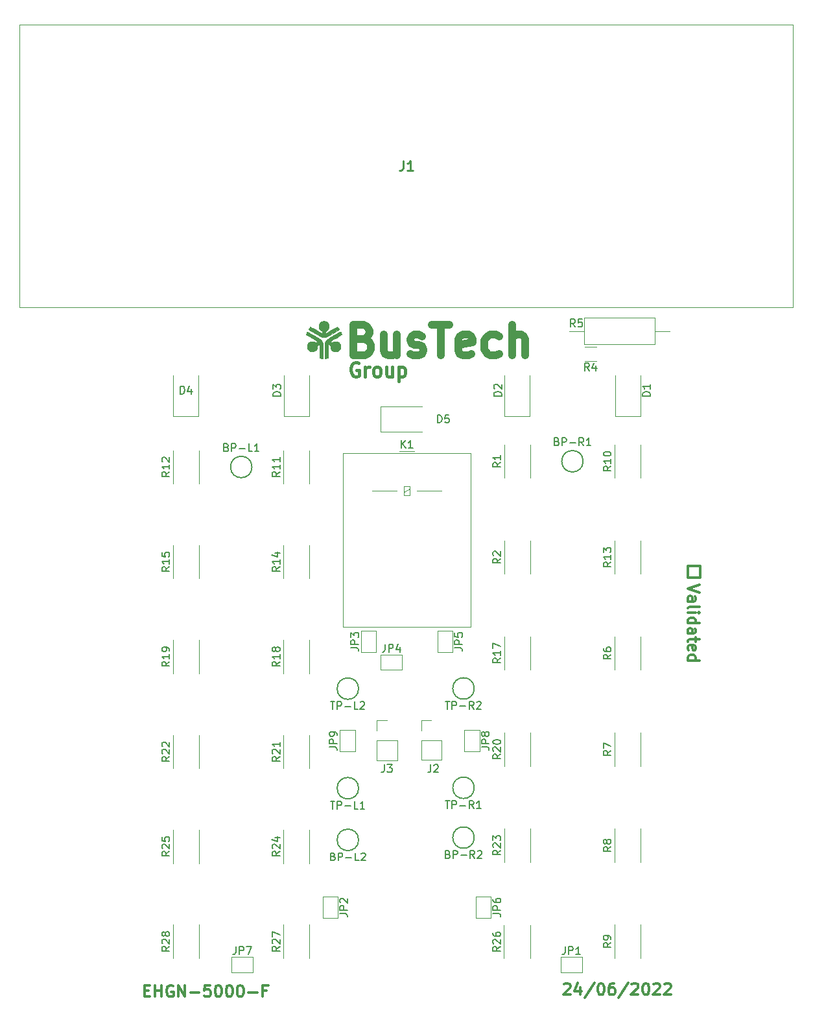
<source format=gbr>
%TF.GenerationSoftware,KiCad,Pcbnew,(6.0.0)*%
%TF.CreationDate,2022-06-28T12:49:40+09:30*%
%TF.ProjectId,Indicator V2,496e6469-6361-4746-9f72-2056322e6b69,E*%
%TF.SameCoordinates,Original*%
%TF.FileFunction,Legend,Top*%
%TF.FilePolarity,Positive*%
%FSLAX46Y46*%
G04 Gerber Fmt 4.6, Leading zero omitted, Abs format (unit mm)*
G04 Created by KiCad (PCBNEW (6.0.0)) date 2022-06-28 12:49:40*
%MOMM*%
%LPD*%
G01*
G04 APERTURE LIST*
%ADD10C,0.026458*%
%ADD11C,0.300000*%
%ADD12C,0.450000*%
%ADD13C,1.000000*%
%ADD14C,0.150000*%
%ADD15C,0.254000*%
%ADD16C,0.120000*%
%ADD17C,0.100000*%
G04 APERTURE END LIST*
D10*
X131832518Y-66773537D02*
X131843629Y-66761564D01*
X131843629Y-66761564D02*
X131853615Y-66749026D01*
X131853615Y-66749026D02*
X131862493Y-66735975D01*
X131862493Y-66735975D02*
X131870277Y-66722465D01*
X131870277Y-66722465D02*
X131876986Y-66708549D01*
X131876986Y-66708549D02*
X131882634Y-66694280D01*
X131882634Y-66694280D02*
X131887239Y-66679713D01*
X131887239Y-66679713D02*
X131890817Y-66664901D01*
X131890817Y-66664901D02*
X131893384Y-66649896D01*
X131893384Y-66649896D02*
X131894956Y-66634753D01*
X131894956Y-66634753D02*
X131895549Y-66619524D01*
X131895549Y-66619524D02*
X131895180Y-66604264D01*
X131895180Y-66604264D02*
X131893866Y-66589026D01*
X131893866Y-66589026D02*
X131891622Y-66573862D01*
X131891622Y-66573862D02*
X131888464Y-66558827D01*
X131888464Y-66558827D02*
X131884410Y-66543974D01*
X131884410Y-66543974D02*
X131879475Y-66529356D01*
X131879475Y-66529356D02*
X131873676Y-66515027D01*
X131873676Y-66515027D02*
X131867028Y-66501039D01*
X131867028Y-66501039D02*
X131859549Y-66487448D01*
X131859549Y-66487448D02*
X131851254Y-66474306D01*
X131851254Y-66474306D02*
X131842160Y-66461665D01*
X131842160Y-66461665D02*
X131832283Y-66449581D01*
X131832283Y-66449581D02*
X131821639Y-66438106D01*
X131821639Y-66438106D02*
X131810245Y-66427294D01*
X131810245Y-66427294D02*
X131798117Y-66417197D01*
X131798117Y-66417197D02*
X131785272Y-66407871D01*
X131785272Y-66407871D02*
X131771725Y-66399367D01*
X131771725Y-66399367D02*
X131757492Y-66391739D01*
X131757492Y-66391739D02*
X131742591Y-66385042D01*
X131742591Y-66385042D02*
X131727037Y-66379327D01*
X131727037Y-66379327D02*
X131710847Y-66374649D01*
X131710847Y-66374649D02*
X131701974Y-66372671D01*
X131701974Y-66372671D02*
X131692969Y-66371148D01*
X131692969Y-66371148D02*
X131683850Y-66370074D01*
X131683850Y-66370074D02*
X131674635Y-66369437D01*
X131674635Y-66369437D02*
X131655990Y-66369448D01*
X131655990Y-66369448D02*
X131637181Y-66371113D01*
X131637181Y-66371113D02*
X131618352Y-66374363D01*
X131618352Y-66374363D02*
X131599650Y-66379132D01*
X131599650Y-66379132D02*
X131581219Y-66385352D01*
X131581219Y-66385352D02*
X131563206Y-66392954D01*
X131563206Y-66392954D02*
X131545755Y-66401871D01*
X131545755Y-66401871D02*
X131529014Y-66412035D01*
X131529014Y-66412035D02*
X131513126Y-66423378D01*
X131513126Y-66423378D02*
X131498238Y-66435833D01*
X131498238Y-66435833D02*
X131484495Y-66449331D01*
X131484495Y-66449331D02*
X131472043Y-66463806D01*
X131472043Y-66463806D02*
X131466346Y-66471388D01*
X131466346Y-66471388D02*
X131461027Y-66479188D01*
X131461027Y-66479188D02*
X131456103Y-66487199D01*
X131456103Y-66487199D02*
X131451593Y-66495411D01*
X131451593Y-66495411D02*
X131443330Y-66512088D01*
X131443330Y-66512088D02*
X131436159Y-66528104D01*
X131436159Y-66528104D02*
X131430079Y-66543541D01*
X131430079Y-66543541D02*
X131425089Y-66558480D01*
X131425089Y-66558480D02*
X131421190Y-66573000D01*
X131421190Y-66573000D02*
X131418379Y-66587182D01*
X131418379Y-66587182D02*
X131416658Y-66601108D01*
X131416658Y-66601108D02*
X131416024Y-66614858D01*
X131416024Y-66614858D02*
X131416479Y-66628513D01*
X131416479Y-66628513D02*
X131418021Y-66642154D01*
X131418021Y-66642154D02*
X131420650Y-66655860D01*
X131420650Y-66655860D02*
X131424365Y-66669713D01*
X131424365Y-66669713D02*
X131429166Y-66683794D01*
X131429166Y-66683794D02*
X131435052Y-66698184D01*
X131435052Y-66698184D02*
X131442022Y-66712962D01*
X131442022Y-66712962D02*
X131450077Y-66728210D01*
X131450077Y-66728210D02*
X131457840Y-66741323D01*
X131457840Y-66741323D02*
X131466177Y-66753717D01*
X131466177Y-66753717D02*
X131475057Y-66765389D01*
X131475057Y-66765389D02*
X131484450Y-66776335D01*
X131484450Y-66776335D02*
X131494325Y-66786552D01*
X131494325Y-66786552D02*
X131504653Y-66796035D01*
X131504653Y-66796035D02*
X131515403Y-66804782D01*
X131515403Y-66804782D02*
X131526544Y-66812789D01*
X131526544Y-66812789D02*
X131538046Y-66820052D01*
X131538046Y-66820052D02*
X131549880Y-66826567D01*
X131549880Y-66826567D02*
X131562013Y-66832332D01*
X131562013Y-66832332D02*
X131574417Y-66837341D01*
X131574417Y-66837341D02*
X131587061Y-66841593D01*
X131587061Y-66841593D02*
X131599914Y-66845083D01*
X131599914Y-66845083D02*
X131612947Y-66847808D01*
X131612947Y-66847808D02*
X131626128Y-66849763D01*
X131626128Y-66849763D02*
X131639428Y-66850946D01*
X131639428Y-66850946D02*
X131652816Y-66851353D01*
X131652816Y-66851353D02*
X131666262Y-66850980D01*
X131666262Y-66850980D02*
X131679736Y-66849824D01*
X131679736Y-66849824D02*
X131693206Y-66847880D01*
X131693206Y-66847880D02*
X131706644Y-66845146D01*
X131706644Y-66845146D02*
X131720018Y-66841618D01*
X131720018Y-66841618D02*
X131733298Y-66837293D01*
X131733298Y-66837293D02*
X131746454Y-66832166D01*
X131746454Y-66832166D02*
X131759455Y-66826234D01*
X131759455Y-66826234D02*
X131772271Y-66819493D01*
X131772271Y-66819493D02*
X131784873Y-66811941D01*
X131784873Y-66811941D02*
X131797229Y-66803572D01*
X131797229Y-66803572D02*
X131809308Y-66794384D01*
X131809308Y-66794384D02*
X131821082Y-66784374D01*
X131821082Y-66784374D02*
X131832519Y-66773537D01*
X131832519Y-66773537D02*
X131832518Y-66773537D01*
X131832518Y-66773537D02*
X131832518Y-66773537D01*
G36*
X131683850Y-66370074D02*
G01*
X131692969Y-66371148D01*
X131701974Y-66372671D01*
X131710847Y-66374649D01*
X131727037Y-66379327D01*
X131742591Y-66385042D01*
X131757492Y-66391739D01*
X131771725Y-66399367D01*
X131785272Y-66407871D01*
X131798117Y-66417197D01*
X131810245Y-66427294D01*
X131821639Y-66438106D01*
X131832283Y-66449581D01*
X131842160Y-66461665D01*
X131851254Y-66474306D01*
X131859549Y-66487448D01*
X131867028Y-66501039D01*
X131873676Y-66515027D01*
X131879475Y-66529356D01*
X131884410Y-66543974D01*
X131888464Y-66558827D01*
X131891622Y-66573862D01*
X131893866Y-66589026D01*
X131895180Y-66604264D01*
X131895549Y-66619524D01*
X131894956Y-66634753D01*
X131893384Y-66649896D01*
X131890817Y-66664901D01*
X131887239Y-66679713D01*
X131882634Y-66694280D01*
X131876986Y-66708549D01*
X131870277Y-66722465D01*
X131862493Y-66735975D01*
X131853615Y-66749026D01*
X131843629Y-66761564D01*
X131832518Y-66773537D01*
X131832519Y-66773537D01*
X131821082Y-66784374D01*
X131809308Y-66794384D01*
X131797229Y-66803572D01*
X131784873Y-66811941D01*
X131772271Y-66819493D01*
X131759455Y-66826234D01*
X131746454Y-66832166D01*
X131733298Y-66837293D01*
X131720018Y-66841618D01*
X131706644Y-66845146D01*
X131693206Y-66847880D01*
X131679736Y-66849824D01*
X131666262Y-66850980D01*
X131652816Y-66851353D01*
X131639428Y-66850946D01*
X131626128Y-66849763D01*
X131612947Y-66847808D01*
X131599914Y-66845083D01*
X131587061Y-66841593D01*
X131574417Y-66837341D01*
X131562013Y-66832332D01*
X131549880Y-66826567D01*
X131538046Y-66820052D01*
X131526544Y-66812789D01*
X131515403Y-66804782D01*
X131504653Y-66796035D01*
X131494325Y-66786552D01*
X131484450Y-66776335D01*
X131475057Y-66765389D01*
X131466177Y-66753717D01*
X131457840Y-66741323D01*
X131450077Y-66728210D01*
X131442022Y-66712962D01*
X131435052Y-66698184D01*
X131429166Y-66683794D01*
X131424365Y-66669713D01*
X131420650Y-66655860D01*
X131418021Y-66642154D01*
X131416479Y-66628513D01*
X131416024Y-66614858D01*
X131416658Y-66601108D01*
X131418379Y-66587182D01*
X131421190Y-66573000D01*
X131425089Y-66558480D01*
X131430079Y-66543541D01*
X131436159Y-66528104D01*
X131443330Y-66512088D01*
X131451593Y-66495411D01*
X131456103Y-66487199D01*
X131461027Y-66479188D01*
X131466346Y-66471388D01*
X131472043Y-66463806D01*
X131484495Y-66449331D01*
X131498238Y-66435833D01*
X131513126Y-66423378D01*
X131529014Y-66412035D01*
X131545755Y-66401871D01*
X131563206Y-66392954D01*
X131581219Y-66385352D01*
X131599650Y-66379132D01*
X131618352Y-66374363D01*
X131637181Y-66371113D01*
X131655990Y-66369448D01*
X131674635Y-66369437D01*
X131683850Y-66370074D01*
G37*
X131683850Y-66370074D02*
X131692969Y-66371148D01*
X131701974Y-66372671D01*
X131710847Y-66374649D01*
X131727037Y-66379327D01*
X131742591Y-66385042D01*
X131757492Y-66391739D01*
X131771725Y-66399367D01*
X131785272Y-66407871D01*
X131798117Y-66417197D01*
X131810245Y-66427294D01*
X131821639Y-66438106D01*
X131832283Y-66449581D01*
X131842160Y-66461665D01*
X131851254Y-66474306D01*
X131859549Y-66487448D01*
X131867028Y-66501039D01*
X131873676Y-66515027D01*
X131879475Y-66529356D01*
X131884410Y-66543974D01*
X131888464Y-66558827D01*
X131891622Y-66573862D01*
X131893866Y-66589026D01*
X131895180Y-66604264D01*
X131895549Y-66619524D01*
X131894956Y-66634753D01*
X131893384Y-66649896D01*
X131890817Y-66664901D01*
X131887239Y-66679713D01*
X131882634Y-66694280D01*
X131876986Y-66708549D01*
X131870277Y-66722465D01*
X131862493Y-66735975D01*
X131853615Y-66749026D01*
X131843629Y-66761564D01*
X131832518Y-66773537D01*
X131832519Y-66773537D01*
X131821082Y-66784374D01*
X131809308Y-66794384D01*
X131797229Y-66803572D01*
X131784873Y-66811941D01*
X131772271Y-66819493D01*
X131759455Y-66826234D01*
X131746454Y-66832166D01*
X131733298Y-66837293D01*
X131720018Y-66841618D01*
X131706644Y-66845146D01*
X131693206Y-66847880D01*
X131679736Y-66849824D01*
X131666262Y-66850980D01*
X131652816Y-66851353D01*
X131639428Y-66850946D01*
X131626128Y-66849763D01*
X131612947Y-66847808D01*
X131599914Y-66845083D01*
X131587061Y-66841593D01*
X131574417Y-66837341D01*
X131562013Y-66832332D01*
X131549880Y-66826567D01*
X131538046Y-66820052D01*
X131526544Y-66812789D01*
X131515403Y-66804782D01*
X131504653Y-66796035D01*
X131494325Y-66786552D01*
X131484450Y-66776335D01*
X131475057Y-66765389D01*
X131466177Y-66753717D01*
X131457840Y-66741323D01*
X131450077Y-66728210D01*
X131442022Y-66712962D01*
X131435052Y-66698184D01*
X131429166Y-66683794D01*
X131424365Y-66669713D01*
X131420650Y-66655860D01*
X131418021Y-66642154D01*
X131416479Y-66628513D01*
X131416024Y-66614858D01*
X131416658Y-66601108D01*
X131418379Y-66587182D01*
X131421190Y-66573000D01*
X131425089Y-66558480D01*
X131430079Y-66543541D01*
X131436159Y-66528104D01*
X131443330Y-66512088D01*
X131451593Y-66495411D01*
X131456103Y-66487199D01*
X131461027Y-66479188D01*
X131466346Y-66471388D01*
X131472043Y-66463806D01*
X131484495Y-66449331D01*
X131498238Y-66435833D01*
X131513126Y-66423378D01*
X131529014Y-66412035D01*
X131545755Y-66401871D01*
X131563206Y-66392954D01*
X131581219Y-66385352D01*
X131599650Y-66379132D01*
X131618352Y-66374363D01*
X131637181Y-66371113D01*
X131655990Y-66369448D01*
X131674635Y-66369437D01*
X131683850Y-66370074D01*
X131815478Y-69780446D02*
X131823258Y-68755185D01*
X131823258Y-68755185D02*
X131894790Y-68609664D01*
X131894790Y-68609664D02*
X131902666Y-68594272D01*
X131902666Y-68594272D02*
X131911479Y-68578195D01*
X131911479Y-68578195D02*
X131921133Y-68561565D01*
X131921133Y-68561565D02*
X131931534Y-68544512D01*
X131931534Y-68544512D02*
X131954195Y-68509662D01*
X131954195Y-68509662D02*
X131978701Y-68474691D01*
X131978701Y-68474691D02*
X132004295Y-68440645D01*
X132004295Y-68440645D02*
X132030215Y-68408572D01*
X132030215Y-68408572D02*
X132043060Y-68393602D01*
X132043060Y-68393602D02*
X132055703Y-68379518D01*
X132055703Y-68379518D02*
X132068047Y-68366449D01*
X132068047Y-68366449D02*
X132079998Y-68354528D01*
X132079998Y-68354528D02*
X132122015Y-68320920D01*
X132122015Y-68320920D02*
X132193844Y-68271247D01*
X132193844Y-68271247D02*
X132409201Y-68133993D01*
X132409201Y-68133993D02*
X132690591Y-67963350D01*
X132690591Y-67963350D02*
X133002538Y-67779901D01*
X133002538Y-67779901D02*
X133309564Y-67604230D01*
X133309564Y-67604230D02*
X133576193Y-67456920D01*
X133576193Y-67456920D02*
X133766947Y-67358553D01*
X133766947Y-67358553D02*
X133822785Y-67334156D01*
X133822785Y-67334156D02*
X133838879Y-67329280D01*
X133838879Y-67329280D02*
X133846350Y-67329714D01*
X133846350Y-67329714D02*
X133848865Y-67332956D01*
X133848865Y-67332956D02*
X133851929Y-67337835D01*
X133851929Y-67337835D02*
X133855502Y-67344251D01*
X133855502Y-67344251D02*
X133859540Y-67352107D01*
X133859540Y-67352107D02*
X133868844Y-67371741D01*
X133868844Y-67371741D02*
X133879502Y-67395944D01*
X133879502Y-67395944D02*
X133891176Y-67423925D01*
X133891176Y-67423925D02*
X133903528Y-67454893D01*
X133903528Y-67454893D02*
X133916217Y-67488058D01*
X133916217Y-67488058D02*
X133928907Y-67522626D01*
X133928907Y-67522626D02*
X133989887Y-67692359D01*
X133989887Y-67692359D02*
X133927052Y-67734293D01*
X133927052Y-67734293D02*
X133848441Y-67781891D01*
X133848441Y-67781891D02*
X133680852Y-67880491D01*
X133680852Y-67880491D02*
X133448891Y-68015694D01*
X133448891Y-68015694D02*
X133177163Y-68173102D01*
X133177163Y-68173102D02*
X132910415Y-68329289D01*
X132910415Y-68329289D02*
X132692015Y-68461167D01*
X132692015Y-68461167D02*
X132607987Y-68513650D01*
X132607987Y-68513650D02*
X132544497Y-68554846D01*
X132544497Y-68554846D02*
X132504360Y-68583020D01*
X132504360Y-68583020D02*
X132493930Y-68591681D01*
X132493930Y-68591681D02*
X132490395Y-68596435D01*
X132490395Y-68596435D02*
X132490560Y-68597879D01*
X132490560Y-68597879D02*
X132491020Y-68599479D01*
X132491020Y-68599479D02*
X132491769Y-68601229D01*
X132491769Y-68601229D02*
X132492799Y-68603123D01*
X132492799Y-68603123D02*
X132494102Y-68605154D01*
X132494102Y-68605154D02*
X132495671Y-68607317D01*
X132495671Y-68607317D02*
X132497499Y-68609605D01*
X132497499Y-68609605D02*
X132499578Y-68612014D01*
X132499578Y-68612014D02*
X132504460Y-68617166D01*
X132504460Y-68617166D02*
X132510258Y-68622725D01*
X132510258Y-68622725D02*
X132516914Y-68628643D01*
X132516914Y-68628643D02*
X132524368Y-68634872D01*
X132524368Y-68634872D02*
X132532561Y-68641364D01*
X132532561Y-68641364D02*
X132541434Y-68648071D01*
X132541434Y-68648071D02*
X132550928Y-68654944D01*
X132550928Y-68654944D02*
X132560984Y-68661936D01*
X132560984Y-68661936D02*
X132571542Y-68668999D01*
X132571542Y-68668999D02*
X132582545Y-68676084D01*
X132582545Y-68676084D02*
X132593932Y-68683144D01*
X132593932Y-68683144D02*
X132605645Y-68690131D01*
X132605645Y-68690131D02*
X132720610Y-68757368D01*
X132720610Y-68757368D02*
X132863131Y-68680175D01*
X132863131Y-68680175D02*
X132907580Y-68658030D01*
X132907580Y-68658030D02*
X132952383Y-68639448D01*
X132952383Y-68639448D02*
X132997415Y-68624349D01*
X132997415Y-68624349D02*
X133042551Y-68612648D01*
X133042551Y-68612648D02*
X133087665Y-68604262D01*
X133087665Y-68604262D02*
X133132633Y-68599109D01*
X133132633Y-68599109D02*
X133177329Y-68597106D01*
X133177329Y-68597106D02*
X133221627Y-68598169D01*
X133221627Y-68598169D02*
X133265403Y-68602215D01*
X133265403Y-68602215D02*
X133308531Y-68609162D01*
X133308531Y-68609162D02*
X133350887Y-68618926D01*
X133350887Y-68618926D02*
X133392344Y-68631424D01*
X133392344Y-68631424D02*
X133432777Y-68646574D01*
X133432777Y-68646574D02*
X133472062Y-68664291D01*
X133472062Y-68664291D02*
X133510072Y-68684494D01*
X133510072Y-68684494D02*
X133546683Y-68707099D01*
X133546683Y-68707099D02*
X133581770Y-68732024D01*
X133581770Y-68732024D02*
X133615207Y-68759184D01*
X133615207Y-68759184D02*
X133646869Y-68788497D01*
X133646869Y-68788497D02*
X133676630Y-68819880D01*
X133676630Y-68819880D02*
X133704366Y-68853250D01*
X133704366Y-68853250D02*
X133729950Y-68888524D01*
X133729950Y-68888524D02*
X133753259Y-68925619D01*
X133753259Y-68925619D02*
X133774166Y-68964452D01*
X133774166Y-68964452D02*
X133792547Y-69004940D01*
X133792547Y-69004940D02*
X133808275Y-69046999D01*
X133808275Y-69046999D02*
X133821227Y-69090547D01*
X133821227Y-69090547D02*
X133831276Y-69135501D01*
X133831276Y-69135501D02*
X133838297Y-69181777D01*
X133838297Y-69181777D02*
X133842165Y-69229293D01*
X133842165Y-69229293D02*
X133842755Y-69277966D01*
X133842755Y-69277966D02*
X133839942Y-69327712D01*
X133839942Y-69327712D02*
X133835970Y-69362023D01*
X133835970Y-69362023D02*
X133830362Y-69395691D01*
X133830362Y-69395691D02*
X133823163Y-69428679D01*
X133823163Y-69428679D02*
X133814415Y-69460951D01*
X133814415Y-69460951D02*
X133804165Y-69492470D01*
X133804165Y-69492470D02*
X133792455Y-69523199D01*
X133792455Y-69523199D02*
X133779330Y-69553103D01*
X133779330Y-69553103D02*
X133764833Y-69582144D01*
X133764833Y-69582144D02*
X133749010Y-69610285D01*
X133749010Y-69610285D02*
X133731904Y-69637490D01*
X133731904Y-69637490D02*
X133713560Y-69663723D01*
X133713560Y-69663723D02*
X133694020Y-69688946D01*
X133694020Y-69688946D02*
X133673331Y-69713123D01*
X133673331Y-69713123D02*
X133651535Y-69736218D01*
X133651535Y-69736218D02*
X133628677Y-69758193D01*
X133628677Y-69758193D02*
X133604801Y-69779013D01*
X133604801Y-69779013D02*
X133579951Y-69798640D01*
X133579951Y-69798640D02*
X133554172Y-69817038D01*
X133554172Y-69817038D02*
X133527507Y-69834170D01*
X133527507Y-69834170D02*
X133500000Y-69850000D01*
X133500000Y-69850000D02*
X133471697Y-69864490D01*
X133471697Y-69864490D02*
X133442640Y-69877605D01*
X133442640Y-69877605D02*
X133412874Y-69889308D01*
X133412874Y-69889308D02*
X133382443Y-69899562D01*
X133382443Y-69899562D02*
X133351391Y-69908330D01*
X133351391Y-69908330D02*
X133319763Y-69915575D01*
X133319763Y-69915575D02*
X133287602Y-69921262D01*
X133287602Y-69921262D02*
X133254953Y-69925354D01*
X133254953Y-69925354D02*
X133221860Y-69927813D01*
X133221860Y-69927813D02*
X133188367Y-69928604D01*
X133188367Y-69928604D02*
X133154518Y-69927689D01*
X133154518Y-69927689D02*
X133120357Y-69925032D01*
X133120357Y-69925032D02*
X133087791Y-69920962D01*
X133087791Y-69920962D02*
X133055869Y-69915558D01*
X133055869Y-69915558D02*
X133024616Y-69908847D01*
X133024616Y-69908847D02*
X132994058Y-69900859D01*
X132994058Y-69900859D02*
X132964220Y-69891620D01*
X132964220Y-69891620D02*
X132935128Y-69881159D01*
X132935128Y-69881159D02*
X132906807Y-69869505D01*
X132906807Y-69869505D02*
X132879284Y-69856684D01*
X132879284Y-69856684D02*
X132852583Y-69842725D01*
X132852583Y-69842725D02*
X132826731Y-69827657D01*
X132826731Y-69827657D02*
X132801752Y-69811506D01*
X132801752Y-69811506D02*
X132777673Y-69794302D01*
X132777673Y-69794302D02*
X132754519Y-69776072D01*
X132754519Y-69776072D02*
X132732316Y-69756844D01*
X132732316Y-69756844D02*
X132711089Y-69736647D01*
X132711089Y-69736647D02*
X132690864Y-69715508D01*
X132690864Y-69715508D02*
X132671667Y-69693455D01*
X132671667Y-69693455D02*
X132653522Y-69670516D01*
X132653522Y-69670516D02*
X132636456Y-69646721D01*
X132636456Y-69646721D02*
X132620495Y-69622095D01*
X132620495Y-69622095D02*
X132605663Y-69596668D01*
X132605663Y-69596668D02*
X132591987Y-69570468D01*
X132591987Y-69570468D02*
X132579492Y-69543522D01*
X132579492Y-69543522D02*
X132568203Y-69515859D01*
X132568203Y-69515859D02*
X132558147Y-69487507D01*
X132558147Y-69487507D02*
X132549348Y-69458494D01*
X132549348Y-69458494D02*
X132541833Y-69428847D01*
X132541833Y-69428847D02*
X132535627Y-69398595D01*
X132535627Y-69398595D02*
X132530755Y-69367766D01*
X132530755Y-69367766D02*
X132527244Y-69336388D01*
X132527244Y-69336388D02*
X132525118Y-69304489D01*
X132525118Y-69304489D02*
X132524404Y-69272097D01*
X132524404Y-69272097D02*
X132524404Y-69120783D01*
X132524404Y-69120783D02*
X132395146Y-69050432D01*
X132395146Y-69050432D02*
X132368849Y-69036300D01*
X132368849Y-69036300D02*
X132343675Y-69023116D01*
X132343675Y-69023116D02*
X132320219Y-69011169D01*
X132320219Y-69011169D02*
X132299081Y-69000747D01*
X132299081Y-69000747D02*
X132280855Y-68992139D01*
X132280855Y-68992139D02*
X132266139Y-68985633D01*
X132266139Y-68985633D02*
X132255530Y-68981517D01*
X132255530Y-68981517D02*
X132251953Y-68980446D01*
X132251953Y-68980446D02*
X132249625Y-68980081D01*
X132249625Y-68980081D02*
X132247969Y-68984661D01*
X132247969Y-68984661D02*
X132246358Y-68998098D01*
X132246358Y-68998098D02*
X132243311Y-69049732D01*
X132243311Y-69049732D02*
X132240549Y-69131365D01*
X132240549Y-69131365D02*
X132238139Y-69239375D01*
X132238139Y-69239375D02*
X132234645Y-69520047D01*
X132234645Y-69520047D02*
X132233362Y-69862783D01*
X132233362Y-69862783D02*
X132233362Y-70745485D01*
X132233362Y-70745485D02*
X132083429Y-70775596D01*
X132083429Y-70775596D02*
X132052026Y-70781644D01*
X132052026Y-70781644D02*
X132020249Y-70787287D01*
X132020249Y-70787287D02*
X131988970Y-70792401D01*
X131988970Y-70792401D02*
X131959062Y-70796861D01*
X131959062Y-70796861D02*
X131931397Y-70800546D01*
X131931397Y-70800546D02*
X131906850Y-70803330D01*
X131906850Y-70803330D02*
X131886292Y-70805092D01*
X131886292Y-70805092D02*
X131870597Y-70805706D01*
X131870597Y-70805706D02*
X131807700Y-70805706D01*
X131807700Y-70805706D02*
X131815478Y-69780446D01*
X131815478Y-69780446D02*
X131815478Y-69780446D01*
G36*
X133846350Y-67329714D02*
G01*
X133848865Y-67332956D01*
X133851929Y-67337835D01*
X133855502Y-67344251D01*
X133859540Y-67352107D01*
X133868844Y-67371741D01*
X133879502Y-67395944D01*
X133891176Y-67423925D01*
X133903528Y-67454893D01*
X133916217Y-67488058D01*
X133928907Y-67522626D01*
X133989887Y-67692359D01*
X133927052Y-67734293D01*
X133848441Y-67781891D01*
X133680852Y-67880491D01*
X133448891Y-68015694D01*
X133177163Y-68173102D01*
X132910415Y-68329289D01*
X132692015Y-68461167D01*
X132607987Y-68513650D01*
X132544497Y-68554846D01*
X132504360Y-68583020D01*
X132493930Y-68591681D01*
X132490395Y-68596435D01*
X132490560Y-68597879D01*
X132491020Y-68599479D01*
X132491769Y-68601229D01*
X132492799Y-68603123D01*
X132494102Y-68605154D01*
X132495671Y-68607317D01*
X132497499Y-68609605D01*
X132499578Y-68612014D01*
X132504460Y-68617166D01*
X132510258Y-68622725D01*
X132516914Y-68628643D01*
X132524368Y-68634872D01*
X132532561Y-68641364D01*
X132541434Y-68648071D01*
X132550928Y-68654944D01*
X132560984Y-68661936D01*
X132571542Y-68668999D01*
X132582545Y-68676084D01*
X132593932Y-68683144D01*
X132605645Y-68690131D01*
X132720610Y-68757368D01*
X132863131Y-68680175D01*
X132907580Y-68658030D01*
X132952383Y-68639448D01*
X132997415Y-68624349D01*
X133042551Y-68612648D01*
X133087665Y-68604262D01*
X133132633Y-68599109D01*
X133177329Y-68597106D01*
X133221627Y-68598169D01*
X133265403Y-68602215D01*
X133308531Y-68609162D01*
X133350887Y-68618926D01*
X133392344Y-68631424D01*
X133432777Y-68646574D01*
X133472062Y-68664291D01*
X133510072Y-68684494D01*
X133546683Y-68707099D01*
X133581770Y-68732024D01*
X133615207Y-68759184D01*
X133646869Y-68788497D01*
X133676630Y-68819880D01*
X133704366Y-68853250D01*
X133729950Y-68888524D01*
X133753259Y-68925619D01*
X133774166Y-68964452D01*
X133792547Y-69004940D01*
X133808275Y-69046999D01*
X133821227Y-69090547D01*
X133831276Y-69135501D01*
X133838297Y-69181777D01*
X133842165Y-69229293D01*
X133842755Y-69277966D01*
X133839942Y-69327712D01*
X133835970Y-69362023D01*
X133830362Y-69395691D01*
X133823163Y-69428679D01*
X133814415Y-69460951D01*
X133804165Y-69492470D01*
X133792455Y-69523199D01*
X133779330Y-69553103D01*
X133764833Y-69582144D01*
X133749010Y-69610285D01*
X133731904Y-69637490D01*
X133713560Y-69663723D01*
X133694020Y-69688946D01*
X133673331Y-69713123D01*
X133651535Y-69736218D01*
X133628677Y-69758193D01*
X133604801Y-69779013D01*
X133579951Y-69798640D01*
X133554172Y-69817038D01*
X133527507Y-69834170D01*
X133500000Y-69850000D01*
X133471697Y-69864490D01*
X133442640Y-69877605D01*
X133412874Y-69889308D01*
X133382443Y-69899562D01*
X133351391Y-69908330D01*
X133319763Y-69915575D01*
X133287602Y-69921262D01*
X133254953Y-69925354D01*
X133221860Y-69927813D01*
X133188367Y-69928604D01*
X133154518Y-69927689D01*
X133120357Y-69925032D01*
X133087791Y-69920962D01*
X133055869Y-69915558D01*
X133024616Y-69908847D01*
X132994058Y-69900859D01*
X132964220Y-69891620D01*
X132935128Y-69881159D01*
X132906807Y-69869505D01*
X132879284Y-69856684D01*
X132852583Y-69842725D01*
X132826731Y-69827657D01*
X132801752Y-69811506D01*
X132777673Y-69794302D01*
X132754519Y-69776072D01*
X132732316Y-69756844D01*
X132711089Y-69736647D01*
X132690864Y-69715508D01*
X132671667Y-69693455D01*
X132653522Y-69670516D01*
X132636456Y-69646721D01*
X132620495Y-69622095D01*
X132605663Y-69596668D01*
X132591987Y-69570468D01*
X132579492Y-69543522D01*
X132568203Y-69515859D01*
X132558147Y-69487507D01*
X132549348Y-69458494D01*
X132541833Y-69428847D01*
X132535627Y-69398595D01*
X132530755Y-69367766D01*
X132527244Y-69336388D01*
X132525118Y-69304489D01*
X132524404Y-69272097D01*
X132524404Y-69120783D01*
X132395146Y-69050432D01*
X132368849Y-69036300D01*
X132343675Y-69023116D01*
X132320219Y-69011169D01*
X132299081Y-69000747D01*
X132280855Y-68992139D01*
X132266139Y-68985633D01*
X132255530Y-68981517D01*
X132251953Y-68980446D01*
X132249625Y-68980081D01*
X132247969Y-68984661D01*
X132246358Y-68998098D01*
X132243311Y-69049732D01*
X132240549Y-69131365D01*
X132238139Y-69239375D01*
X132234645Y-69520047D01*
X132233362Y-69862783D01*
X132233362Y-70745485D01*
X132083429Y-70775596D01*
X132052026Y-70781644D01*
X132020249Y-70787287D01*
X131988970Y-70792401D01*
X131959062Y-70796861D01*
X131931397Y-70800546D01*
X131906850Y-70803330D01*
X131886292Y-70805092D01*
X131870597Y-70805706D01*
X131807700Y-70805706D01*
X131815478Y-69780446D01*
X131823258Y-68755185D01*
X131894790Y-68609664D01*
X131902666Y-68594272D01*
X131911479Y-68578195D01*
X131921133Y-68561565D01*
X131931534Y-68544512D01*
X131954195Y-68509662D01*
X131978701Y-68474691D01*
X132004295Y-68440645D01*
X132030215Y-68408572D01*
X132043060Y-68393602D01*
X132055703Y-68379518D01*
X132068047Y-68366449D01*
X132079998Y-68354528D01*
X132122015Y-68320920D01*
X132193844Y-68271247D01*
X132409201Y-68133993D01*
X132690591Y-67963350D01*
X133002538Y-67779901D01*
X133309564Y-67604230D01*
X133576193Y-67456920D01*
X133766947Y-67358553D01*
X133822785Y-67334156D01*
X133838879Y-67329280D01*
X133846350Y-67329714D01*
G37*
X133846350Y-67329714D02*
X133848865Y-67332956D01*
X133851929Y-67337835D01*
X133855502Y-67344251D01*
X133859540Y-67352107D01*
X133868844Y-67371741D01*
X133879502Y-67395944D01*
X133891176Y-67423925D01*
X133903528Y-67454893D01*
X133916217Y-67488058D01*
X133928907Y-67522626D01*
X133989887Y-67692359D01*
X133927052Y-67734293D01*
X133848441Y-67781891D01*
X133680852Y-67880491D01*
X133448891Y-68015694D01*
X133177163Y-68173102D01*
X132910415Y-68329289D01*
X132692015Y-68461167D01*
X132607987Y-68513650D01*
X132544497Y-68554846D01*
X132504360Y-68583020D01*
X132493930Y-68591681D01*
X132490395Y-68596435D01*
X132490560Y-68597879D01*
X132491020Y-68599479D01*
X132491769Y-68601229D01*
X132492799Y-68603123D01*
X132494102Y-68605154D01*
X132495671Y-68607317D01*
X132497499Y-68609605D01*
X132499578Y-68612014D01*
X132504460Y-68617166D01*
X132510258Y-68622725D01*
X132516914Y-68628643D01*
X132524368Y-68634872D01*
X132532561Y-68641364D01*
X132541434Y-68648071D01*
X132550928Y-68654944D01*
X132560984Y-68661936D01*
X132571542Y-68668999D01*
X132582545Y-68676084D01*
X132593932Y-68683144D01*
X132605645Y-68690131D01*
X132720610Y-68757368D01*
X132863131Y-68680175D01*
X132907580Y-68658030D01*
X132952383Y-68639448D01*
X132997415Y-68624349D01*
X133042551Y-68612648D01*
X133087665Y-68604262D01*
X133132633Y-68599109D01*
X133177329Y-68597106D01*
X133221627Y-68598169D01*
X133265403Y-68602215D01*
X133308531Y-68609162D01*
X133350887Y-68618926D01*
X133392344Y-68631424D01*
X133432777Y-68646574D01*
X133472062Y-68664291D01*
X133510072Y-68684494D01*
X133546683Y-68707099D01*
X133581770Y-68732024D01*
X133615207Y-68759184D01*
X133646869Y-68788497D01*
X133676630Y-68819880D01*
X133704366Y-68853250D01*
X133729950Y-68888524D01*
X133753259Y-68925619D01*
X133774166Y-68964452D01*
X133792547Y-69004940D01*
X133808275Y-69046999D01*
X133821227Y-69090547D01*
X133831276Y-69135501D01*
X133838297Y-69181777D01*
X133842165Y-69229293D01*
X133842755Y-69277966D01*
X133839942Y-69327712D01*
X133835970Y-69362023D01*
X133830362Y-69395691D01*
X133823163Y-69428679D01*
X133814415Y-69460951D01*
X133804165Y-69492470D01*
X133792455Y-69523199D01*
X133779330Y-69553103D01*
X133764833Y-69582144D01*
X133749010Y-69610285D01*
X133731904Y-69637490D01*
X133713560Y-69663723D01*
X133694020Y-69688946D01*
X133673331Y-69713123D01*
X133651535Y-69736218D01*
X133628677Y-69758193D01*
X133604801Y-69779013D01*
X133579951Y-69798640D01*
X133554172Y-69817038D01*
X133527507Y-69834170D01*
X133500000Y-69850000D01*
X133471697Y-69864490D01*
X133442640Y-69877605D01*
X133412874Y-69889308D01*
X133382443Y-69899562D01*
X133351391Y-69908330D01*
X133319763Y-69915575D01*
X133287602Y-69921262D01*
X133254953Y-69925354D01*
X133221860Y-69927813D01*
X133188367Y-69928604D01*
X133154518Y-69927689D01*
X133120357Y-69925032D01*
X133087791Y-69920962D01*
X133055869Y-69915558D01*
X133024616Y-69908847D01*
X132994058Y-69900859D01*
X132964220Y-69891620D01*
X132935128Y-69881159D01*
X132906807Y-69869505D01*
X132879284Y-69856684D01*
X132852583Y-69842725D01*
X132826731Y-69827657D01*
X132801752Y-69811506D01*
X132777673Y-69794302D01*
X132754519Y-69776072D01*
X132732316Y-69756844D01*
X132711089Y-69736647D01*
X132690864Y-69715508D01*
X132671667Y-69693455D01*
X132653522Y-69670516D01*
X132636456Y-69646721D01*
X132620495Y-69622095D01*
X132605663Y-69596668D01*
X132591987Y-69570468D01*
X132579492Y-69543522D01*
X132568203Y-69515859D01*
X132558147Y-69487507D01*
X132549348Y-69458494D01*
X132541833Y-69428847D01*
X132535627Y-69398595D01*
X132530755Y-69367766D01*
X132527244Y-69336388D01*
X132525118Y-69304489D01*
X132524404Y-69272097D01*
X132524404Y-69120783D01*
X132395146Y-69050432D01*
X132368849Y-69036300D01*
X132343675Y-69023116D01*
X132320219Y-69011169D01*
X132299081Y-69000747D01*
X132280855Y-68992139D01*
X132266139Y-68985633D01*
X132255530Y-68981517D01*
X132251953Y-68980446D01*
X132249625Y-68980081D01*
X132247969Y-68984661D01*
X132246358Y-68998098D01*
X132243311Y-69049732D01*
X132240549Y-69131365D01*
X132238139Y-69239375D01*
X132234645Y-69520047D01*
X132233362Y-69862783D01*
X132233362Y-70745485D01*
X132083429Y-70775596D01*
X132052026Y-70781644D01*
X132020249Y-70787287D01*
X131988970Y-70792401D01*
X131959062Y-70796861D01*
X131931397Y-70800546D01*
X131906850Y-70803330D01*
X131886292Y-70805092D01*
X131870597Y-70805706D01*
X131807700Y-70805706D01*
X131815478Y-69780446D01*
X131823258Y-68755185D01*
X131894790Y-68609664D01*
X131902666Y-68594272D01*
X131911479Y-68578195D01*
X131921133Y-68561565D01*
X131931534Y-68544512D01*
X131954195Y-68509662D01*
X131978701Y-68474691D01*
X132004295Y-68440645D01*
X132030215Y-68408572D01*
X132043060Y-68393602D01*
X132055703Y-68379518D01*
X132068047Y-68366449D01*
X132079998Y-68354528D01*
X132122015Y-68320920D01*
X132193844Y-68271247D01*
X132409201Y-68133993D01*
X132690591Y-67963350D01*
X133002538Y-67779901D01*
X133309564Y-67604230D01*
X133576193Y-67456920D01*
X133766947Y-67358553D01*
X133822785Y-67334156D01*
X133838879Y-67329280D01*
X133846350Y-67329714D01*
X131320549Y-70792555D02*
X131313209Y-70790413D01*
X131313209Y-70790413D02*
X131302447Y-70787761D01*
X131302447Y-70787761D02*
X131288778Y-70784702D01*
X131288778Y-70784702D02*
X131272717Y-70781342D01*
X131272717Y-70781342D02*
X131254781Y-70777786D01*
X131254781Y-70777786D02*
X131235484Y-70774138D01*
X131235484Y-70774138D02*
X131215343Y-70770503D01*
X131215343Y-70770503D02*
X131194872Y-70766986D01*
X131194872Y-70766986D02*
X131095653Y-70750391D01*
X131095653Y-70750391D02*
X131095653Y-69880027D01*
X131095653Y-69880027D02*
X131093800Y-69540379D01*
X131093800Y-69540379D02*
X131088749Y-69260570D01*
X131088749Y-69260570D02*
X131081263Y-69069260D01*
X131081263Y-69069260D02*
X131076845Y-69015748D01*
X131076845Y-69015748D02*
X131074509Y-69001095D01*
X131074509Y-69001095D02*
X131072104Y-68995108D01*
X131072104Y-68995108D02*
X131070738Y-68994451D01*
X131070738Y-68994451D02*
X131069073Y-68993979D01*
X131069073Y-68993979D02*
X131067118Y-68993688D01*
X131067118Y-68993688D02*
X131064884Y-68993576D01*
X131064884Y-68993576D02*
X131059614Y-68993870D01*
X131059614Y-68993870D02*
X131053336Y-68994836D01*
X131053336Y-68994836D02*
X131046126Y-68996445D01*
X131046126Y-68996445D02*
X131038057Y-68998669D01*
X131038057Y-68998669D02*
X131029205Y-69001481D01*
X131029205Y-69001481D02*
X131019643Y-69004854D01*
X131019643Y-69004854D02*
X131009448Y-69008761D01*
X131009448Y-69008761D02*
X130998692Y-69013173D01*
X130998692Y-69013173D02*
X130987452Y-69018063D01*
X130987452Y-69018063D02*
X130975801Y-69023404D01*
X130975801Y-69023404D02*
X130963814Y-69029168D01*
X130963814Y-69029168D02*
X130951566Y-69035328D01*
X130951566Y-69035328D02*
X130939131Y-69041856D01*
X130939131Y-69041856D02*
X130926583Y-69048725D01*
X130926583Y-69048725D02*
X130804612Y-69116896D01*
X130804612Y-69116896D02*
X130804347Y-69266770D01*
X130804347Y-69266770D02*
X130801464Y-69331056D01*
X130801464Y-69331056D02*
X130793242Y-69392438D01*
X130793242Y-69392438D02*
X130779979Y-69450846D01*
X130779979Y-69450846D02*
X130761973Y-69506215D01*
X130761973Y-69506215D02*
X130739523Y-69558478D01*
X130739523Y-69558478D02*
X130712927Y-69607566D01*
X130712927Y-69607566D02*
X130682484Y-69653414D01*
X130682484Y-69653414D02*
X130648493Y-69695953D01*
X130648493Y-69695953D02*
X130611252Y-69735118D01*
X130611252Y-69735118D02*
X130571060Y-69770840D01*
X130571060Y-69770840D02*
X130528214Y-69803053D01*
X130528214Y-69803053D02*
X130483014Y-69831689D01*
X130483014Y-69831689D02*
X130435759Y-69856682D01*
X130435759Y-69856682D02*
X130386746Y-69877964D01*
X130386746Y-69877964D02*
X130336274Y-69895468D01*
X130336274Y-69895468D02*
X130284641Y-69909128D01*
X130284641Y-69909128D02*
X130232147Y-69918875D01*
X130232147Y-69918875D02*
X130179090Y-69924643D01*
X130179090Y-69924643D02*
X130125768Y-69926366D01*
X130125768Y-69926366D02*
X130072479Y-69923974D01*
X130072479Y-69923974D02*
X130019523Y-69917403D01*
X130019523Y-69917403D02*
X129967198Y-69906584D01*
X129967198Y-69906584D02*
X129915802Y-69891450D01*
X129915802Y-69891450D02*
X129865634Y-69871935D01*
X129865634Y-69871935D02*
X129816992Y-69847970D01*
X129816992Y-69847970D02*
X129770175Y-69819490D01*
X129770175Y-69819490D02*
X129725481Y-69786427D01*
X129725481Y-69786427D02*
X129683209Y-69748713D01*
X129683209Y-69748713D02*
X129643658Y-69706283D01*
X129643658Y-69706283D02*
X129607126Y-69659068D01*
X129607126Y-69659068D02*
X129573911Y-69607001D01*
X129573911Y-69607001D02*
X129544312Y-69550016D01*
X129544312Y-69550016D02*
X129526337Y-69508017D01*
X129526337Y-69508017D02*
X129511343Y-69465784D01*
X129511343Y-69465784D02*
X129499266Y-69423419D01*
X129499266Y-69423419D02*
X129490043Y-69381025D01*
X129490043Y-69381025D02*
X129483610Y-69338706D01*
X129483610Y-69338706D02*
X129479903Y-69296564D01*
X129479903Y-69296564D02*
X129478860Y-69254701D01*
X129478860Y-69254701D02*
X129480415Y-69213221D01*
X129480415Y-69213221D02*
X129484507Y-69172226D01*
X129484507Y-69172226D02*
X129491071Y-69131820D01*
X129491071Y-69131820D02*
X129500043Y-69092104D01*
X129500043Y-69092104D02*
X129511360Y-69053182D01*
X129511360Y-69053182D02*
X129524959Y-69015157D01*
X129524959Y-69015157D02*
X129540775Y-68978131D01*
X129540775Y-68978131D02*
X129558745Y-68942207D01*
X129558745Y-68942207D02*
X129578806Y-68907488D01*
X129578806Y-68907488D02*
X129600894Y-68874077D01*
X129600894Y-68874077D02*
X129624946Y-68842077D01*
X129624946Y-68842077D02*
X129650897Y-68811589D01*
X129650897Y-68811589D02*
X129678684Y-68782718D01*
X129678684Y-68782718D02*
X129708244Y-68755566D01*
X129708244Y-68755566D02*
X129739513Y-68730236D01*
X129739513Y-68730236D02*
X129772428Y-68706830D01*
X129772428Y-68706830D02*
X129806924Y-68685451D01*
X129806924Y-68685451D02*
X129842938Y-68666203D01*
X129842938Y-68666203D02*
X129880407Y-68649187D01*
X129880407Y-68649187D02*
X129919267Y-68634507D01*
X129919267Y-68634507D02*
X129959454Y-68622266D01*
X129959454Y-68622266D02*
X130000905Y-68612566D01*
X130000905Y-68612566D02*
X130043557Y-68605510D01*
X130043557Y-68605510D02*
X130087344Y-68601202D01*
X130087344Y-68601202D02*
X130132205Y-68599742D01*
X130132205Y-68599742D02*
X130155006Y-68599953D01*
X130155006Y-68599953D02*
X130176741Y-68600607D01*
X130176741Y-68600607D02*
X130197553Y-68601740D01*
X130197553Y-68601740D02*
X130217585Y-68603384D01*
X130217585Y-68603384D02*
X130236980Y-68605575D01*
X130236980Y-68605575D02*
X130255881Y-68608346D01*
X130255881Y-68608346D02*
X130274430Y-68611731D01*
X130274430Y-68611731D02*
X130292771Y-68615766D01*
X130292771Y-68615766D02*
X130311046Y-68620483D01*
X130311046Y-68620483D02*
X130329398Y-68625917D01*
X130329398Y-68625917D02*
X130347971Y-68632102D01*
X130347971Y-68632102D02*
X130366907Y-68639073D01*
X130366907Y-68639073D02*
X130386348Y-68646864D01*
X130386348Y-68646864D02*
X130406439Y-68655507D01*
X130406439Y-68655507D02*
X130427321Y-68665039D01*
X130427321Y-68665039D02*
X130449138Y-68675493D01*
X130449138Y-68675493D02*
X130603966Y-68751243D01*
X130603966Y-68751243D02*
X130718914Y-68687068D01*
X130718914Y-68687068D02*
X130730619Y-68680394D01*
X130730619Y-68680394D02*
X130741985Y-68673637D01*
X130741985Y-68673637D02*
X130752956Y-68666844D01*
X130752956Y-68666844D02*
X130763471Y-68660063D01*
X130763471Y-68660063D02*
X130773473Y-68653338D01*
X130773473Y-68653338D02*
X130782904Y-68646717D01*
X130782904Y-68646717D02*
X130791704Y-68640247D01*
X130791704Y-68640247D02*
X130799816Y-68633973D01*
X130799816Y-68633973D02*
X130807181Y-68627942D01*
X130807181Y-68627942D02*
X130813740Y-68622200D01*
X130813740Y-68622200D02*
X130819436Y-68616795D01*
X130819436Y-68616795D02*
X130824209Y-68611772D01*
X130824209Y-68611772D02*
X130828001Y-68607178D01*
X130828001Y-68607178D02*
X130830754Y-68603060D01*
X130830754Y-68603060D02*
X130832409Y-68599463D01*
X130832409Y-68599463D02*
X130832807Y-68597875D01*
X130832807Y-68597875D02*
X130832908Y-68596435D01*
X130832908Y-68596435D02*
X130831875Y-68594511D01*
X130831875Y-68594511D02*
X130828908Y-68591486D01*
X130828908Y-68591486D02*
X130817360Y-68582252D01*
X130817360Y-68582252D02*
X130798651Y-68568971D01*
X130798651Y-68568971D02*
X130773167Y-68551878D01*
X130773167Y-68551878D02*
X130703421Y-68507203D01*
X130703421Y-68507203D02*
X130611210Y-68450119D01*
X130611210Y-68450119D02*
X130499626Y-68382515D01*
X130499626Y-68382515D02*
X130371758Y-68306282D01*
X130371758Y-68306282D02*
X130230696Y-68223310D01*
X130230696Y-68223310D02*
X130079530Y-68135491D01*
X130079530Y-68135491D02*
X129327108Y-67701005D01*
X129327108Y-67701005D02*
X129389030Y-67530412D01*
X129389030Y-67530412D02*
X129401978Y-67495635D01*
X129401978Y-67495635D02*
X129415042Y-67462205D01*
X129415042Y-67462205D02*
X129427865Y-67430927D01*
X129427865Y-67430927D02*
X129440092Y-67402601D01*
X129440092Y-67402601D02*
X129451366Y-67378030D01*
X129451366Y-67378030D02*
X129461330Y-67358016D01*
X129461330Y-67358016D02*
X129469628Y-67343361D01*
X129469628Y-67343361D02*
X129473041Y-67338294D01*
X129473041Y-67338294D02*
X129475904Y-67334867D01*
X129475904Y-67334867D02*
X129478227Y-67333919D01*
X129478227Y-67333919D02*
X129482251Y-67334002D01*
X129482251Y-67334002D02*
X129495332Y-67337220D01*
X129495332Y-67337220D02*
X129515000Y-67344442D01*
X129515000Y-67344442D02*
X129541111Y-67355593D01*
X129541111Y-67355593D02*
X129573516Y-67370597D01*
X129573516Y-67370597D02*
X129612071Y-67389375D01*
X129612071Y-67389375D02*
X129707040Y-67437953D01*
X129707040Y-67437953D02*
X129824849Y-67500713D01*
X129824849Y-67500713D02*
X129964326Y-67577044D01*
X129964326Y-67577044D02*
X130124301Y-67666333D01*
X130124301Y-67666333D02*
X130303603Y-67767966D01*
X130303603Y-67767966D02*
X130621709Y-67951174D01*
X130621709Y-67951174D02*
X130871735Y-68100372D01*
X130871735Y-68100372D02*
X130974128Y-68164556D01*
X130974128Y-68164556D02*
X131062992Y-68223043D01*
X131062992Y-68223043D02*
X131139491Y-68276771D01*
X131139491Y-68276771D02*
X131204790Y-68326673D01*
X131204790Y-68326673D02*
X131260050Y-68373686D01*
X131260050Y-68373686D02*
X131306437Y-68418745D01*
X131306437Y-68418745D02*
X131345114Y-68462785D01*
X131345114Y-68462785D02*
X131377245Y-68506743D01*
X131377245Y-68506743D02*
X131403993Y-68551553D01*
X131403993Y-68551553D02*
X131426523Y-68598152D01*
X131426523Y-68598152D02*
X131445997Y-68647474D01*
X131445997Y-68647474D02*
X131463581Y-68700455D01*
X131463581Y-68700455D02*
X131472760Y-68731073D01*
X131472760Y-68731073D02*
X131480870Y-68760788D01*
X131480870Y-68760788D02*
X131487976Y-68790958D01*
X131487976Y-68790958D02*
X131494144Y-68822942D01*
X131494144Y-68822942D02*
X131499440Y-68858097D01*
X131499440Y-68858097D02*
X131503930Y-68897784D01*
X131503930Y-68897784D02*
X131507679Y-68943361D01*
X131507679Y-68943361D02*
X131510754Y-68996186D01*
X131510754Y-68996186D02*
X131513220Y-69057617D01*
X131513220Y-69057617D02*
X131515144Y-69129015D01*
X131515144Y-69129015D02*
X131516591Y-69211736D01*
X131516591Y-69211736D02*
X131517627Y-69307141D01*
X131517627Y-69307141D02*
X131518731Y-69541434D01*
X131518731Y-69541434D02*
X131518981Y-69842764D01*
X131518981Y-69842764D02*
X131518981Y-70805706D01*
X131518981Y-70805706D02*
X131432992Y-70803618D01*
X131432992Y-70803618D02*
X131415178Y-70803016D01*
X131415178Y-70803016D02*
X131397516Y-70802099D01*
X131397516Y-70802099D02*
X131380466Y-70800915D01*
X131380466Y-70800915D02*
X131364490Y-70799507D01*
X131364490Y-70799507D02*
X131350048Y-70797922D01*
X131350048Y-70797922D02*
X131337602Y-70796205D01*
X131337602Y-70796205D02*
X131327614Y-70794401D01*
X131327614Y-70794401D02*
X131323685Y-70793480D01*
X131323685Y-70793480D02*
X131320544Y-70792556D01*
X131320544Y-70792556D02*
X131320549Y-70792555D01*
X131320549Y-70792555D02*
X131320549Y-70792555D01*
G36*
X129482251Y-67334002D02*
G01*
X129495332Y-67337220D01*
X129515000Y-67344442D01*
X129541111Y-67355593D01*
X129573516Y-67370597D01*
X129612071Y-67389375D01*
X129707040Y-67437953D01*
X129824849Y-67500713D01*
X129964326Y-67577044D01*
X130124301Y-67666333D01*
X130303603Y-67767966D01*
X130621709Y-67951174D01*
X130871735Y-68100372D01*
X130974128Y-68164556D01*
X131062992Y-68223043D01*
X131139491Y-68276771D01*
X131204790Y-68326673D01*
X131260050Y-68373686D01*
X131306437Y-68418745D01*
X131345114Y-68462785D01*
X131377245Y-68506743D01*
X131403993Y-68551553D01*
X131426523Y-68598152D01*
X131445997Y-68647474D01*
X131463581Y-68700455D01*
X131472760Y-68731073D01*
X131480870Y-68760788D01*
X131487976Y-68790958D01*
X131494144Y-68822942D01*
X131499440Y-68858097D01*
X131503930Y-68897784D01*
X131507679Y-68943361D01*
X131510754Y-68996186D01*
X131513220Y-69057617D01*
X131515144Y-69129015D01*
X131516591Y-69211736D01*
X131517627Y-69307141D01*
X131518731Y-69541434D01*
X131518981Y-69842764D01*
X131518981Y-70805706D01*
X131432992Y-70803618D01*
X131415178Y-70803016D01*
X131397516Y-70802099D01*
X131380466Y-70800915D01*
X131364490Y-70799507D01*
X131350048Y-70797922D01*
X131337602Y-70796205D01*
X131327614Y-70794401D01*
X131323685Y-70793480D01*
X131320544Y-70792556D01*
X131320549Y-70792555D01*
X131313209Y-70790413D01*
X131302447Y-70787761D01*
X131288778Y-70784702D01*
X131272717Y-70781342D01*
X131254781Y-70777786D01*
X131235484Y-70774138D01*
X131215343Y-70770503D01*
X131194872Y-70766986D01*
X131095653Y-70750391D01*
X131095653Y-69880027D01*
X131093800Y-69540379D01*
X131088749Y-69260570D01*
X131081263Y-69069260D01*
X131076845Y-69015748D01*
X131074509Y-69001095D01*
X131072104Y-68995108D01*
X131070738Y-68994451D01*
X131069073Y-68993979D01*
X131067118Y-68993688D01*
X131064884Y-68993576D01*
X131059614Y-68993870D01*
X131053336Y-68994836D01*
X131046126Y-68996445D01*
X131038057Y-68998669D01*
X131029205Y-69001481D01*
X131019643Y-69004854D01*
X131009448Y-69008761D01*
X130998692Y-69013173D01*
X130987452Y-69018063D01*
X130975801Y-69023404D01*
X130963814Y-69029168D01*
X130951566Y-69035328D01*
X130939131Y-69041856D01*
X130926583Y-69048725D01*
X130804612Y-69116896D01*
X130804347Y-69266770D01*
X130801464Y-69331056D01*
X130793242Y-69392438D01*
X130779979Y-69450846D01*
X130761973Y-69506215D01*
X130739523Y-69558478D01*
X130712927Y-69607566D01*
X130682484Y-69653414D01*
X130648493Y-69695953D01*
X130611252Y-69735118D01*
X130571060Y-69770840D01*
X130528214Y-69803053D01*
X130483014Y-69831689D01*
X130435759Y-69856682D01*
X130386746Y-69877964D01*
X130336274Y-69895468D01*
X130284641Y-69909128D01*
X130232147Y-69918875D01*
X130179090Y-69924643D01*
X130125768Y-69926366D01*
X130072479Y-69923974D01*
X130019523Y-69917403D01*
X129967198Y-69906584D01*
X129915802Y-69891450D01*
X129865634Y-69871935D01*
X129816992Y-69847970D01*
X129770175Y-69819490D01*
X129725481Y-69786427D01*
X129683209Y-69748713D01*
X129643658Y-69706283D01*
X129607126Y-69659068D01*
X129573911Y-69607001D01*
X129544312Y-69550016D01*
X129526337Y-69508017D01*
X129511343Y-69465784D01*
X129499266Y-69423419D01*
X129490043Y-69381025D01*
X129483610Y-69338706D01*
X129479903Y-69296564D01*
X129478860Y-69254701D01*
X129480415Y-69213221D01*
X129484507Y-69172226D01*
X129491071Y-69131820D01*
X129500043Y-69092104D01*
X129511360Y-69053182D01*
X129524959Y-69015157D01*
X129540775Y-68978131D01*
X129558745Y-68942207D01*
X129578806Y-68907488D01*
X129600894Y-68874077D01*
X129624946Y-68842077D01*
X129650897Y-68811589D01*
X129678684Y-68782718D01*
X129708244Y-68755566D01*
X129739513Y-68730236D01*
X129772428Y-68706830D01*
X129806924Y-68685451D01*
X129842938Y-68666203D01*
X129880407Y-68649187D01*
X129919267Y-68634507D01*
X129959454Y-68622266D01*
X130000905Y-68612566D01*
X130043557Y-68605510D01*
X130087344Y-68601202D01*
X130132205Y-68599742D01*
X130155006Y-68599953D01*
X130176741Y-68600607D01*
X130197553Y-68601740D01*
X130217585Y-68603384D01*
X130236980Y-68605575D01*
X130255881Y-68608346D01*
X130274430Y-68611731D01*
X130292771Y-68615766D01*
X130311046Y-68620483D01*
X130329398Y-68625917D01*
X130347971Y-68632102D01*
X130366907Y-68639073D01*
X130386348Y-68646864D01*
X130406439Y-68655507D01*
X130427321Y-68665039D01*
X130449138Y-68675493D01*
X130603966Y-68751243D01*
X130718914Y-68687068D01*
X130730619Y-68680394D01*
X130741985Y-68673637D01*
X130752956Y-68666844D01*
X130763471Y-68660063D01*
X130773473Y-68653338D01*
X130782904Y-68646717D01*
X130791704Y-68640247D01*
X130799816Y-68633973D01*
X130807181Y-68627942D01*
X130813740Y-68622200D01*
X130819436Y-68616795D01*
X130824209Y-68611772D01*
X130828001Y-68607178D01*
X130830754Y-68603060D01*
X130832409Y-68599463D01*
X130832807Y-68597875D01*
X130832908Y-68596435D01*
X130831875Y-68594511D01*
X130828908Y-68591486D01*
X130817360Y-68582252D01*
X130798651Y-68568971D01*
X130773167Y-68551878D01*
X130703421Y-68507203D01*
X130611210Y-68450119D01*
X130499626Y-68382515D01*
X130371758Y-68306282D01*
X130230696Y-68223310D01*
X130079530Y-68135491D01*
X129327108Y-67701005D01*
X129389030Y-67530412D01*
X129401978Y-67495635D01*
X129415042Y-67462205D01*
X129427865Y-67430927D01*
X129440092Y-67402601D01*
X129451366Y-67378030D01*
X129461330Y-67358016D01*
X129469628Y-67343361D01*
X129473041Y-67338294D01*
X129475904Y-67334867D01*
X129478227Y-67333919D01*
X129482251Y-67334002D01*
G37*
X129482251Y-67334002D02*
X129495332Y-67337220D01*
X129515000Y-67344442D01*
X129541111Y-67355593D01*
X129573516Y-67370597D01*
X129612071Y-67389375D01*
X129707040Y-67437953D01*
X129824849Y-67500713D01*
X129964326Y-67577044D01*
X130124301Y-67666333D01*
X130303603Y-67767966D01*
X130621709Y-67951174D01*
X130871735Y-68100372D01*
X130974128Y-68164556D01*
X131062992Y-68223043D01*
X131139491Y-68276771D01*
X131204790Y-68326673D01*
X131260050Y-68373686D01*
X131306437Y-68418745D01*
X131345114Y-68462785D01*
X131377245Y-68506743D01*
X131403993Y-68551553D01*
X131426523Y-68598152D01*
X131445997Y-68647474D01*
X131463581Y-68700455D01*
X131472760Y-68731073D01*
X131480870Y-68760788D01*
X131487976Y-68790958D01*
X131494144Y-68822942D01*
X131499440Y-68858097D01*
X131503930Y-68897784D01*
X131507679Y-68943361D01*
X131510754Y-68996186D01*
X131513220Y-69057617D01*
X131515144Y-69129015D01*
X131516591Y-69211736D01*
X131517627Y-69307141D01*
X131518731Y-69541434D01*
X131518981Y-69842764D01*
X131518981Y-70805706D01*
X131432992Y-70803618D01*
X131415178Y-70803016D01*
X131397516Y-70802099D01*
X131380466Y-70800915D01*
X131364490Y-70799507D01*
X131350048Y-70797922D01*
X131337602Y-70796205D01*
X131327614Y-70794401D01*
X131323685Y-70793480D01*
X131320544Y-70792556D01*
X131320549Y-70792555D01*
X131313209Y-70790413D01*
X131302447Y-70787761D01*
X131288778Y-70784702D01*
X131272717Y-70781342D01*
X131254781Y-70777786D01*
X131235484Y-70774138D01*
X131215343Y-70770503D01*
X131194872Y-70766986D01*
X131095653Y-70750391D01*
X131095653Y-69880027D01*
X131093800Y-69540379D01*
X131088749Y-69260570D01*
X131081263Y-69069260D01*
X131076845Y-69015748D01*
X131074509Y-69001095D01*
X131072104Y-68995108D01*
X131070738Y-68994451D01*
X131069073Y-68993979D01*
X131067118Y-68993688D01*
X131064884Y-68993576D01*
X131059614Y-68993870D01*
X131053336Y-68994836D01*
X131046126Y-68996445D01*
X131038057Y-68998669D01*
X131029205Y-69001481D01*
X131019643Y-69004854D01*
X131009448Y-69008761D01*
X130998692Y-69013173D01*
X130987452Y-69018063D01*
X130975801Y-69023404D01*
X130963814Y-69029168D01*
X130951566Y-69035328D01*
X130939131Y-69041856D01*
X130926583Y-69048725D01*
X130804612Y-69116896D01*
X130804347Y-69266770D01*
X130801464Y-69331056D01*
X130793242Y-69392438D01*
X130779979Y-69450846D01*
X130761973Y-69506215D01*
X130739523Y-69558478D01*
X130712927Y-69607566D01*
X130682484Y-69653414D01*
X130648493Y-69695953D01*
X130611252Y-69735118D01*
X130571060Y-69770840D01*
X130528214Y-69803053D01*
X130483014Y-69831689D01*
X130435759Y-69856682D01*
X130386746Y-69877964D01*
X130336274Y-69895468D01*
X130284641Y-69909128D01*
X130232147Y-69918875D01*
X130179090Y-69924643D01*
X130125768Y-69926366D01*
X130072479Y-69923974D01*
X130019523Y-69917403D01*
X129967198Y-69906584D01*
X129915802Y-69891450D01*
X129865634Y-69871935D01*
X129816992Y-69847970D01*
X129770175Y-69819490D01*
X129725481Y-69786427D01*
X129683209Y-69748713D01*
X129643658Y-69706283D01*
X129607126Y-69659068D01*
X129573911Y-69607001D01*
X129544312Y-69550016D01*
X129526337Y-69508017D01*
X129511343Y-69465784D01*
X129499266Y-69423419D01*
X129490043Y-69381025D01*
X129483610Y-69338706D01*
X129479903Y-69296564D01*
X129478860Y-69254701D01*
X129480415Y-69213221D01*
X129484507Y-69172226D01*
X129491071Y-69131820D01*
X129500043Y-69092104D01*
X129511360Y-69053182D01*
X129524959Y-69015157D01*
X129540775Y-68978131D01*
X129558745Y-68942207D01*
X129578806Y-68907488D01*
X129600894Y-68874077D01*
X129624946Y-68842077D01*
X129650897Y-68811589D01*
X129678684Y-68782718D01*
X129708244Y-68755566D01*
X129739513Y-68730236D01*
X129772428Y-68706830D01*
X129806924Y-68685451D01*
X129842938Y-68666203D01*
X129880407Y-68649187D01*
X129919267Y-68634507D01*
X129959454Y-68622266D01*
X130000905Y-68612566D01*
X130043557Y-68605510D01*
X130087344Y-68601202D01*
X130132205Y-68599742D01*
X130155006Y-68599953D01*
X130176741Y-68600607D01*
X130197553Y-68601740D01*
X130217585Y-68603384D01*
X130236980Y-68605575D01*
X130255881Y-68608346D01*
X130274430Y-68611731D01*
X130292771Y-68615766D01*
X130311046Y-68620483D01*
X130329398Y-68625917D01*
X130347971Y-68632102D01*
X130366907Y-68639073D01*
X130386348Y-68646864D01*
X130406439Y-68655507D01*
X130427321Y-68665039D01*
X130449138Y-68675493D01*
X130603966Y-68751243D01*
X130718914Y-68687068D01*
X130730619Y-68680394D01*
X130741985Y-68673637D01*
X130752956Y-68666844D01*
X130763471Y-68660063D01*
X130773473Y-68653338D01*
X130782904Y-68646717D01*
X130791704Y-68640247D01*
X130799816Y-68633973D01*
X130807181Y-68627942D01*
X130813740Y-68622200D01*
X130819436Y-68616795D01*
X130824209Y-68611772D01*
X130828001Y-68607178D01*
X130830754Y-68603060D01*
X130832409Y-68599463D01*
X130832807Y-68597875D01*
X130832908Y-68596435D01*
X130831875Y-68594511D01*
X130828908Y-68591486D01*
X130817360Y-68582252D01*
X130798651Y-68568971D01*
X130773167Y-68551878D01*
X130703421Y-68507203D01*
X130611210Y-68450119D01*
X130499626Y-68382515D01*
X130371758Y-68306282D01*
X130230696Y-68223310D01*
X130079530Y-68135491D01*
X129327108Y-67701005D01*
X129389030Y-67530412D01*
X129401978Y-67495635D01*
X129415042Y-67462205D01*
X129427865Y-67430927D01*
X129440092Y-67402601D01*
X129451366Y-67378030D01*
X129461330Y-67358016D01*
X129469628Y-67343361D01*
X129473041Y-67338294D01*
X129475904Y-67334867D01*
X129478227Y-67333919D01*
X129482251Y-67334002D01*
X130303938Y-69431908D02*
X130315749Y-69419456D01*
X130315749Y-69419456D02*
X130326599Y-69406707D01*
X130326599Y-69406707D02*
X130336493Y-69393694D01*
X130336493Y-69393694D02*
X130345437Y-69380448D01*
X130345437Y-69380448D02*
X130353438Y-69367000D01*
X130353438Y-69367000D02*
X130360500Y-69353382D01*
X130360500Y-69353382D02*
X130366630Y-69339627D01*
X130366630Y-69339627D02*
X130371834Y-69325765D01*
X130371834Y-69325765D02*
X130376116Y-69311829D01*
X130376116Y-69311829D02*
X130379483Y-69297849D01*
X130379483Y-69297849D02*
X130381941Y-69283859D01*
X130381941Y-69283859D02*
X130383494Y-69269889D01*
X130383494Y-69269889D02*
X130384150Y-69255972D01*
X130384150Y-69255972D02*
X130383914Y-69242138D01*
X130383914Y-69242138D02*
X130382791Y-69228420D01*
X130382791Y-69228420D02*
X130380787Y-69214850D01*
X130380787Y-69214850D02*
X130377909Y-69201458D01*
X130377909Y-69201458D02*
X130374161Y-69188277D01*
X130374161Y-69188277D02*
X130369549Y-69175339D01*
X130369549Y-69175339D02*
X130364080Y-69162675D01*
X130364080Y-69162675D02*
X130357758Y-69150317D01*
X130357758Y-69150317D02*
X130350590Y-69138296D01*
X130350590Y-69138296D02*
X130342582Y-69126645D01*
X130342582Y-69126645D02*
X130333739Y-69115394D01*
X130333739Y-69115394D02*
X130324067Y-69104577D01*
X130324067Y-69104577D02*
X130313571Y-69094223D01*
X130313571Y-69094223D02*
X130302258Y-69084366D01*
X130302258Y-69084366D02*
X130290132Y-69075037D01*
X130290132Y-69075037D02*
X130277201Y-69066267D01*
X130277201Y-69066267D02*
X130263469Y-69058088D01*
X130263469Y-69058088D02*
X130248943Y-69050533D01*
X130248943Y-69050533D02*
X130233628Y-69043632D01*
X130233628Y-69043632D02*
X130219534Y-69037872D01*
X130219534Y-69037872D02*
X130206555Y-69032881D01*
X130206555Y-69032881D02*
X130194530Y-69028657D01*
X130194530Y-69028657D02*
X130183300Y-69025202D01*
X130183300Y-69025202D02*
X130172706Y-69022514D01*
X130172706Y-69022514D02*
X130162590Y-69020594D01*
X130162590Y-69020594D02*
X130152792Y-69019442D01*
X130152792Y-69019442D02*
X130143153Y-69019058D01*
X130143153Y-69019058D02*
X130133514Y-69019442D01*
X130133514Y-69019442D02*
X130123716Y-69020594D01*
X130123716Y-69020594D02*
X130113600Y-69022514D01*
X130113600Y-69022514D02*
X130103007Y-69025202D01*
X130103007Y-69025202D02*
X130091777Y-69028657D01*
X130091777Y-69028657D02*
X130079752Y-69032881D01*
X130079752Y-69032881D02*
X130066772Y-69037872D01*
X130066772Y-69037872D02*
X130052679Y-69043632D01*
X130052679Y-69043632D02*
X130037363Y-69050533D01*
X130037363Y-69050533D02*
X130022837Y-69058088D01*
X130022837Y-69058088D02*
X130009105Y-69066267D01*
X130009105Y-69066267D02*
X129996174Y-69075037D01*
X129996174Y-69075037D02*
X129984049Y-69084366D01*
X129984049Y-69084366D02*
X129972736Y-69094223D01*
X129972736Y-69094223D02*
X129962240Y-69104577D01*
X129962240Y-69104577D02*
X129952568Y-69115394D01*
X129952568Y-69115394D02*
X129943724Y-69126645D01*
X129943724Y-69126645D02*
X129935716Y-69138296D01*
X129935716Y-69138296D02*
X129928548Y-69150317D01*
X129928548Y-69150317D02*
X129922227Y-69162675D01*
X129922227Y-69162675D02*
X129916757Y-69175339D01*
X129916757Y-69175339D02*
X129912146Y-69188277D01*
X129912146Y-69188277D02*
X129908398Y-69201458D01*
X129908398Y-69201458D02*
X129905519Y-69214850D01*
X129905519Y-69214850D02*
X129903515Y-69228420D01*
X129903515Y-69228420D02*
X129902392Y-69242138D01*
X129902392Y-69242138D02*
X129902156Y-69255972D01*
X129902156Y-69255972D02*
X129902812Y-69269889D01*
X129902812Y-69269889D02*
X129904366Y-69283859D01*
X129904366Y-69283859D02*
X129906823Y-69297849D01*
X129906823Y-69297849D02*
X129910190Y-69311829D01*
X129910190Y-69311829D02*
X129914473Y-69325765D01*
X129914473Y-69325765D02*
X129919676Y-69339627D01*
X129919676Y-69339627D02*
X129925806Y-69353382D01*
X129925806Y-69353382D02*
X129932868Y-69367000D01*
X129932868Y-69367000D02*
X129940869Y-69380448D01*
X129940869Y-69380448D02*
X129949814Y-69393694D01*
X129949814Y-69393694D02*
X129959708Y-69406707D01*
X129959708Y-69406707D02*
X129970557Y-69419456D01*
X129970557Y-69419456D02*
X129982368Y-69431908D01*
X129982368Y-69431908D02*
X129992144Y-69441352D01*
X129992144Y-69441352D02*
X130001973Y-69450186D01*
X130001973Y-69450186D02*
X130011851Y-69458411D01*
X130011851Y-69458411D02*
X130021775Y-69466027D01*
X130021775Y-69466027D02*
X130031741Y-69473033D01*
X130031741Y-69473033D02*
X130041746Y-69479431D01*
X130041746Y-69479431D02*
X130051786Y-69485219D01*
X130051786Y-69485219D02*
X130061858Y-69490397D01*
X130061858Y-69490397D02*
X130071958Y-69494967D01*
X130071958Y-69494967D02*
X130082083Y-69498927D01*
X130082083Y-69498927D02*
X130092229Y-69502278D01*
X130092229Y-69502278D02*
X130102393Y-69505020D01*
X130102393Y-69505020D02*
X130112571Y-69507152D01*
X130112571Y-69507152D02*
X130122759Y-69508675D01*
X130122759Y-69508675D02*
X130132954Y-69509589D01*
X130132954Y-69509589D02*
X130143153Y-69509894D01*
X130143153Y-69509894D02*
X130153352Y-69509589D01*
X130153352Y-69509589D02*
X130163548Y-69508675D01*
X130163548Y-69508675D02*
X130173736Y-69507152D01*
X130173736Y-69507152D02*
X130183914Y-69505020D01*
X130183914Y-69505020D02*
X130194077Y-69502278D01*
X130194077Y-69502278D02*
X130204223Y-69498927D01*
X130204223Y-69498927D02*
X130214348Y-69494967D01*
X130214348Y-69494967D02*
X130224448Y-69490397D01*
X130224448Y-69490397D02*
X130234520Y-69485219D01*
X130234520Y-69485219D02*
X130244561Y-69479431D01*
X130244561Y-69479431D02*
X130254566Y-69473033D01*
X130254566Y-69473033D02*
X130264532Y-69466027D01*
X130264532Y-69466027D02*
X130274456Y-69458411D01*
X130274456Y-69458411D02*
X130284334Y-69450186D01*
X130284334Y-69450186D02*
X130294163Y-69441352D01*
X130294163Y-69441352D02*
X130303938Y-69431908D01*
X130303938Y-69431908D02*
X130303938Y-69431908D01*
G36*
X130152792Y-69019442D02*
G01*
X130162590Y-69020594D01*
X130172706Y-69022514D01*
X130183300Y-69025202D01*
X130194530Y-69028657D01*
X130206555Y-69032881D01*
X130219534Y-69037872D01*
X130233628Y-69043632D01*
X130248943Y-69050533D01*
X130263469Y-69058088D01*
X130277201Y-69066267D01*
X130290132Y-69075037D01*
X130302258Y-69084366D01*
X130313571Y-69094223D01*
X130324067Y-69104577D01*
X130333739Y-69115394D01*
X130342582Y-69126645D01*
X130350590Y-69138296D01*
X130357758Y-69150317D01*
X130364080Y-69162675D01*
X130369549Y-69175339D01*
X130374161Y-69188277D01*
X130377909Y-69201458D01*
X130380787Y-69214850D01*
X130382791Y-69228420D01*
X130383914Y-69242138D01*
X130384150Y-69255972D01*
X130383494Y-69269889D01*
X130381941Y-69283859D01*
X130379483Y-69297849D01*
X130376116Y-69311829D01*
X130371834Y-69325765D01*
X130366630Y-69339627D01*
X130360500Y-69353382D01*
X130353438Y-69367000D01*
X130345437Y-69380448D01*
X130336493Y-69393694D01*
X130326599Y-69406707D01*
X130315749Y-69419456D01*
X130303938Y-69431908D01*
X130294163Y-69441352D01*
X130284334Y-69450186D01*
X130274456Y-69458411D01*
X130264532Y-69466027D01*
X130254566Y-69473033D01*
X130244561Y-69479431D01*
X130234520Y-69485219D01*
X130224448Y-69490397D01*
X130214348Y-69494967D01*
X130204223Y-69498927D01*
X130194077Y-69502278D01*
X130183914Y-69505020D01*
X130173736Y-69507152D01*
X130163548Y-69508675D01*
X130153352Y-69509589D01*
X130143153Y-69509894D01*
X130132954Y-69509589D01*
X130122759Y-69508675D01*
X130112571Y-69507152D01*
X130102393Y-69505020D01*
X130092229Y-69502278D01*
X130082083Y-69498927D01*
X130071958Y-69494967D01*
X130061858Y-69490397D01*
X130051786Y-69485219D01*
X130041746Y-69479431D01*
X130031741Y-69473033D01*
X130021775Y-69466027D01*
X130011851Y-69458411D01*
X130001973Y-69450186D01*
X129992144Y-69441352D01*
X129982368Y-69431908D01*
X129970557Y-69419456D01*
X129959708Y-69406707D01*
X129949814Y-69393694D01*
X129940869Y-69380448D01*
X129932868Y-69367000D01*
X129925806Y-69353382D01*
X129919676Y-69339627D01*
X129914473Y-69325765D01*
X129910190Y-69311829D01*
X129906823Y-69297849D01*
X129904366Y-69283859D01*
X129902812Y-69269889D01*
X129902156Y-69255972D01*
X129902392Y-69242138D01*
X129903515Y-69228420D01*
X129905519Y-69214850D01*
X129908398Y-69201458D01*
X129912146Y-69188277D01*
X129916757Y-69175339D01*
X129922227Y-69162675D01*
X129928548Y-69150317D01*
X129935716Y-69138296D01*
X129943724Y-69126645D01*
X129952568Y-69115394D01*
X129962240Y-69104577D01*
X129972736Y-69094223D01*
X129984049Y-69084366D01*
X129996174Y-69075037D01*
X130009105Y-69066267D01*
X130022837Y-69058088D01*
X130037363Y-69050533D01*
X130052679Y-69043632D01*
X130066772Y-69037872D01*
X130079752Y-69032881D01*
X130091777Y-69028657D01*
X130103007Y-69025202D01*
X130113600Y-69022514D01*
X130123716Y-69020594D01*
X130133514Y-69019442D01*
X130143153Y-69019058D01*
X130152792Y-69019442D01*
G37*
X130152792Y-69019442D02*
X130162590Y-69020594D01*
X130172706Y-69022514D01*
X130183300Y-69025202D01*
X130194530Y-69028657D01*
X130206555Y-69032881D01*
X130219534Y-69037872D01*
X130233628Y-69043632D01*
X130248943Y-69050533D01*
X130263469Y-69058088D01*
X130277201Y-69066267D01*
X130290132Y-69075037D01*
X130302258Y-69084366D01*
X130313571Y-69094223D01*
X130324067Y-69104577D01*
X130333739Y-69115394D01*
X130342582Y-69126645D01*
X130350590Y-69138296D01*
X130357758Y-69150317D01*
X130364080Y-69162675D01*
X130369549Y-69175339D01*
X130374161Y-69188277D01*
X130377909Y-69201458D01*
X130380787Y-69214850D01*
X130382791Y-69228420D01*
X130383914Y-69242138D01*
X130384150Y-69255972D01*
X130383494Y-69269889D01*
X130381941Y-69283859D01*
X130379483Y-69297849D01*
X130376116Y-69311829D01*
X130371834Y-69325765D01*
X130366630Y-69339627D01*
X130360500Y-69353382D01*
X130353438Y-69367000D01*
X130345437Y-69380448D01*
X130336493Y-69393694D01*
X130326599Y-69406707D01*
X130315749Y-69419456D01*
X130303938Y-69431908D01*
X130294163Y-69441352D01*
X130284334Y-69450186D01*
X130274456Y-69458411D01*
X130264532Y-69466027D01*
X130254566Y-69473033D01*
X130244561Y-69479431D01*
X130234520Y-69485219D01*
X130224448Y-69490397D01*
X130214348Y-69494967D01*
X130204223Y-69498927D01*
X130194077Y-69502278D01*
X130183914Y-69505020D01*
X130173736Y-69507152D01*
X130163548Y-69508675D01*
X130153352Y-69509589D01*
X130143153Y-69509894D01*
X130132954Y-69509589D01*
X130122759Y-69508675D01*
X130112571Y-69507152D01*
X130102393Y-69505020D01*
X130092229Y-69502278D01*
X130082083Y-69498927D01*
X130071958Y-69494967D01*
X130061858Y-69490397D01*
X130051786Y-69485219D01*
X130041746Y-69479431D01*
X130031741Y-69473033D01*
X130021775Y-69466027D01*
X130011851Y-69458411D01*
X130001973Y-69450186D01*
X129992144Y-69441352D01*
X129982368Y-69431908D01*
X129970557Y-69419456D01*
X129959708Y-69406707D01*
X129949814Y-69393694D01*
X129940869Y-69380448D01*
X129932868Y-69367000D01*
X129925806Y-69353382D01*
X129919676Y-69339627D01*
X129914473Y-69325765D01*
X129910190Y-69311829D01*
X129906823Y-69297849D01*
X129904366Y-69283859D01*
X129902812Y-69269889D01*
X129902156Y-69255972D01*
X129902392Y-69242138D01*
X129903515Y-69228420D01*
X129905519Y-69214850D01*
X129908398Y-69201458D01*
X129912146Y-69188277D01*
X129916757Y-69175339D01*
X129922227Y-69162675D01*
X129928548Y-69150317D01*
X129935716Y-69138296D01*
X129943724Y-69126645D01*
X129952568Y-69115394D01*
X129962240Y-69104577D01*
X129972736Y-69094223D01*
X129984049Y-69084366D01*
X129996174Y-69075037D01*
X130009105Y-69066267D01*
X130022837Y-69058088D01*
X130037363Y-69050533D01*
X130052679Y-69043632D01*
X130066772Y-69037872D01*
X130079752Y-69032881D01*
X130091777Y-69028657D01*
X130103007Y-69025202D01*
X130113600Y-69022514D01*
X130123716Y-69020594D01*
X130133514Y-69019442D01*
X130143153Y-69019058D01*
X130152792Y-69019442D01*
X131381648Y-68016847D02*
X131287889Y-67968829D01*
X131287889Y-67968829D02*
X131086278Y-67858282D01*
X131086278Y-67858282D02*
X130504614Y-67531781D01*
X130504614Y-67531781D02*
X129926893Y-67201710D01*
X129926893Y-67201710D02*
X129730210Y-67086698D01*
X129730210Y-67086698D02*
X129643351Y-67032431D01*
X129643351Y-67032431D02*
X129642547Y-67030356D01*
X129642547Y-67030356D02*
X129643074Y-67026768D01*
X129643074Y-67026768D02*
X129647808Y-67015454D01*
X129647808Y-67015454D02*
X129656927Y-66999295D01*
X129656927Y-66999295D02*
X129669806Y-66979096D01*
X129669806Y-66979096D02*
X129685818Y-66955664D01*
X129685818Y-66955664D02*
X129704338Y-66929804D01*
X129704338Y-66929804D02*
X129746400Y-66874025D01*
X129746400Y-66874025D02*
X129790985Y-66818207D01*
X129790985Y-66818207D02*
X129812659Y-66792298D01*
X129812659Y-66792298D02*
X129833087Y-66768797D01*
X129833087Y-66768797D02*
X129851642Y-66748511D01*
X129851642Y-66748511D02*
X129867700Y-66732244D01*
X129867700Y-66732244D02*
X129880634Y-66720802D01*
X129880634Y-66720802D02*
X129885734Y-66717143D01*
X129885734Y-66717143D02*
X129889818Y-66714993D01*
X129889818Y-66714993D02*
X129892499Y-66714890D01*
X129892499Y-66714890D02*
X129897050Y-66715892D01*
X129897050Y-66715892D02*
X129911570Y-66721101D01*
X129911570Y-66721101D02*
X129932981Y-66730408D01*
X129932981Y-66730408D02*
X129960891Y-66743601D01*
X129960891Y-66743601D02*
X130034627Y-66780801D01*
X130034627Y-66780801D02*
X130129622Y-66831006D01*
X130129622Y-66831006D02*
X130242721Y-66892522D01*
X130242721Y-66892522D02*
X130370769Y-66963655D01*
X130370769Y-66963655D02*
X130510611Y-67042712D01*
X130510611Y-67042712D02*
X130659091Y-67127998D01*
X130659091Y-67127998D02*
X130947577Y-67292277D01*
X130947577Y-67292277D02*
X131189173Y-67424754D01*
X131189173Y-67424754D02*
X131284478Y-67474840D01*
X131284478Y-67474840D02*
X131358569Y-67511904D01*
X131358569Y-67511904D02*
X131408282Y-67534255D01*
X131408282Y-67534255D02*
X131423008Y-67539384D01*
X131423008Y-67539384D02*
X131430453Y-67540201D01*
X131430453Y-67540201D02*
X131432596Y-67539246D01*
X131432596Y-67539246D02*
X131434675Y-67538049D01*
X131434675Y-67538049D02*
X131436691Y-67536611D01*
X131436691Y-67536611D02*
X131438642Y-67534935D01*
X131438642Y-67534935D02*
X131440530Y-67533021D01*
X131440530Y-67533021D02*
X131442352Y-67530870D01*
X131442352Y-67530870D02*
X131444110Y-67528484D01*
X131444110Y-67528484D02*
X131445803Y-67525864D01*
X131445803Y-67525864D02*
X131447430Y-67523012D01*
X131447430Y-67523012D02*
X131448991Y-67519927D01*
X131448991Y-67519927D02*
X131450486Y-67516612D01*
X131450486Y-67516612D02*
X131451915Y-67513068D01*
X131451915Y-67513068D02*
X131453277Y-67509295D01*
X131453277Y-67509295D02*
X131454572Y-67505297D01*
X131454572Y-67505297D02*
X131455799Y-67501072D01*
X131455799Y-67501072D02*
X131456959Y-67496623D01*
X131456959Y-67496623D02*
X131459075Y-67487058D01*
X131459075Y-67487058D02*
X131460916Y-67476610D01*
X131460916Y-67476610D02*
X131462481Y-67465289D01*
X131462481Y-67465289D02*
X131463766Y-67453105D01*
X131463766Y-67453105D02*
X131464770Y-67440068D01*
X131464770Y-67440068D02*
X131465491Y-67426188D01*
X131465491Y-67426188D02*
X131465925Y-67411475D01*
X131465925Y-67411475D02*
X131466070Y-67395937D01*
X131466070Y-67395937D02*
X131465774Y-67352806D01*
X131465774Y-67352806D02*
X131465100Y-67335028D01*
X131465100Y-67335028D02*
X131463805Y-67319368D01*
X131463805Y-67319368D02*
X131462861Y-67312238D01*
X131462861Y-67312238D02*
X131461685Y-67305525D01*
X131461685Y-67305525D02*
X131460253Y-67299189D01*
X131460253Y-67299189D02*
X131458538Y-67293193D01*
X131458538Y-67293193D02*
X131456516Y-67287500D01*
X131456516Y-67287500D02*
X131454161Y-67282070D01*
X131454161Y-67282070D02*
X131451448Y-67276867D01*
X131451448Y-67276867D02*
X131448351Y-67271852D01*
X131448351Y-67271852D02*
X131444845Y-67266988D01*
X131444845Y-67266988D02*
X131440905Y-67262236D01*
X131440905Y-67262236D02*
X131436504Y-67257558D01*
X131436504Y-67257558D02*
X131431619Y-67252916D01*
X131431619Y-67252916D02*
X131426223Y-67248274D01*
X131426223Y-67248274D02*
X131420292Y-67243591D01*
X131420292Y-67243591D02*
X131406719Y-67233956D01*
X131406719Y-67233956D02*
X131390699Y-67223708D01*
X131390699Y-67223708D02*
X131372028Y-67212543D01*
X131372028Y-67212543D02*
X131325922Y-67186246D01*
X131325922Y-67186246D02*
X131300995Y-67171417D01*
X131300995Y-67171417D02*
X131276891Y-67155550D01*
X131276891Y-67155550D02*
X131253627Y-67138690D01*
X131253627Y-67138690D02*
X131231219Y-67120878D01*
X131231219Y-67120878D02*
X131209685Y-67102159D01*
X131209685Y-67102159D02*
X131189041Y-67082575D01*
X131189041Y-67082575D02*
X131169305Y-67062170D01*
X131169305Y-67062170D02*
X131150493Y-67040985D01*
X131150493Y-67040985D02*
X131132623Y-67019066D01*
X131132623Y-67019066D02*
X131115711Y-66996453D01*
X131115711Y-66996453D02*
X131099775Y-66973192D01*
X131099775Y-66973192D02*
X131084831Y-66949324D01*
X131084831Y-66949324D02*
X131070896Y-66924893D01*
X131070896Y-66924893D02*
X131057988Y-66899941D01*
X131057988Y-66899941D02*
X131046123Y-66874513D01*
X131046123Y-66874513D02*
X131035318Y-66848650D01*
X131035318Y-66848650D02*
X131025590Y-66822397D01*
X131025590Y-66822397D02*
X131016956Y-66795795D01*
X131016956Y-66795795D02*
X131009434Y-66768889D01*
X131009434Y-66768889D02*
X131003040Y-66741720D01*
X131003040Y-66741720D02*
X130997790Y-66714333D01*
X130997790Y-66714333D02*
X130993703Y-66686771D01*
X130993703Y-66686771D02*
X130990795Y-66659076D01*
X130990795Y-66659076D02*
X130989083Y-66631291D01*
X130989083Y-66631291D02*
X130988583Y-66603459D01*
X130988583Y-66603459D02*
X130989314Y-66575625D01*
X130989314Y-66575625D02*
X130991291Y-66547830D01*
X130991291Y-66547830D02*
X130994532Y-66520117D01*
X130994532Y-66520117D02*
X130999054Y-66492531D01*
X130999054Y-66492531D02*
X131004874Y-66465113D01*
X131004874Y-66465113D02*
X131012009Y-66437907D01*
X131012009Y-66437907D02*
X131020475Y-66410956D01*
X131020475Y-66410956D02*
X131031727Y-66380402D01*
X131031727Y-66380402D02*
X131044361Y-66350627D01*
X131044361Y-66350627D02*
X131058326Y-66321661D01*
X131058326Y-66321661D02*
X131073570Y-66293531D01*
X131073570Y-66293531D02*
X131090043Y-66266269D01*
X131090043Y-66266269D02*
X131107692Y-66239901D01*
X131107692Y-66239901D02*
X131126468Y-66214458D01*
X131126468Y-66214458D02*
X131146318Y-66189969D01*
X131146318Y-66189969D02*
X131167192Y-66166461D01*
X131167192Y-66166461D02*
X131189038Y-66143965D01*
X131189038Y-66143965D02*
X131211804Y-66122509D01*
X131211804Y-66122509D02*
X131235441Y-66102122D01*
X131235441Y-66102122D02*
X131259896Y-66082833D01*
X131259896Y-66082833D02*
X131285118Y-66064671D01*
X131285118Y-66064671D02*
X131311056Y-66047665D01*
X131311056Y-66047665D02*
X131337659Y-66031845D01*
X131337659Y-66031845D02*
X131364876Y-66017238D01*
X131364876Y-66017238D02*
X131392655Y-66003874D01*
X131392655Y-66003874D02*
X131420944Y-65991782D01*
X131420944Y-65991782D02*
X131449694Y-65980991D01*
X131449694Y-65980991D02*
X131478852Y-65971530D01*
X131478852Y-65971530D02*
X131508368Y-65963427D01*
X131508368Y-65963427D02*
X131538190Y-65956713D01*
X131538190Y-65956713D02*
X131568267Y-65951415D01*
X131568267Y-65951415D02*
X131598547Y-65947563D01*
X131598547Y-65947563D02*
X131628980Y-65945185D01*
X131628980Y-65945185D02*
X131659514Y-65944311D01*
X131659514Y-65944311D02*
X131690098Y-65944970D01*
X131690098Y-65944970D02*
X131720681Y-65947190D01*
X131720681Y-65947190D02*
X131751211Y-65951000D01*
X131751211Y-65951000D02*
X131781638Y-65956431D01*
X131781638Y-65956431D02*
X131811909Y-65963509D01*
X131811909Y-65963509D02*
X131865709Y-65979689D01*
X131865709Y-65979689D02*
X131916679Y-65999155D01*
X131916679Y-65999155D02*
X131964794Y-66021721D01*
X131964794Y-66021721D02*
X132010026Y-66047201D01*
X132010026Y-66047201D02*
X132052346Y-66075408D01*
X132052346Y-66075408D02*
X132091727Y-66106155D01*
X132091727Y-66106155D02*
X132128142Y-66139258D01*
X132128142Y-66139258D02*
X132161562Y-66174529D01*
X132161562Y-66174529D02*
X132191961Y-66211781D01*
X132191961Y-66211781D02*
X132219310Y-66250830D01*
X132219310Y-66250830D02*
X132243582Y-66291487D01*
X132243582Y-66291487D02*
X132264749Y-66333568D01*
X132264749Y-66333568D02*
X132282783Y-66376885D01*
X132282783Y-66376885D02*
X132297658Y-66421253D01*
X132297658Y-66421253D02*
X132309345Y-66466484D01*
X132309345Y-66466484D02*
X132317816Y-66512393D01*
X132317816Y-66512393D02*
X132323044Y-66558793D01*
X132323044Y-66558793D02*
X132325002Y-66605499D01*
X132325002Y-66605499D02*
X132323661Y-66652322D01*
X132323661Y-66652322D02*
X132318994Y-66699079D01*
X132318994Y-66699079D02*
X132310974Y-66745581D01*
X132310974Y-66745581D02*
X132299572Y-66791642D01*
X132299572Y-66791642D02*
X132284761Y-66837077D01*
X132284761Y-66837077D02*
X132266513Y-66881699D01*
X132266513Y-66881699D02*
X132244801Y-66925322D01*
X132244801Y-66925322D02*
X132219597Y-66967759D01*
X132219597Y-66967759D02*
X132190874Y-67008824D01*
X132190874Y-67008824D02*
X132158603Y-67048330D01*
X132158603Y-67048330D02*
X132122758Y-67086092D01*
X132122758Y-67086092D02*
X132083309Y-67121922D01*
X132083309Y-67121922D02*
X132040231Y-67155636D01*
X132040231Y-67155636D02*
X131993495Y-67187045D01*
X131993495Y-67187045D02*
X131950547Y-67214042D01*
X131950547Y-67214042D02*
X131933155Y-67225534D01*
X131933155Y-67225534D02*
X131918232Y-67236119D01*
X131918232Y-67236119D02*
X131905589Y-67246120D01*
X131905589Y-67246120D02*
X131900064Y-67251001D01*
X131900064Y-67251001D02*
X131895037Y-67255858D01*
X131895037Y-67255858D02*
X131890487Y-67260729D01*
X131890487Y-67260729D02*
X131886388Y-67265656D01*
X131886388Y-67265656D02*
X131882717Y-67270679D01*
X131882717Y-67270679D02*
X131879451Y-67275837D01*
X131879451Y-67275837D02*
X131876566Y-67281172D01*
X131876566Y-67281172D02*
X131874039Y-67286724D01*
X131874039Y-67286724D02*
X131871845Y-67292532D01*
X131871845Y-67292532D02*
X131869961Y-67298638D01*
X131869961Y-67298638D02*
X131868364Y-67305081D01*
X131868364Y-67305081D02*
X131867030Y-67311902D01*
X131867030Y-67311902D02*
X131865935Y-67319142D01*
X131865935Y-67319142D02*
X131865055Y-67326839D01*
X131865055Y-67326839D02*
X131863848Y-67343772D01*
X131863848Y-67343772D02*
X131863220Y-67363022D01*
X131863220Y-67363022D02*
X131862945Y-67409765D01*
X131862945Y-67409765D02*
X131863464Y-67441802D01*
X131863464Y-67441802D02*
X131864107Y-67456398D01*
X131864107Y-67456398D02*
X131865001Y-67470022D01*
X131865001Y-67470022D02*
X131866141Y-67482656D01*
X131866141Y-67482656D02*
X131867525Y-67494284D01*
X131867525Y-67494284D02*
X131869147Y-67504887D01*
X131869147Y-67504887D02*
X131871005Y-67514448D01*
X131871005Y-67514448D02*
X131873094Y-67522950D01*
X131873094Y-67522950D02*
X131875412Y-67530374D01*
X131875412Y-67530374D02*
X131877952Y-67536705D01*
X131877952Y-67536705D02*
X131880713Y-67541924D01*
X131880713Y-67541924D02*
X131883691Y-67546013D01*
X131883691Y-67546013D02*
X131886880Y-67548956D01*
X131886880Y-67548956D02*
X131888554Y-67549992D01*
X131888554Y-67549992D02*
X131890278Y-67550734D01*
X131890278Y-67550734D02*
X131892055Y-67551181D01*
X131892055Y-67551181D02*
X131893881Y-67551331D01*
X131893881Y-67551331D02*
X131900838Y-67549135D01*
X131900838Y-67549135D02*
X131915067Y-67542691D01*
X131915067Y-67542691D02*
X131963771Y-67517927D01*
X131963771Y-67517927D02*
X132036860Y-67478777D01*
X132036860Y-67478777D02*
X132131197Y-67426977D01*
X132131197Y-67426977D02*
X132371074Y-67292370D01*
X132371074Y-67292370D02*
X132658320Y-67127998D01*
X132658320Y-67127998D02*
X132945184Y-66963625D01*
X132945184Y-66963625D02*
X133184021Y-66829019D01*
X133184021Y-66829019D02*
X133349906Y-66738068D01*
X133349906Y-66738068D02*
X133397703Y-66713305D01*
X133397703Y-66713305D02*
X133417916Y-66704664D01*
X133417916Y-66704664D02*
X133421311Y-66705441D01*
X133421311Y-66705441D02*
X133425705Y-66707710D01*
X133425705Y-66707710D02*
X133437202Y-66716358D01*
X133437202Y-66716358D02*
X133451824Y-66729872D01*
X133451824Y-66729872D02*
X133468992Y-66747517D01*
X133468992Y-66747517D02*
X133488124Y-66768558D01*
X133488124Y-66768558D02*
X133508639Y-66792260D01*
X133508639Y-66792260D02*
X133529958Y-66817886D01*
X133529958Y-66817886D02*
X133551498Y-66844702D01*
X133551498Y-66844702D02*
X133572680Y-66871973D01*
X133572680Y-66871973D02*
X133592922Y-66898962D01*
X133592922Y-66898962D02*
X133611643Y-66924936D01*
X133611643Y-66924936D02*
X133628263Y-66949157D01*
X133628263Y-66949157D02*
X133642200Y-66970892D01*
X133642200Y-66970892D02*
X133652875Y-66989404D01*
X133652875Y-66989404D02*
X133659706Y-67003958D01*
X133659706Y-67003958D02*
X133661498Y-67009522D01*
X133661498Y-67009522D02*
X133662112Y-67013820D01*
X133662112Y-67013820D02*
X133643734Y-67031116D01*
X133643734Y-67031116D02*
X133591668Y-67066877D01*
X133591668Y-67066877D02*
X133404880Y-67183215D01*
X133404880Y-67183215D02*
X133138565Y-67341675D01*
X133138565Y-67341675D02*
X132829538Y-67521094D01*
X132829538Y-67521094D02*
X132514615Y-67700311D01*
X132514615Y-67700311D02*
X132230612Y-67858165D01*
X132230612Y-67858165D02*
X132014346Y-67973495D01*
X132014346Y-67973495D02*
X131943119Y-68008601D01*
X131943119Y-68008601D02*
X131902633Y-68025140D01*
X131902633Y-68025140D02*
X131874590Y-68031869D01*
X131874590Y-68031869D02*
X131844202Y-68037604D01*
X131844202Y-68037604D02*
X131811840Y-68042352D01*
X131811840Y-68042352D02*
X131777880Y-68046116D01*
X131777880Y-68046116D02*
X131742694Y-68048905D01*
X131742694Y-68048905D02*
X131706657Y-68050723D01*
X131706657Y-68050723D02*
X131670142Y-68051577D01*
X131670142Y-68051577D02*
X131633522Y-68051473D01*
X131633522Y-68051473D02*
X131597172Y-68050416D01*
X131597172Y-68050416D02*
X131561464Y-68048412D01*
X131561464Y-68048412D02*
X131526774Y-68045468D01*
X131526774Y-68045468D02*
X131493473Y-68041590D01*
X131493473Y-68041590D02*
X131461937Y-68036782D01*
X131461937Y-68036782D02*
X131432538Y-68031052D01*
X131432538Y-68031052D02*
X131405650Y-68024405D01*
X131405650Y-68024405D02*
X131381648Y-68016847D01*
X131381648Y-68016847D02*
X131381648Y-68016847D01*
G36*
X131690098Y-65944970D02*
G01*
X131720681Y-65947190D01*
X131751211Y-65951000D01*
X131781638Y-65956431D01*
X131811909Y-65963509D01*
X131865709Y-65979689D01*
X131916679Y-65999155D01*
X131964794Y-66021721D01*
X132010026Y-66047201D01*
X132052346Y-66075408D01*
X132091727Y-66106155D01*
X132128142Y-66139258D01*
X132161562Y-66174529D01*
X132191961Y-66211781D01*
X132219310Y-66250830D01*
X132243582Y-66291487D01*
X132264749Y-66333568D01*
X132282783Y-66376885D01*
X132297658Y-66421253D01*
X132309345Y-66466484D01*
X132317816Y-66512393D01*
X132323044Y-66558793D01*
X132325002Y-66605499D01*
X132323661Y-66652322D01*
X132318994Y-66699079D01*
X132310974Y-66745581D01*
X132299572Y-66791642D01*
X132284761Y-66837077D01*
X132266513Y-66881699D01*
X132244801Y-66925322D01*
X132219597Y-66967759D01*
X132190874Y-67008824D01*
X132158603Y-67048330D01*
X132122758Y-67086092D01*
X132083309Y-67121922D01*
X132040231Y-67155636D01*
X131993495Y-67187045D01*
X131950547Y-67214042D01*
X131933155Y-67225534D01*
X131918232Y-67236119D01*
X131905589Y-67246120D01*
X131900064Y-67251001D01*
X131895037Y-67255858D01*
X131890487Y-67260729D01*
X131886388Y-67265656D01*
X131882717Y-67270679D01*
X131879451Y-67275837D01*
X131876566Y-67281172D01*
X131874039Y-67286724D01*
X131871845Y-67292532D01*
X131869961Y-67298638D01*
X131868364Y-67305081D01*
X131867030Y-67311902D01*
X131865935Y-67319142D01*
X131865055Y-67326839D01*
X131863848Y-67343772D01*
X131863220Y-67363022D01*
X131862945Y-67409765D01*
X131863464Y-67441802D01*
X131864107Y-67456398D01*
X131865001Y-67470022D01*
X131866141Y-67482656D01*
X131867525Y-67494284D01*
X131869147Y-67504887D01*
X131871005Y-67514448D01*
X131873094Y-67522950D01*
X131875412Y-67530374D01*
X131877952Y-67536705D01*
X131880713Y-67541924D01*
X131883691Y-67546013D01*
X131886880Y-67548956D01*
X131888554Y-67549992D01*
X131890278Y-67550734D01*
X131892055Y-67551181D01*
X131893881Y-67551331D01*
X131900838Y-67549135D01*
X131915067Y-67542691D01*
X131963771Y-67517927D01*
X132036860Y-67478777D01*
X132131197Y-67426977D01*
X132371074Y-67292370D01*
X132658320Y-67127998D01*
X132945184Y-66963625D01*
X133184021Y-66829019D01*
X133349906Y-66738068D01*
X133397703Y-66713305D01*
X133417916Y-66704664D01*
X133421311Y-66705441D01*
X133425705Y-66707710D01*
X133437202Y-66716358D01*
X133451824Y-66729872D01*
X133468992Y-66747517D01*
X133488124Y-66768558D01*
X133508639Y-66792260D01*
X133529958Y-66817886D01*
X133551498Y-66844702D01*
X133572680Y-66871973D01*
X133592922Y-66898962D01*
X133611643Y-66924936D01*
X133628263Y-66949157D01*
X133642200Y-66970892D01*
X133652875Y-66989404D01*
X133659706Y-67003958D01*
X133661498Y-67009522D01*
X133662112Y-67013820D01*
X133643734Y-67031116D01*
X133591668Y-67066877D01*
X133404880Y-67183215D01*
X133138565Y-67341675D01*
X132829538Y-67521094D01*
X132514615Y-67700311D01*
X132230612Y-67858165D01*
X132014346Y-67973495D01*
X131943119Y-68008601D01*
X131902633Y-68025140D01*
X131874590Y-68031869D01*
X131844202Y-68037604D01*
X131811840Y-68042352D01*
X131777880Y-68046116D01*
X131742694Y-68048905D01*
X131706657Y-68050723D01*
X131670142Y-68051577D01*
X131633522Y-68051473D01*
X131597172Y-68050416D01*
X131561464Y-68048412D01*
X131526774Y-68045468D01*
X131493473Y-68041590D01*
X131461937Y-68036782D01*
X131432538Y-68031052D01*
X131405650Y-68024405D01*
X131381648Y-68016847D01*
X131287889Y-67968829D01*
X131086278Y-67858282D01*
X130504614Y-67531781D01*
X129926893Y-67201710D01*
X129730210Y-67086698D01*
X129643351Y-67032431D01*
X129642547Y-67030356D01*
X129643074Y-67026768D01*
X129647808Y-67015454D01*
X129656927Y-66999295D01*
X129669806Y-66979096D01*
X129685818Y-66955664D01*
X129704338Y-66929804D01*
X129746400Y-66874025D01*
X129790985Y-66818207D01*
X129812659Y-66792298D01*
X129833087Y-66768797D01*
X129851642Y-66748511D01*
X129867700Y-66732244D01*
X129880634Y-66720802D01*
X129885734Y-66717143D01*
X129889818Y-66714993D01*
X129892499Y-66714890D01*
X129897050Y-66715892D01*
X129911570Y-66721101D01*
X129932981Y-66730408D01*
X129960891Y-66743601D01*
X130034627Y-66780801D01*
X130129622Y-66831006D01*
X130242721Y-66892522D01*
X130370769Y-66963655D01*
X130510611Y-67042712D01*
X130659091Y-67127998D01*
X130947577Y-67292277D01*
X131189173Y-67424754D01*
X131284478Y-67474840D01*
X131358569Y-67511904D01*
X131408282Y-67534255D01*
X131423008Y-67539384D01*
X131430453Y-67540201D01*
X131432596Y-67539246D01*
X131434675Y-67538049D01*
X131436691Y-67536611D01*
X131438642Y-67534935D01*
X131440530Y-67533021D01*
X131442352Y-67530870D01*
X131444110Y-67528484D01*
X131445803Y-67525864D01*
X131447430Y-67523012D01*
X131448991Y-67519927D01*
X131450486Y-67516612D01*
X131451915Y-67513068D01*
X131453277Y-67509295D01*
X131454572Y-67505297D01*
X131455799Y-67501072D01*
X131456959Y-67496623D01*
X131459075Y-67487058D01*
X131460916Y-67476610D01*
X131462481Y-67465289D01*
X131463766Y-67453105D01*
X131464770Y-67440068D01*
X131465491Y-67426188D01*
X131465925Y-67411475D01*
X131466070Y-67395937D01*
X131465774Y-67352806D01*
X131465100Y-67335028D01*
X131463805Y-67319368D01*
X131462861Y-67312238D01*
X131461685Y-67305525D01*
X131460253Y-67299189D01*
X131458538Y-67293193D01*
X131456516Y-67287500D01*
X131454161Y-67282070D01*
X131451448Y-67276867D01*
X131448351Y-67271852D01*
X131444845Y-67266988D01*
X131440905Y-67262236D01*
X131436504Y-67257558D01*
X131431619Y-67252916D01*
X131426223Y-67248274D01*
X131420292Y-67243591D01*
X131406719Y-67233956D01*
X131390699Y-67223708D01*
X131372028Y-67212543D01*
X131325922Y-67186246D01*
X131300995Y-67171417D01*
X131276891Y-67155550D01*
X131253627Y-67138690D01*
X131231219Y-67120878D01*
X131209685Y-67102159D01*
X131189041Y-67082575D01*
X131169305Y-67062170D01*
X131150493Y-67040985D01*
X131132623Y-67019066D01*
X131115711Y-66996453D01*
X131099775Y-66973192D01*
X131084831Y-66949324D01*
X131070896Y-66924893D01*
X131057988Y-66899941D01*
X131046123Y-66874513D01*
X131035318Y-66848650D01*
X131025590Y-66822397D01*
X131016956Y-66795795D01*
X131009434Y-66768889D01*
X131003040Y-66741720D01*
X130997790Y-66714333D01*
X130993703Y-66686771D01*
X130990795Y-66659076D01*
X130989083Y-66631291D01*
X130988583Y-66603459D01*
X130989314Y-66575625D01*
X130991291Y-66547830D01*
X130994532Y-66520117D01*
X130999054Y-66492531D01*
X131004874Y-66465113D01*
X131012009Y-66437907D01*
X131020475Y-66410956D01*
X131031727Y-66380402D01*
X131044361Y-66350627D01*
X131058326Y-66321661D01*
X131073570Y-66293531D01*
X131090043Y-66266269D01*
X131107692Y-66239901D01*
X131126468Y-66214458D01*
X131146318Y-66189969D01*
X131167192Y-66166461D01*
X131189038Y-66143965D01*
X131211804Y-66122509D01*
X131235441Y-66102122D01*
X131259896Y-66082833D01*
X131285118Y-66064671D01*
X131311056Y-66047665D01*
X131337659Y-66031845D01*
X131364876Y-66017238D01*
X131392655Y-66003874D01*
X131420944Y-65991782D01*
X131449694Y-65980991D01*
X131478852Y-65971530D01*
X131508368Y-65963427D01*
X131538190Y-65956713D01*
X131568267Y-65951415D01*
X131598547Y-65947563D01*
X131628980Y-65945185D01*
X131659514Y-65944311D01*
X131690098Y-65944970D01*
G37*
X131690098Y-65944970D02*
X131720681Y-65947190D01*
X131751211Y-65951000D01*
X131781638Y-65956431D01*
X131811909Y-65963509D01*
X131865709Y-65979689D01*
X131916679Y-65999155D01*
X131964794Y-66021721D01*
X132010026Y-66047201D01*
X132052346Y-66075408D01*
X132091727Y-66106155D01*
X132128142Y-66139258D01*
X132161562Y-66174529D01*
X132191961Y-66211781D01*
X132219310Y-66250830D01*
X132243582Y-66291487D01*
X132264749Y-66333568D01*
X132282783Y-66376885D01*
X132297658Y-66421253D01*
X132309345Y-66466484D01*
X132317816Y-66512393D01*
X132323044Y-66558793D01*
X132325002Y-66605499D01*
X132323661Y-66652322D01*
X132318994Y-66699079D01*
X132310974Y-66745581D01*
X132299572Y-66791642D01*
X132284761Y-66837077D01*
X132266513Y-66881699D01*
X132244801Y-66925322D01*
X132219597Y-66967759D01*
X132190874Y-67008824D01*
X132158603Y-67048330D01*
X132122758Y-67086092D01*
X132083309Y-67121922D01*
X132040231Y-67155636D01*
X131993495Y-67187045D01*
X131950547Y-67214042D01*
X131933155Y-67225534D01*
X131918232Y-67236119D01*
X131905589Y-67246120D01*
X131900064Y-67251001D01*
X131895037Y-67255858D01*
X131890487Y-67260729D01*
X131886388Y-67265656D01*
X131882717Y-67270679D01*
X131879451Y-67275837D01*
X131876566Y-67281172D01*
X131874039Y-67286724D01*
X131871845Y-67292532D01*
X131869961Y-67298638D01*
X131868364Y-67305081D01*
X131867030Y-67311902D01*
X131865935Y-67319142D01*
X131865055Y-67326839D01*
X131863848Y-67343772D01*
X131863220Y-67363022D01*
X131862945Y-67409765D01*
X131863464Y-67441802D01*
X131864107Y-67456398D01*
X131865001Y-67470022D01*
X131866141Y-67482656D01*
X131867525Y-67494284D01*
X131869147Y-67504887D01*
X131871005Y-67514448D01*
X131873094Y-67522950D01*
X131875412Y-67530374D01*
X131877952Y-67536705D01*
X131880713Y-67541924D01*
X131883691Y-67546013D01*
X131886880Y-67548956D01*
X131888554Y-67549992D01*
X131890278Y-67550734D01*
X131892055Y-67551181D01*
X131893881Y-67551331D01*
X131900838Y-67549135D01*
X131915067Y-67542691D01*
X131963771Y-67517927D01*
X132036860Y-67478777D01*
X132131197Y-67426977D01*
X132371074Y-67292370D01*
X132658320Y-67127998D01*
X132945184Y-66963625D01*
X133184021Y-66829019D01*
X133349906Y-66738068D01*
X133397703Y-66713305D01*
X133417916Y-66704664D01*
X133421311Y-66705441D01*
X133425705Y-66707710D01*
X133437202Y-66716358D01*
X133451824Y-66729872D01*
X133468992Y-66747517D01*
X133488124Y-66768558D01*
X133508639Y-66792260D01*
X133529958Y-66817886D01*
X133551498Y-66844702D01*
X133572680Y-66871973D01*
X133592922Y-66898962D01*
X133611643Y-66924936D01*
X133628263Y-66949157D01*
X133642200Y-66970892D01*
X133652875Y-66989404D01*
X133659706Y-67003958D01*
X133661498Y-67009522D01*
X133662112Y-67013820D01*
X133643734Y-67031116D01*
X133591668Y-67066877D01*
X133404880Y-67183215D01*
X133138565Y-67341675D01*
X132829538Y-67521094D01*
X132514615Y-67700311D01*
X132230612Y-67858165D01*
X132014346Y-67973495D01*
X131943119Y-68008601D01*
X131902633Y-68025140D01*
X131874590Y-68031869D01*
X131844202Y-68037604D01*
X131811840Y-68042352D01*
X131777880Y-68046116D01*
X131742694Y-68048905D01*
X131706657Y-68050723D01*
X131670142Y-68051577D01*
X131633522Y-68051473D01*
X131597172Y-68050416D01*
X131561464Y-68048412D01*
X131526774Y-68045468D01*
X131493473Y-68041590D01*
X131461937Y-68036782D01*
X131432538Y-68031052D01*
X131405650Y-68024405D01*
X131381648Y-68016847D01*
X131287889Y-67968829D01*
X131086278Y-67858282D01*
X130504614Y-67531781D01*
X129926893Y-67201710D01*
X129730210Y-67086698D01*
X129643351Y-67032431D01*
X129642547Y-67030356D01*
X129643074Y-67026768D01*
X129647808Y-67015454D01*
X129656927Y-66999295D01*
X129669806Y-66979096D01*
X129685818Y-66955664D01*
X129704338Y-66929804D01*
X129746400Y-66874025D01*
X129790985Y-66818207D01*
X129812659Y-66792298D01*
X129833087Y-66768797D01*
X129851642Y-66748511D01*
X129867700Y-66732244D01*
X129880634Y-66720802D01*
X129885734Y-66717143D01*
X129889818Y-66714993D01*
X129892499Y-66714890D01*
X129897050Y-66715892D01*
X129911570Y-66721101D01*
X129932981Y-66730408D01*
X129960891Y-66743601D01*
X130034627Y-66780801D01*
X130129622Y-66831006D01*
X130242721Y-66892522D01*
X130370769Y-66963655D01*
X130510611Y-67042712D01*
X130659091Y-67127998D01*
X130947577Y-67292277D01*
X131189173Y-67424754D01*
X131284478Y-67474840D01*
X131358569Y-67511904D01*
X131408282Y-67534255D01*
X131423008Y-67539384D01*
X131430453Y-67540201D01*
X131432596Y-67539246D01*
X131434675Y-67538049D01*
X131436691Y-67536611D01*
X131438642Y-67534935D01*
X131440530Y-67533021D01*
X131442352Y-67530870D01*
X131444110Y-67528484D01*
X131445803Y-67525864D01*
X131447430Y-67523012D01*
X131448991Y-67519927D01*
X131450486Y-67516612D01*
X131451915Y-67513068D01*
X131453277Y-67509295D01*
X131454572Y-67505297D01*
X131455799Y-67501072D01*
X131456959Y-67496623D01*
X131459075Y-67487058D01*
X131460916Y-67476610D01*
X131462481Y-67465289D01*
X131463766Y-67453105D01*
X131464770Y-67440068D01*
X131465491Y-67426188D01*
X131465925Y-67411475D01*
X131466070Y-67395937D01*
X131465774Y-67352806D01*
X131465100Y-67335028D01*
X131463805Y-67319368D01*
X131462861Y-67312238D01*
X131461685Y-67305525D01*
X131460253Y-67299189D01*
X131458538Y-67293193D01*
X131456516Y-67287500D01*
X131454161Y-67282070D01*
X131451448Y-67276867D01*
X131448351Y-67271852D01*
X131444845Y-67266988D01*
X131440905Y-67262236D01*
X131436504Y-67257558D01*
X131431619Y-67252916D01*
X131426223Y-67248274D01*
X131420292Y-67243591D01*
X131406719Y-67233956D01*
X131390699Y-67223708D01*
X131372028Y-67212543D01*
X131325922Y-67186246D01*
X131300995Y-67171417D01*
X131276891Y-67155550D01*
X131253627Y-67138690D01*
X131231219Y-67120878D01*
X131209685Y-67102159D01*
X131189041Y-67082575D01*
X131169305Y-67062170D01*
X131150493Y-67040985D01*
X131132623Y-67019066D01*
X131115711Y-66996453D01*
X131099775Y-66973192D01*
X131084831Y-66949324D01*
X131070896Y-66924893D01*
X131057988Y-66899941D01*
X131046123Y-66874513D01*
X131035318Y-66848650D01*
X131025590Y-66822397D01*
X131016956Y-66795795D01*
X131009434Y-66768889D01*
X131003040Y-66741720D01*
X130997790Y-66714333D01*
X130993703Y-66686771D01*
X130990795Y-66659076D01*
X130989083Y-66631291D01*
X130988583Y-66603459D01*
X130989314Y-66575625D01*
X130991291Y-66547830D01*
X130994532Y-66520117D01*
X130999054Y-66492531D01*
X131004874Y-66465113D01*
X131012009Y-66437907D01*
X131020475Y-66410956D01*
X131031727Y-66380402D01*
X131044361Y-66350627D01*
X131058326Y-66321661D01*
X131073570Y-66293531D01*
X131090043Y-66266269D01*
X131107692Y-66239901D01*
X131126468Y-66214458D01*
X131146318Y-66189969D01*
X131167192Y-66166461D01*
X131189038Y-66143965D01*
X131211804Y-66122509D01*
X131235441Y-66102122D01*
X131259896Y-66082833D01*
X131285118Y-66064671D01*
X131311056Y-66047665D01*
X131337659Y-66031845D01*
X131364876Y-66017238D01*
X131392655Y-66003874D01*
X131420944Y-65991782D01*
X131449694Y-65980991D01*
X131478852Y-65971530D01*
X131508368Y-65963427D01*
X131538190Y-65956713D01*
X131568267Y-65951415D01*
X131598547Y-65947563D01*
X131628980Y-65945185D01*
X131659514Y-65944311D01*
X131690098Y-65944970D01*
X133364455Y-69416061D02*
X133373849Y-69404594D01*
X133373849Y-69404594D02*
X133382387Y-69392825D01*
X133382387Y-69392825D02*
X133390076Y-69380785D01*
X133390076Y-69380785D02*
X133396923Y-69368503D01*
X133396923Y-69368503D02*
X133402936Y-69356008D01*
X133402936Y-69356008D02*
X133408121Y-69343330D01*
X133408121Y-69343330D02*
X133412485Y-69330500D01*
X133412485Y-69330500D02*
X133416037Y-69317546D01*
X133416037Y-69317546D02*
X133418782Y-69304498D01*
X133418782Y-69304498D02*
X133420728Y-69291386D01*
X133420728Y-69291386D02*
X133421882Y-69278240D01*
X133421882Y-69278240D02*
X133422252Y-69265089D01*
X133422252Y-69265089D02*
X133421843Y-69251962D01*
X133421843Y-69251962D02*
X133420664Y-69238891D01*
X133420664Y-69238891D02*
X133418722Y-69225903D01*
X133418722Y-69225903D02*
X133416023Y-69213029D01*
X133416023Y-69213029D02*
X133412575Y-69200299D01*
X133412575Y-69200299D02*
X133408385Y-69187742D01*
X133408385Y-69187742D02*
X133403460Y-69175388D01*
X133403460Y-69175388D02*
X133397808Y-69163266D01*
X133397808Y-69163266D02*
X133391434Y-69151406D01*
X133391434Y-69151406D02*
X133384347Y-69139838D01*
X133384347Y-69139838D02*
X133376553Y-69128592D01*
X133376553Y-69128592D02*
X133368060Y-69117696D01*
X133368060Y-69117696D02*
X133358875Y-69107182D01*
X133358875Y-69107182D02*
X133349005Y-69097078D01*
X133349005Y-69097078D02*
X133338456Y-69087413D01*
X133338456Y-69087413D02*
X133327237Y-69078219D01*
X133327237Y-69078219D02*
X133315354Y-69069524D01*
X133315354Y-69069524D02*
X133302814Y-69061358D01*
X133302814Y-69061358D02*
X133289625Y-69053751D01*
X133289625Y-69053751D02*
X133275793Y-69046732D01*
X133275793Y-69046732D02*
X133261857Y-69040243D01*
X133261857Y-69040243D02*
X133249083Y-69034606D01*
X133249083Y-69034606D02*
X133237300Y-69029816D01*
X133237300Y-69029816D02*
X133226336Y-69025872D01*
X133226336Y-69025872D02*
X133216021Y-69022769D01*
X133216021Y-69022769D02*
X133206183Y-69020504D01*
X133206183Y-69020504D02*
X133201390Y-69019685D01*
X133201390Y-69019685D02*
X133196652Y-69019075D01*
X133196652Y-69019075D02*
X133191947Y-69018672D01*
X133191947Y-69018672D02*
X133187254Y-69018476D01*
X133187254Y-69018476D02*
X133182553Y-69018488D01*
X133182553Y-69018488D02*
X133177821Y-69018706D01*
X133177821Y-69018706D02*
X133168179Y-69019760D01*
X133168179Y-69019760D02*
X133158159Y-69021636D01*
X133158159Y-69021636D02*
X133147588Y-69024329D01*
X133147588Y-69024329D02*
X133136297Y-69027838D01*
X133136297Y-69027838D02*
X133124112Y-69032157D01*
X133124112Y-69032157D02*
X133110864Y-69037285D01*
X133110864Y-69037285D02*
X133096381Y-69043217D01*
X133096381Y-69043217D02*
X133076987Y-69051894D01*
X133076987Y-69051894D02*
X133067863Y-69056432D01*
X133067863Y-69056432D02*
X133059114Y-69061113D01*
X133059114Y-69061113D02*
X133050736Y-69065944D01*
X133050736Y-69065944D02*
X133042724Y-69070933D01*
X133042724Y-69070933D02*
X133035074Y-69076087D01*
X133035074Y-69076087D02*
X133027781Y-69081414D01*
X133027781Y-69081414D02*
X133020840Y-69086920D01*
X133020840Y-69086920D02*
X133014246Y-69092614D01*
X133014246Y-69092614D02*
X133007996Y-69098502D01*
X133007996Y-69098502D02*
X133002084Y-69104592D01*
X133002084Y-69104592D02*
X132996506Y-69110892D01*
X132996506Y-69110892D02*
X132991256Y-69117409D01*
X132991256Y-69117409D02*
X132986331Y-69124151D01*
X132986331Y-69124151D02*
X132981726Y-69131124D01*
X132981726Y-69131124D02*
X132977436Y-69138336D01*
X132977436Y-69138336D02*
X132973456Y-69145795D01*
X132973456Y-69145795D02*
X132969783Y-69153508D01*
X132969783Y-69153508D02*
X132966410Y-69161482D01*
X132966410Y-69161482D02*
X132963334Y-69169725D01*
X132963334Y-69169725D02*
X132960549Y-69178245D01*
X132960549Y-69178245D02*
X132958052Y-69187048D01*
X132958052Y-69187048D02*
X132955838Y-69196142D01*
X132955838Y-69196142D02*
X132953901Y-69205534D01*
X132953901Y-69205534D02*
X132952238Y-69215232D01*
X132952238Y-69215232D02*
X132950843Y-69225244D01*
X132950843Y-69225244D02*
X132949713Y-69235576D01*
X132949713Y-69235576D02*
X132948225Y-69257232D01*
X132948225Y-69257232D02*
X132947737Y-69280260D01*
X132947737Y-69280260D02*
X132948115Y-69292550D01*
X132948115Y-69292550D02*
X132949232Y-69304685D01*
X132949232Y-69304685D02*
X132951066Y-69316643D01*
X132951066Y-69316643D02*
X132953594Y-69328407D01*
X132953594Y-69328407D02*
X132956790Y-69339956D01*
X132956790Y-69339956D02*
X132960634Y-69351271D01*
X132960634Y-69351271D02*
X132965100Y-69362333D01*
X132965100Y-69362333D02*
X132970166Y-69373122D01*
X132970166Y-69373122D02*
X132975808Y-69383618D01*
X132975808Y-69383618D02*
X132982003Y-69393803D01*
X132982003Y-69393803D02*
X132988727Y-69403656D01*
X132988727Y-69403656D02*
X132995957Y-69413158D01*
X132995957Y-69413158D02*
X133003671Y-69422291D01*
X133003671Y-69422291D02*
X133011843Y-69431033D01*
X133011843Y-69431033D02*
X133020452Y-69439366D01*
X133020452Y-69439366D02*
X133029473Y-69447270D01*
X133029473Y-69447270D02*
X133038884Y-69454726D01*
X133038884Y-69454726D02*
X133048660Y-69461715D01*
X133048660Y-69461715D02*
X133058779Y-69468216D01*
X133058779Y-69468216D02*
X133069217Y-69474211D01*
X133069217Y-69474211D02*
X133079950Y-69479679D01*
X133079950Y-69479679D02*
X133090957Y-69484602D01*
X133090957Y-69484602D02*
X133102212Y-69488960D01*
X133102212Y-69488960D02*
X133113693Y-69492733D01*
X133113693Y-69492733D02*
X133125376Y-69495903D01*
X133125376Y-69495903D02*
X133137238Y-69498448D01*
X133137238Y-69498448D02*
X133149255Y-69500351D01*
X133149255Y-69500351D02*
X133161405Y-69501591D01*
X133161405Y-69501591D02*
X133173663Y-69502149D01*
X133173663Y-69502149D02*
X133186007Y-69502006D01*
X133186007Y-69502006D02*
X133198413Y-69501142D01*
X133198413Y-69501142D02*
X133210857Y-69499538D01*
X133210857Y-69499538D02*
X133221200Y-69497606D01*
X133221200Y-69497606D02*
X133231716Y-69495088D01*
X133231716Y-69495088D02*
X133242346Y-69492017D01*
X133242346Y-69492017D02*
X133253032Y-69488423D01*
X133253032Y-69488423D02*
X133263717Y-69484338D01*
X133263717Y-69484338D02*
X133274340Y-69479794D01*
X133274340Y-69479794D02*
X133284845Y-69474823D01*
X133284845Y-69474823D02*
X133295174Y-69469456D01*
X133295174Y-69469456D02*
X133305267Y-69463724D01*
X133305267Y-69463724D02*
X133315068Y-69457660D01*
X133315068Y-69457660D02*
X133324517Y-69451295D01*
X133324517Y-69451295D02*
X133333557Y-69444661D01*
X133333557Y-69444661D02*
X133342128Y-69437788D01*
X133342128Y-69437788D02*
X133350174Y-69430710D01*
X133350174Y-69430710D02*
X133357636Y-69423457D01*
X133357636Y-69423457D02*
X133364456Y-69416061D01*
X133364456Y-69416061D02*
X133364455Y-69416061D01*
X133364455Y-69416061D02*
X133364455Y-69416061D01*
G36*
X133191947Y-69018672D02*
G01*
X133196652Y-69019075D01*
X133201390Y-69019685D01*
X133206183Y-69020504D01*
X133216021Y-69022769D01*
X133226336Y-69025872D01*
X133237300Y-69029816D01*
X133249083Y-69034606D01*
X133261857Y-69040243D01*
X133275793Y-69046732D01*
X133289625Y-69053751D01*
X133302814Y-69061358D01*
X133315354Y-69069524D01*
X133327237Y-69078219D01*
X133338456Y-69087413D01*
X133349005Y-69097078D01*
X133358875Y-69107182D01*
X133368060Y-69117696D01*
X133376553Y-69128592D01*
X133384347Y-69139838D01*
X133391434Y-69151406D01*
X133397808Y-69163266D01*
X133403460Y-69175388D01*
X133408385Y-69187742D01*
X133412575Y-69200299D01*
X133416023Y-69213029D01*
X133418722Y-69225903D01*
X133420664Y-69238891D01*
X133421843Y-69251962D01*
X133422252Y-69265089D01*
X133421882Y-69278240D01*
X133420728Y-69291386D01*
X133418782Y-69304498D01*
X133416037Y-69317546D01*
X133412485Y-69330500D01*
X133408121Y-69343330D01*
X133402936Y-69356008D01*
X133396923Y-69368503D01*
X133390076Y-69380785D01*
X133382387Y-69392825D01*
X133373849Y-69404594D01*
X133364455Y-69416061D01*
X133364456Y-69416061D01*
X133357636Y-69423457D01*
X133350174Y-69430710D01*
X133342128Y-69437788D01*
X133333557Y-69444661D01*
X133324517Y-69451295D01*
X133315068Y-69457660D01*
X133305267Y-69463724D01*
X133295174Y-69469456D01*
X133284845Y-69474823D01*
X133274340Y-69479794D01*
X133263717Y-69484338D01*
X133253032Y-69488423D01*
X133242346Y-69492017D01*
X133231716Y-69495088D01*
X133221200Y-69497606D01*
X133210857Y-69499538D01*
X133198413Y-69501142D01*
X133186007Y-69502006D01*
X133173663Y-69502149D01*
X133161405Y-69501591D01*
X133149255Y-69500351D01*
X133137238Y-69498448D01*
X133125376Y-69495903D01*
X133113693Y-69492733D01*
X133102212Y-69488960D01*
X133090957Y-69484602D01*
X133079950Y-69479679D01*
X133069217Y-69474211D01*
X133058779Y-69468216D01*
X133048660Y-69461715D01*
X133038884Y-69454726D01*
X133029473Y-69447270D01*
X133020452Y-69439366D01*
X133011843Y-69431033D01*
X133003671Y-69422291D01*
X132995957Y-69413158D01*
X132988727Y-69403656D01*
X132982003Y-69393803D01*
X132975808Y-69383618D01*
X132970166Y-69373122D01*
X132965100Y-69362333D01*
X132960634Y-69351271D01*
X132956790Y-69339956D01*
X132953594Y-69328407D01*
X132951066Y-69316643D01*
X132949232Y-69304685D01*
X132948115Y-69292550D01*
X132947737Y-69280260D01*
X132948225Y-69257232D01*
X132949713Y-69235576D01*
X132950843Y-69225244D01*
X132952238Y-69215232D01*
X132953901Y-69205534D01*
X132955838Y-69196142D01*
X132958052Y-69187048D01*
X132960549Y-69178245D01*
X132963334Y-69169725D01*
X132966410Y-69161482D01*
X132969783Y-69153508D01*
X132973456Y-69145795D01*
X132977436Y-69138336D01*
X132981726Y-69131124D01*
X132986331Y-69124151D01*
X132991256Y-69117409D01*
X132996506Y-69110892D01*
X133002084Y-69104592D01*
X133007996Y-69098502D01*
X133014246Y-69092614D01*
X133020840Y-69086920D01*
X133027781Y-69081414D01*
X133035074Y-69076087D01*
X133042724Y-69070933D01*
X133050736Y-69065944D01*
X133059114Y-69061113D01*
X133067863Y-69056432D01*
X133076987Y-69051894D01*
X133096381Y-69043217D01*
X133110864Y-69037285D01*
X133124112Y-69032157D01*
X133136297Y-69027838D01*
X133147588Y-69024329D01*
X133158159Y-69021636D01*
X133168179Y-69019760D01*
X133177821Y-69018706D01*
X133182553Y-69018488D01*
X133187254Y-69018476D01*
X133191947Y-69018672D01*
G37*
X133191947Y-69018672D02*
X133196652Y-69019075D01*
X133201390Y-69019685D01*
X133206183Y-69020504D01*
X133216021Y-69022769D01*
X133226336Y-69025872D01*
X133237300Y-69029816D01*
X133249083Y-69034606D01*
X133261857Y-69040243D01*
X133275793Y-69046732D01*
X133289625Y-69053751D01*
X133302814Y-69061358D01*
X133315354Y-69069524D01*
X133327237Y-69078219D01*
X133338456Y-69087413D01*
X133349005Y-69097078D01*
X133358875Y-69107182D01*
X133368060Y-69117696D01*
X133376553Y-69128592D01*
X133384347Y-69139838D01*
X133391434Y-69151406D01*
X133397808Y-69163266D01*
X133403460Y-69175388D01*
X133408385Y-69187742D01*
X133412575Y-69200299D01*
X133416023Y-69213029D01*
X133418722Y-69225903D01*
X133420664Y-69238891D01*
X133421843Y-69251962D01*
X133422252Y-69265089D01*
X133421882Y-69278240D01*
X133420728Y-69291386D01*
X133418782Y-69304498D01*
X133416037Y-69317546D01*
X133412485Y-69330500D01*
X133408121Y-69343330D01*
X133402936Y-69356008D01*
X133396923Y-69368503D01*
X133390076Y-69380785D01*
X133382387Y-69392825D01*
X133373849Y-69404594D01*
X133364455Y-69416061D01*
X133364456Y-69416061D01*
X133357636Y-69423457D01*
X133350174Y-69430710D01*
X133342128Y-69437788D01*
X133333557Y-69444661D01*
X133324517Y-69451295D01*
X133315068Y-69457660D01*
X133305267Y-69463724D01*
X133295174Y-69469456D01*
X133284845Y-69474823D01*
X133274340Y-69479794D01*
X133263717Y-69484338D01*
X133253032Y-69488423D01*
X133242346Y-69492017D01*
X133231716Y-69495088D01*
X133221200Y-69497606D01*
X133210857Y-69499538D01*
X133198413Y-69501142D01*
X133186007Y-69502006D01*
X133173663Y-69502149D01*
X133161405Y-69501591D01*
X133149255Y-69500351D01*
X133137238Y-69498448D01*
X133125376Y-69495903D01*
X133113693Y-69492733D01*
X133102212Y-69488960D01*
X133090957Y-69484602D01*
X133079950Y-69479679D01*
X133069217Y-69474211D01*
X133058779Y-69468216D01*
X133048660Y-69461715D01*
X133038884Y-69454726D01*
X133029473Y-69447270D01*
X133020452Y-69439366D01*
X133011843Y-69431033D01*
X133003671Y-69422291D01*
X132995957Y-69413158D01*
X132988727Y-69403656D01*
X132982003Y-69393803D01*
X132975808Y-69383618D01*
X132970166Y-69373122D01*
X132965100Y-69362333D01*
X132960634Y-69351271D01*
X132956790Y-69339956D01*
X132953594Y-69328407D01*
X132951066Y-69316643D01*
X132949232Y-69304685D01*
X132948115Y-69292550D01*
X132947737Y-69280260D01*
X132948225Y-69257232D01*
X132949713Y-69235576D01*
X132950843Y-69225244D01*
X132952238Y-69215232D01*
X132953901Y-69205534D01*
X132955838Y-69196142D01*
X132958052Y-69187048D01*
X132960549Y-69178245D01*
X132963334Y-69169725D01*
X132966410Y-69161482D01*
X132969783Y-69153508D01*
X132973456Y-69145795D01*
X132977436Y-69138336D01*
X132981726Y-69131124D01*
X132986331Y-69124151D01*
X132991256Y-69117409D01*
X132996506Y-69110892D01*
X133002084Y-69104592D01*
X133007996Y-69098502D01*
X133014246Y-69092614D01*
X133020840Y-69086920D01*
X133027781Y-69081414D01*
X133035074Y-69076087D01*
X133042724Y-69070933D01*
X133050736Y-69065944D01*
X133059114Y-69061113D01*
X133067863Y-69056432D01*
X133076987Y-69051894D01*
X133096381Y-69043217D01*
X133110864Y-69037285D01*
X133124112Y-69032157D01*
X133136297Y-69027838D01*
X133147588Y-69024329D01*
X133158159Y-69021636D01*
X133168179Y-69019760D01*
X133177821Y-69018706D01*
X133182553Y-69018488D01*
X133187254Y-69018476D01*
X133191947Y-69018672D01*
D11*
X163000000Y-152571428D02*
X163071428Y-152500000D01*
X163214285Y-152428571D01*
X163571428Y-152428571D01*
X163714285Y-152500000D01*
X163785714Y-152571428D01*
X163857142Y-152714285D01*
X163857142Y-152857142D01*
X163785714Y-153071428D01*
X162928571Y-153928571D01*
X163857142Y-153928571D01*
X165142857Y-152928571D02*
X165142857Y-153928571D01*
X164785714Y-152357142D02*
X164428571Y-153428571D01*
X165357142Y-153428571D01*
X167000000Y-152357142D02*
X165714285Y-154285714D01*
X167785714Y-152428571D02*
X167928571Y-152428571D01*
X168071428Y-152500000D01*
X168142857Y-152571428D01*
X168214285Y-152714285D01*
X168285714Y-153000000D01*
X168285714Y-153357142D01*
X168214285Y-153642857D01*
X168142857Y-153785714D01*
X168071428Y-153857142D01*
X167928571Y-153928571D01*
X167785714Y-153928571D01*
X167642857Y-153857142D01*
X167571428Y-153785714D01*
X167500000Y-153642857D01*
X167428571Y-153357142D01*
X167428571Y-153000000D01*
X167500000Y-152714285D01*
X167571428Y-152571428D01*
X167642857Y-152500000D01*
X167785714Y-152428571D01*
X169571428Y-152428571D02*
X169285714Y-152428571D01*
X169142857Y-152500000D01*
X169071428Y-152571428D01*
X168928571Y-152785714D01*
X168857142Y-153071428D01*
X168857142Y-153642857D01*
X168928571Y-153785714D01*
X169000000Y-153857142D01*
X169142857Y-153928571D01*
X169428571Y-153928571D01*
X169571428Y-153857142D01*
X169642857Y-153785714D01*
X169714285Y-153642857D01*
X169714285Y-153285714D01*
X169642857Y-153142857D01*
X169571428Y-153071428D01*
X169428571Y-153000000D01*
X169142857Y-153000000D01*
X169000000Y-153071428D01*
X168928571Y-153142857D01*
X168857142Y-153285714D01*
X171428571Y-152357142D02*
X170142857Y-154285714D01*
X171857142Y-152571428D02*
X171928571Y-152500000D01*
X172071428Y-152428571D01*
X172428571Y-152428571D01*
X172571428Y-152500000D01*
X172642857Y-152571428D01*
X172714285Y-152714285D01*
X172714285Y-152857142D01*
X172642857Y-153071428D01*
X171785714Y-153928571D01*
X172714285Y-153928571D01*
X173642857Y-152428571D02*
X173785714Y-152428571D01*
X173928571Y-152500000D01*
X174000000Y-152571428D01*
X174071428Y-152714285D01*
X174142857Y-153000000D01*
X174142857Y-153357142D01*
X174071428Y-153642857D01*
X174000000Y-153785714D01*
X173928571Y-153857142D01*
X173785714Y-153928571D01*
X173642857Y-153928571D01*
X173500000Y-153857142D01*
X173428571Y-153785714D01*
X173357142Y-153642857D01*
X173285714Y-153357142D01*
X173285714Y-153000000D01*
X173357142Y-152714285D01*
X173428571Y-152571428D01*
X173500000Y-152500000D01*
X173642857Y-152428571D01*
X174714285Y-152571428D02*
X174785714Y-152500000D01*
X174928571Y-152428571D01*
X175285714Y-152428571D01*
X175428571Y-152500000D01*
X175500000Y-152571428D01*
X175571428Y-152714285D01*
X175571428Y-152857142D01*
X175500000Y-153071428D01*
X174642857Y-153928571D01*
X175571428Y-153928571D01*
X176142857Y-152571428D02*
X176214285Y-152500000D01*
X176357142Y-152428571D01*
X176714285Y-152428571D01*
X176857142Y-152500000D01*
X176928571Y-152571428D01*
X177000000Y-152714285D01*
X177000000Y-152857142D01*
X176928571Y-153071428D01*
X176071428Y-153928571D01*
X177000000Y-153928571D01*
X180721428Y-100399999D02*
X179221428Y-100899999D01*
X180721428Y-101399999D01*
X179221428Y-102542856D02*
X180007142Y-102542856D01*
X180150000Y-102471428D01*
X180221428Y-102328571D01*
X180221428Y-102042856D01*
X180150000Y-101899999D01*
X179292857Y-102542856D02*
X179221428Y-102399999D01*
X179221428Y-102042856D01*
X179292857Y-101899999D01*
X179435714Y-101828571D01*
X179578571Y-101828571D01*
X179721428Y-101899999D01*
X179792857Y-102042856D01*
X179792857Y-102399999D01*
X179864285Y-102542856D01*
X179221428Y-103471428D02*
X179292857Y-103328571D01*
X179435714Y-103257142D01*
X180721428Y-103257142D01*
X179221428Y-104042856D02*
X180221428Y-104042856D01*
X180721428Y-104042856D02*
X180650000Y-103971428D01*
X180578571Y-104042856D01*
X180650000Y-104114285D01*
X180721428Y-104042856D01*
X180578571Y-104042856D01*
X179221428Y-105399999D02*
X180721428Y-105399999D01*
X179292857Y-105399999D02*
X179221428Y-105257142D01*
X179221428Y-104971428D01*
X179292857Y-104828571D01*
X179364285Y-104757142D01*
X179507142Y-104685714D01*
X179935714Y-104685714D01*
X180078571Y-104757142D01*
X180150000Y-104828571D01*
X180221428Y-104971428D01*
X180221428Y-105257142D01*
X180150000Y-105399999D01*
X179221428Y-106757142D02*
X180007142Y-106757142D01*
X180150000Y-106685714D01*
X180221428Y-106542856D01*
X180221428Y-106257142D01*
X180150000Y-106114285D01*
X179292857Y-106757142D02*
X179221428Y-106614285D01*
X179221428Y-106257142D01*
X179292857Y-106114285D01*
X179435714Y-106042856D01*
X179578571Y-106042856D01*
X179721428Y-106114285D01*
X179792857Y-106257142D01*
X179792857Y-106614285D01*
X179864285Y-106757142D01*
X180221428Y-107257142D02*
X180221428Y-107828571D01*
X180721428Y-107471428D02*
X179435714Y-107471428D01*
X179292857Y-107542856D01*
X179221428Y-107685714D01*
X179221428Y-107828571D01*
X179292857Y-108899999D02*
X179221428Y-108757142D01*
X179221428Y-108471428D01*
X179292857Y-108328571D01*
X179435714Y-108257142D01*
X180007142Y-108257142D01*
X180150000Y-108328571D01*
X180221428Y-108471428D01*
X180221428Y-108757142D01*
X180150000Y-108899999D01*
X180007142Y-108971428D01*
X179864285Y-108971428D01*
X179721428Y-108257142D01*
X179221428Y-110257142D02*
X180721428Y-110257142D01*
X179292857Y-110257142D02*
X179221428Y-110114285D01*
X179221428Y-109828571D01*
X179292857Y-109685714D01*
X179364285Y-109614285D01*
X179507142Y-109542856D01*
X179935714Y-109542856D01*
X180078571Y-109614285D01*
X180150000Y-109685714D01*
X180221428Y-109828571D01*
X180221428Y-110114285D01*
X180150000Y-110257142D01*
D12*
X136221428Y-71450000D02*
X136050000Y-71364285D01*
X135792857Y-71364285D01*
X135535714Y-71450000D01*
X135364285Y-71621428D01*
X135278571Y-71792857D01*
X135192857Y-72135714D01*
X135192857Y-72392857D01*
X135278571Y-72735714D01*
X135364285Y-72907142D01*
X135535714Y-73078571D01*
X135792857Y-73164285D01*
X135964285Y-73164285D01*
X136221428Y-73078571D01*
X136307142Y-72992857D01*
X136307142Y-72392857D01*
X135964285Y-72392857D01*
X137078571Y-73164285D02*
X137078571Y-71964285D01*
X137078571Y-72307142D02*
X137164285Y-72135714D01*
X137250000Y-72050000D01*
X137421428Y-71964285D01*
X137592857Y-71964285D01*
X138450000Y-73164285D02*
X138278571Y-73078571D01*
X138192857Y-72992857D01*
X138107142Y-72821428D01*
X138107142Y-72307142D01*
X138192857Y-72135714D01*
X138278571Y-72050000D01*
X138450000Y-71964285D01*
X138707142Y-71964285D01*
X138878571Y-72050000D01*
X138964285Y-72135714D01*
X139050000Y-72307142D01*
X139050000Y-72821428D01*
X138964285Y-72992857D01*
X138878571Y-73078571D01*
X138707142Y-73164285D01*
X138450000Y-73164285D01*
X140592857Y-71964285D02*
X140592857Y-73164285D01*
X139821428Y-71964285D02*
X139821428Y-72907142D01*
X139907142Y-73078571D01*
X140078571Y-73164285D01*
X140335714Y-73164285D01*
X140507142Y-73078571D01*
X140592857Y-72992857D01*
X141450000Y-71964285D02*
X141450000Y-73764285D01*
X141450000Y-72050000D02*
X141621428Y-71964285D01*
X141964285Y-71964285D01*
X142135714Y-72050000D01*
X142221428Y-72135714D01*
X142307142Y-72307142D01*
X142307142Y-72821428D01*
X142221428Y-72992857D01*
X142135714Y-73078571D01*
X141964285Y-73164285D01*
X141621428Y-73164285D01*
X141450000Y-73078571D01*
D13*
X136845238Y-68314285D02*
X137416666Y-68504761D01*
X137607142Y-68695238D01*
X137797619Y-69076190D01*
X137797619Y-69647619D01*
X137607142Y-70028571D01*
X137416666Y-70219047D01*
X137035714Y-70409523D01*
X135511904Y-70409523D01*
X135511904Y-66409523D01*
X136845238Y-66409523D01*
X137226190Y-66600000D01*
X137416666Y-66790476D01*
X137607142Y-67171428D01*
X137607142Y-67552380D01*
X137416666Y-67933333D01*
X137226190Y-68123809D01*
X136845238Y-68314285D01*
X135511904Y-68314285D01*
X141226190Y-67742857D02*
X141226190Y-70409523D01*
X139511904Y-67742857D02*
X139511904Y-69838095D01*
X139702380Y-70219047D01*
X140083333Y-70409523D01*
X140654761Y-70409523D01*
X141035714Y-70219047D01*
X141226190Y-70028571D01*
X142940476Y-70219047D02*
X143321428Y-70409523D01*
X144083333Y-70409523D01*
X144464285Y-70219047D01*
X144654761Y-69838095D01*
X144654761Y-69647619D01*
X144464285Y-69266666D01*
X144083333Y-69076190D01*
X143511904Y-69076190D01*
X143130952Y-68885714D01*
X142940476Y-68504761D01*
X142940476Y-68314285D01*
X143130952Y-67933333D01*
X143511904Y-67742857D01*
X144083333Y-67742857D01*
X144464285Y-67933333D01*
X145797619Y-66409523D02*
X148083333Y-66409523D01*
X146940476Y-70409523D02*
X146940476Y-66409523D01*
X150940476Y-70219047D02*
X150559523Y-70409523D01*
X149797619Y-70409523D01*
X149416666Y-70219047D01*
X149226190Y-69838095D01*
X149226190Y-68314285D01*
X149416666Y-67933333D01*
X149797619Y-67742857D01*
X150559523Y-67742857D01*
X150940476Y-67933333D01*
X151130952Y-68314285D01*
X151130952Y-68695238D01*
X149226190Y-69076190D01*
X154559523Y-70219047D02*
X154178571Y-70409523D01*
X153416666Y-70409523D01*
X153035714Y-70219047D01*
X152845238Y-70028571D01*
X152654761Y-69647619D01*
X152654761Y-68504761D01*
X152845238Y-68123809D01*
X153035714Y-67933333D01*
X153416666Y-67742857D01*
X154178571Y-67742857D01*
X154559523Y-67933333D01*
X156273809Y-70409523D02*
X156273809Y-66409523D01*
X157988095Y-70409523D02*
X157988095Y-68314285D01*
X157797619Y-67933333D01*
X157416666Y-67742857D01*
X156845238Y-67742857D01*
X156464285Y-67933333D01*
X156273809Y-68123809D01*
D11*
X108250000Y-153392857D02*
X108750000Y-153392857D01*
X108964285Y-154178571D02*
X108250000Y-154178571D01*
X108250000Y-152678571D01*
X108964285Y-152678571D01*
X109607142Y-154178571D02*
X109607142Y-152678571D01*
X109607142Y-153392857D02*
X110464285Y-153392857D01*
X110464285Y-154178571D02*
X110464285Y-152678571D01*
X111964285Y-152750000D02*
X111821428Y-152678571D01*
X111607142Y-152678571D01*
X111392857Y-152750000D01*
X111250000Y-152892857D01*
X111178571Y-153035714D01*
X111107142Y-153321428D01*
X111107142Y-153535714D01*
X111178571Y-153821428D01*
X111250000Y-153964285D01*
X111392857Y-154107142D01*
X111607142Y-154178571D01*
X111750000Y-154178571D01*
X111964285Y-154107142D01*
X112035714Y-154035714D01*
X112035714Y-153535714D01*
X111750000Y-153535714D01*
X112678571Y-154178571D02*
X112678571Y-152678571D01*
X113535714Y-154178571D01*
X113535714Y-152678571D01*
X114250000Y-153607142D02*
X115392857Y-153607142D01*
X116821428Y-152678571D02*
X116107142Y-152678571D01*
X116035714Y-153392857D01*
X116107142Y-153321428D01*
X116250000Y-153250000D01*
X116607142Y-153250000D01*
X116750000Y-153321428D01*
X116821428Y-153392857D01*
X116892857Y-153535714D01*
X116892857Y-153892857D01*
X116821428Y-154035714D01*
X116750000Y-154107142D01*
X116607142Y-154178571D01*
X116250000Y-154178571D01*
X116107142Y-154107142D01*
X116035714Y-154035714D01*
X117821428Y-152678571D02*
X117964285Y-152678571D01*
X118107142Y-152750000D01*
X118178571Y-152821428D01*
X118250000Y-152964285D01*
X118321428Y-153250000D01*
X118321428Y-153607142D01*
X118250000Y-153892857D01*
X118178571Y-154035714D01*
X118107142Y-154107142D01*
X117964285Y-154178571D01*
X117821428Y-154178571D01*
X117678571Y-154107142D01*
X117607142Y-154035714D01*
X117535714Y-153892857D01*
X117464285Y-153607142D01*
X117464285Y-153250000D01*
X117535714Y-152964285D01*
X117607142Y-152821428D01*
X117678571Y-152750000D01*
X117821428Y-152678571D01*
X119250000Y-152678571D02*
X119392857Y-152678571D01*
X119535714Y-152750000D01*
X119607142Y-152821428D01*
X119678571Y-152964285D01*
X119750000Y-153250000D01*
X119750000Y-153607142D01*
X119678571Y-153892857D01*
X119607142Y-154035714D01*
X119535714Y-154107142D01*
X119392857Y-154178571D01*
X119250000Y-154178571D01*
X119107142Y-154107142D01*
X119035714Y-154035714D01*
X118964285Y-153892857D01*
X118892857Y-153607142D01*
X118892857Y-153250000D01*
X118964285Y-152964285D01*
X119035714Y-152821428D01*
X119107142Y-152750000D01*
X119250000Y-152678571D01*
X120678571Y-152678571D02*
X120821428Y-152678571D01*
X120964285Y-152750000D01*
X121035714Y-152821428D01*
X121107142Y-152964285D01*
X121178571Y-153250000D01*
X121178571Y-153607142D01*
X121107142Y-153892857D01*
X121035714Y-154035714D01*
X120964285Y-154107142D01*
X120821428Y-154178571D01*
X120678571Y-154178571D01*
X120535714Y-154107142D01*
X120464285Y-154035714D01*
X120392857Y-153892857D01*
X120321428Y-153607142D01*
X120321428Y-153250000D01*
X120392857Y-152964285D01*
X120464285Y-152821428D01*
X120535714Y-152750000D01*
X120678571Y-152678571D01*
X121821428Y-153607142D02*
X122964285Y-153607142D01*
X124178571Y-153392857D02*
X123678571Y-153392857D01*
X123678571Y-154178571D02*
X123678571Y-152678571D01*
X124392857Y-152678571D01*
X180800000Y-97885714D02*
X180800000Y-99485714D01*
X179200000Y-99485714D01*
X179200000Y-97885714D01*
X180800000Y-97885714D01*
D14*
%TO.C,R18*%
X125915712Y-110429055D02*
X125439522Y-110762388D01*
X125915712Y-111000483D02*
X124915712Y-111000483D01*
X124915712Y-110619531D01*
X124963332Y-110524293D01*
X125010951Y-110476674D01*
X125106189Y-110429055D01*
X125249046Y-110429055D01*
X125344284Y-110476674D01*
X125391903Y-110524293D01*
X125439522Y-110619531D01*
X125439522Y-111000483D01*
X125915712Y-109476674D02*
X125915712Y-110048102D01*
X125915712Y-109762388D02*
X124915712Y-109762388D01*
X125058570Y-109857626D01*
X125153808Y-109952864D01*
X125201427Y-110048102D01*
X125344284Y-108905245D02*
X125296665Y-109000483D01*
X125249046Y-109048102D01*
X125153808Y-109095721D01*
X125106189Y-109095721D01*
X125010951Y-109048102D01*
X124963332Y-109000483D01*
X124915712Y-108905245D01*
X124915712Y-108714769D01*
X124963332Y-108619531D01*
X125010951Y-108571912D01*
X125106189Y-108524293D01*
X125153808Y-108524293D01*
X125249046Y-108571912D01*
X125296665Y-108619531D01*
X125344284Y-108714769D01*
X125344284Y-108905245D01*
X125391903Y-109000483D01*
X125439522Y-109048102D01*
X125534760Y-109095721D01*
X125725236Y-109095721D01*
X125820474Y-109048102D01*
X125868093Y-109000483D01*
X125915712Y-108905245D01*
X125915712Y-108714769D01*
X125868093Y-108619531D01*
X125820474Y-108571912D01*
X125725236Y-108524293D01*
X125534760Y-108524293D01*
X125439522Y-108571912D01*
X125391903Y-108619531D01*
X125344284Y-108714769D01*
%TO.C,JP5*%
X148752380Y-108633333D02*
X149466666Y-108633333D01*
X149609523Y-108680952D01*
X149704761Y-108776190D01*
X149752380Y-108919047D01*
X149752380Y-109014285D01*
X149752380Y-108157142D02*
X148752380Y-108157142D01*
X148752380Y-107776190D01*
X148800000Y-107680952D01*
X148847619Y-107633333D01*
X148942857Y-107585714D01*
X149085714Y-107585714D01*
X149180952Y-107633333D01*
X149228571Y-107680952D01*
X149276190Y-107776190D01*
X149276190Y-108157142D01*
X148752380Y-106680952D02*
X148752380Y-107157142D01*
X149228571Y-107204761D01*
X149180952Y-107157142D01*
X149133333Y-107061904D01*
X149133333Y-106823809D01*
X149180952Y-106728571D01*
X149228571Y-106680952D01*
X149323809Y-106633333D01*
X149561904Y-106633333D01*
X149657142Y-106680952D01*
X149704761Y-106728571D01*
X149752380Y-106823809D01*
X149752380Y-107061904D01*
X149704761Y-107157142D01*
X149657142Y-107204761D01*
%TO.C,R15*%
X111499046Y-98035956D02*
X111022856Y-98369289D01*
X111499046Y-98607384D02*
X110499046Y-98607384D01*
X110499046Y-98226432D01*
X110546666Y-98131194D01*
X110594285Y-98083575D01*
X110689523Y-98035956D01*
X110832380Y-98035956D01*
X110927618Y-98083575D01*
X110975237Y-98131194D01*
X111022856Y-98226432D01*
X111022856Y-98607384D01*
X111499046Y-97083575D02*
X111499046Y-97655003D01*
X111499046Y-97369289D02*
X110499046Y-97369289D01*
X110641904Y-97464527D01*
X110737142Y-97559765D01*
X110784761Y-97655003D01*
X110499046Y-96178813D02*
X110499046Y-96655003D01*
X110975237Y-96702622D01*
X110927618Y-96655003D01*
X110879999Y-96559765D01*
X110879999Y-96321670D01*
X110927618Y-96226432D01*
X110975237Y-96178813D01*
X111070475Y-96131194D01*
X111308570Y-96131194D01*
X111403808Y-96178813D01*
X111451427Y-96226432D01*
X111499046Y-96321670D01*
X111499046Y-96559765D01*
X111451427Y-96655003D01*
X111403808Y-96702622D01*
%TO.C,D2*%
X154869044Y-75738095D02*
X153869044Y-75738095D01*
X153869044Y-75500000D01*
X153916664Y-75357142D01*
X154011902Y-75261904D01*
X154107140Y-75214285D01*
X154297616Y-75166666D01*
X154440473Y-75166666D01*
X154630949Y-75214285D01*
X154726187Y-75261904D01*
X154821425Y-75357142D01*
X154869044Y-75500000D01*
X154869044Y-75738095D01*
X153964283Y-74785714D02*
X153916664Y-74738095D01*
X153869044Y-74642857D01*
X153869044Y-74404761D01*
X153916664Y-74309523D01*
X153964283Y-74261904D01*
X154059521Y-74214285D01*
X154154759Y-74214285D01*
X154297616Y-74261904D01*
X154869044Y-74833333D01*
X154869044Y-74214285D01*
%TO.C,JP7*%
X120166666Y-147652380D02*
X120166666Y-148366666D01*
X120119047Y-148509523D01*
X120023809Y-148604761D01*
X119880952Y-148652380D01*
X119785714Y-148652380D01*
X120642857Y-148652380D02*
X120642857Y-147652380D01*
X121023809Y-147652380D01*
X121119047Y-147700000D01*
X121166666Y-147747619D01*
X121214285Y-147842857D01*
X121214285Y-147985714D01*
X121166666Y-148080952D01*
X121119047Y-148128571D01*
X121023809Y-148176190D01*
X120642857Y-148176190D01*
X121547619Y-147652380D02*
X122214285Y-147652380D01*
X121785714Y-148652380D01*
%TO.C,R6*%
X169165710Y-109502864D02*
X168689520Y-109836198D01*
X169165710Y-110074293D02*
X168165710Y-110074293D01*
X168165710Y-109693340D01*
X168213330Y-109598102D01*
X168260949Y-109550483D01*
X168356187Y-109502864D01*
X168499044Y-109502864D01*
X168594282Y-109550483D01*
X168641901Y-109598102D01*
X168689520Y-109693340D01*
X168689520Y-110074293D01*
X168165710Y-108645721D02*
X168165710Y-108836198D01*
X168213330Y-108931436D01*
X168260949Y-108979055D01*
X168403806Y-109074293D01*
X168594282Y-109121912D01*
X168975234Y-109121912D01*
X169070472Y-109074293D01*
X169118091Y-109026674D01*
X169165710Y-108931436D01*
X169165710Y-108740959D01*
X169118091Y-108645721D01*
X169070472Y-108598102D01*
X168975234Y-108550483D01*
X168737139Y-108550483D01*
X168641901Y-108598102D01*
X168594282Y-108645721D01*
X168546663Y-108740959D01*
X168546663Y-108931436D01*
X168594282Y-109026674D01*
X168641901Y-109074293D01*
X168737139Y-109121912D01*
%TO.C,D1*%
X174285710Y-75738095D02*
X173285710Y-75738095D01*
X173285710Y-75500000D01*
X173333330Y-75357142D01*
X173428568Y-75261904D01*
X173523806Y-75214285D01*
X173714282Y-75166666D01*
X173857139Y-75166666D01*
X174047615Y-75214285D01*
X174142853Y-75261904D01*
X174238091Y-75357142D01*
X174285710Y-75500000D01*
X174285710Y-75738095D01*
X174285710Y-74214285D02*
X174285710Y-74785714D01*
X174285710Y-74500000D02*
X173285710Y-74500000D01*
X173428568Y-74595238D01*
X173523806Y-74690476D01*
X173571425Y-74785714D01*
%TO.C,JP9*%
X132402380Y-121583333D02*
X133116666Y-121583333D01*
X133259523Y-121630952D01*
X133354761Y-121726190D01*
X133402380Y-121869047D01*
X133402380Y-121964285D01*
X133402380Y-121107142D02*
X132402380Y-121107142D01*
X132402380Y-120726190D01*
X132450000Y-120630952D01*
X132497619Y-120583333D01*
X132592857Y-120535714D01*
X132735714Y-120535714D01*
X132830952Y-120583333D01*
X132878571Y-120630952D01*
X132926190Y-120726190D01*
X132926190Y-121107142D01*
X133402380Y-120059523D02*
X133402380Y-119869047D01*
X133354761Y-119773809D01*
X133307142Y-119726190D01*
X133164285Y-119630952D01*
X132973809Y-119583333D01*
X132592857Y-119583333D01*
X132497619Y-119630952D01*
X132450000Y-119678571D01*
X132402380Y-119773809D01*
X132402380Y-119964285D01*
X132450000Y-120059523D01*
X132497619Y-120107142D01*
X132592857Y-120154761D01*
X132830952Y-120154761D01*
X132926190Y-120107142D01*
X132973809Y-120059523D01*
X133021428Y-119964285D01*
X133021428Y-119773809D01*
X132973809Y-119678571D01*
X132926190Y-119630952D01*
X132830952Y-119583333D01*
%TO.C,R20*%
X154749044Y-122522154D02*
X154272854Y-122855487D01*
X154749044Y-123093582D02*
X153749044Y-123093582D01*
X153749044Y-122712630D01*
X153796664Y-122617392D01*
X153844283Y-122569773D01*
X153939521Y-122522154D01*
X154082378Y-122522154D01*
X154177616Y-122569773D01*
X154225235Y-122617392D01*
X154272854Y-122712630D01*
X154272854Y-123093582D01*
X153844283Y-122141201D02*
X153796664Y-122093582D01*
X153749044Y-121998344D01*
X153749044Y-121760249D01*
X153796664Y-121665011D01*
X153844283Y-121617392D01*
X153939521Y-121569773D01*
X154034759Y-121569773D01*
X154177616Y-121617392D01*
X154749044Y-122188820D01*
X154749044Y-121569773D01*
X153749044Y-120950725D02*
X153749044Y-120855487D01*
X153796664Y-120760249D01*
X153844283Y-120712630D01*
X153939521Y-120665011D01*
X154129997Y-120617392D01*
X154368092Y-120617392D01*
X154558568Y-120665011D01*
X154653806Y-120712630D01*
X154701425Y-120760249D01*
X154749044Y-120855487D01*
X154749044Y-120950725D01*
X154701425Y-121045963D01*
X154653806Y-121093582D01*
X154558568Y-121141201D01*
X154368092Y-121188820D01*
X154129997Y-121188820D01*
X153939521Y-121141201D01*
X153844283Y-121093582D01*
X153796664Y-121045963D01*
X153749044Y-120950725D01*
%TO.C,R12*%
X111499046Y-85642857D02*
X111022856Y-85976190D01*
X111499046Y-86214285D02*
X110499046Y-86214285D01*
X110499046Y-85833333D01*
X110546666Y-85738095D01*
X110594285Y-85690476D01*
X110689523Y-85642857D01*
X110832380Y-85642857D01*
X110927618Y-85690476D01*
X110975237Y-85738095D01*
X111022856Y-85833333D01*
X111022856Y-86214285D01*
X111499046Y-84690476D02*
X111499046Y-85261904D01*
X111499046Y-84976190D02*
X110499046Y-84976190D01*
X110641904Y-85071428D01*
X110737142Y-85166666D01*
X110784761Y-85261904D01*
X110594285Y-84309523D02*
X110546666Y-84261904D01*
X110499046Y-84166666D01*
X110499046Y-83928571D01*
X110546666Y-83833333D01*
X110594285Y-83785714D01*
X110689523Y-83738095D01*
X110784761Y-83738095D01*
X110927618Y-83785714D01*
X111499046Y-84357142D01*
X111499046Y-83738095D01*
%TO.C,TP-L1*%
X132514285Y-128652380D02*
X133085714Y-128652380D01*
X132800000Y-129652380D02*
X132800000Y-128652380D01*
X133419047Y-129652380D02*
X133419047Y-128652380D01*
X133800000Y-128652380D01*
X133895238Y-128700000D01*
X133942857Y-128747619D01*
X133990476Y-128842857D01*
X133990476Y-128985714D01*
X133942857Y-129080952D01*
X133895238Y-129128571D01*
X133800000Y-129176190D01*
X133419047Y-129176190D01*
X134419047Y-129271428D02*
X135180952Y-129271428D01*
X136133333Y-129652380D02*
X135657142Y-129652380D01*
X135657142Y-128652380D01*
X136990476Y-129652380D02*
X136419047Y-129652380D01*
X136704761Y-129652380D02*
X136704761Y-128652380D01*
X136609523Y-128795238D01*
X136514285Y-128890476D01*
X136419047Y-128938095D01*
%TO.C,R24*%
X125915712Y-135215253D02*
X125439522Y-135548586D01*
X125915712Y-135786681D02*
X124915712Y-135786681D01*
X124915712Y-135405729D01*
X124963332Y-135310491D01*
X125010951Y-135262872D01*
X125106189Y-135215253D01*
X125249046Y-135215253D01*
X125344284Y-135262872D01*
X125391903Y-135310491D01*
X125439522Y-135405729D01*
X125439522Y-135786681D01*
X125010951Y-134834300D02*
X124963332Y-134786681D01*
X124915712Y-134691443D01*
X124915712Y-134453348D01*
X124963332Y-134358110D01*
X125010951Y-134310491D01*
X125106189Y-134262872D01*
X125201427Y-134262872D01*
X125344284Y-134310491D01*
X125915712Y-134881919D01*
X125915712Y-134262872D01*
X125249046Y-133405729D02*
X125915712Y-133405729D01*
X124868093Y-133643824D02*
X125582379Y-133881919D01*
X125582379Y-133262872D01*
%TO.C,TP-R1*%
X147519047Y-128602380D02*
X148090476Y-128602380D01*
X147804761Y-129602380D02*
X147804761Y-128602380D01*
X148423809Y-129602380D02*
X148423809Y-128602380D01*
X148804761Y-128602380D01*
X148900000Y-128650000D01*
X148947619Y-128697619D01*
X148995238Y-128792857D01*
X148995238Y-128935714D01*
X148947619Y-129030952D01*
X148900000Y-129078571D01*
X148804761Y-129126190D01*
X148423809Y-129126190D01*
X149423809Y-129221428D02*
X150185714Y-129221428D01*
X151233333Y-129602380D02*
X150900000Y-129126190D01*
X150661904Y-129602380D02*
X150661904Y-128602380D01*
X151042857Y-128602380D01*
X151138095Y-128650000D01*
X151185714Y-128697619D01*
X151233333Y-128792857D01*
X151233333Y-128935714D01*
X151185714Y-129030952D01*
X151138095Y-129078571D01*
X151042857Y-129126190D01*
X150661904Y-129126190D01*
X152185714Y-129602380D02*
X151614285Y-129602380D01*
X151900000Y-129602380D02*
X151900000Y-128602380D01*
X151804761Y-128745238D01*
X151709523Y-128840476D01*
X151614285Y-128888095D01*
%TO.C,R28*%
X111499046Y-147608355D02*
X111022856Y-147941688D01*
X111499046Y-148179783D02*
X110499046Y-148179783D01*
X110499046Y-147798831D01*
X110546666Y-147703593D01*
X110594285Y-147655974D01*
X110689523Y-147608355D01*
X110832380Y-147608355D01*
X110927618Y-147655974D01*
X110975237Y-147703593D01*
X111022856Y-147798831D01*
X111022856Y-148179783D01*
X110594285Y-147227402D02*
X110546666Y-147179783D01*
X110499046Y-147084545D01*
X110499046Y-146846450D01*
X110546666Y-146751212D01*
X110594285Y-146703593D01*
X110689523Y-146655974D01*
X110784761Y-146655974D01*
X110927618Y-146703593D01*
X111499046Y-147275021D01*
X111499046Y-146655974D01*
X110927618Y-146084545D02*
X110879999Y-146179783D01*
X110832380Y-146227402D01*
X110737142Y-146275021D01*
X110689523Y-146275021D01*
X110594285Y-146227402D01*
X110546666Y-146179783D01*
X110499046Y-146084545D01*
X110499046Y-145894069D01*
X110546666Y-145798831D01*
X110594285Y-145751212D01*
X110689523Y-145703593D01*
X110737142Y-145703593D01*
X110832380Y-145751212D01*
X110879999Y-145798831D01*
X110927618Y-145894069D01*
X110927618Y-146084545D01*
X110975237Y-146179783D01*
X111022856Y-146227402D01*
X111118094Y-146275021D01*
X111308570Y-146275021D01*
X111403808Y-146227402D01*
X111451427Y-146179783D01*
X111499046Y-146084545D01*
X111499046Y-145894069D01*
X111451427Y-145798831D01*
X111403808Y-145751212D01*
X111308570Y-145703593D01*
X111118094Y-145703593D01*
X111022856Y-145751212D01*
X110975237Y-145798831D01*
X110927618Y-145894069D01*
%TO.C,J3*%
X139573332Y-123877380D02*
X139573332Y-124591666D01*
X139525713Y-124734523D01*
X139430475Y-124829761D01*
X139287618Y-124877380D01*
X139192380Y-124877380D01*
X139954285Y-123877380D02*
X140573332Y-123877380D01*
X140239999Y-124258333D01*
X140382856Y-124258333D01*
X140478094Y-124305952D01*
X140525713Y-124353571D01*
X140573332Y-124448809D01*
X140573332Y-124686904D01*
X140525713Y-124782142D01*
X140478094Y-124829761D01*
X140382856Y-124877380D01*
X140097142Y-124877380D01*
X140001904Y-124829761D01*
X139954285Y-124782142D01*
%TO.C,R8*%
X169165710Y-134589062D02*
X168689520Y-134922396D01*
X169165710Y-135160491D02*
X168165710Y-135160491D01*
X168165710Y-134779538D01*
X168213330Y-134684300D01*
X168260949Y-134636681D01*
X168356187Y-134589062D01*
X168499044Y-134589062D01*
X168594282Y-134636681D01*
X168641901Y-134684300D01*
X168689520Y-134779538D01*
X168689520Y-135160491D01*
X168594282Y-134017634D02*
X168546663Y-134112872D01*
X168499044Y-134160491D01*
X168403806Y-134208110D01*
X168356187Y-134208110D01*
X168260949Y-134160491D01*
X168213330Y-134112872D01*
X168165710Y-134017634D01*
X168165710Y-133827157D01*
X168213330Y-133731919D01*
X168260949Y-133684300D01*
X168356187Y-133636681D01*
X168403806Y-133636681D01*
X168499044Y-133684300D01*
X168546663Y-133731919D01*
X168594282Y-133827157D01*
X168594282Y-134017634D01*
X168641901Y-134112872D01*
X168689520Y-134160491D01*
X168784758Y-134208110D01*
X168975234Y-134208110D01*
X169070472Y-134160491D01*
X169118091Y-134112872D01*
X169165710Y-134017634D01*
X169165710Y-133827157D01*
X169118091Y-133731919D01*
X169070472Y-133684300D01*
X168975234Y-133636681D01*
X168784758Y-133636681D01*
X168689520Y-133684300D01*
X168641901Y-133731919D01*
X168594282Y-133827157D01*
%TO.C,R25*%
X111499046Y-135215253D02*
X111022856Y-135548586D01*
X111499046Y-135786681D02*
X110499046Y-135786681D01*
X110499046Y-135405729D01*
X110546666Y-135310491D01*
X110594285Y-135262872D01*
X110689523Y-135215253D01*
X110832380Y-135215253D01*
X110927618Y-135262872D01*
X110975237Y-135310491D01*
X111022856Y-135405729D01*
X111022856Y-135786681D01*
X110594285Y-134834300D02*
X110546666Y-134786681D01*
X110499046Y-134691443D01*
X110499046Y-134453348D01*
X110546666Y-134358110D01*
X110594285Y-134310491D01*
X110689523Y-134262872D01*
X110784761Y-134262872D01*
X110927618Y-134310491D01*
X111499046Y-134881919D01*
X111499046Y-134262872D01*
X110499046Y-133358110D02*
X110499046Y-133834300D01*
X110975237Y-133881919D01*
X110927618Y-133834300D01*
X110879999Y-133739062D01*
X110879999Y-133500967D01*
X110927618Y-133405729D01*
X110975237Y-133358110D01*
X111070475Y-133310491D01*
X111308570Y-133310491D01*
X111403808Y-133358110D01*
X111451427Y-133405729D01*
X111499046Y-133500967D01*
X111499046Y-133739062D01*
X111451427Y-133834300D01*
X111403808Y-133881919D01*
%TO.C,JP8*%
X152252380Y-121583333D02*
X152966666Y-121583333D01*
X153109523Y-121630952D01*
X153204761Y-121726190D01*
X153252380Y-121869047D01*
X153252380Y-121964285D01*
X153252380Y-121107142D02*
X152252380Y-121107142D01*
X152252380Y-120726190D01*
X152300000Y-120630952D01*
X152347619Y-120583333D01*
X152442857Y-120535714D01*
X152585714Y-120535714D01*
X152680952Y-120583333D01*
X152728571Y-120630952D01*
X152776190Y-120726190D01*
X152776190Y-121107142D01*
X152680952Y-119964285D02*
X152633333Y-120059523D01*
X152585714Y-120107142D01*
X152490476Y-120154761D01*
X152442857Y-120154761D01*
X152347619Y-120107142D01*
X152300000Y-120059523D01*
X152252380Y-119964285D01*
X152252380Y-119773809D01*
X152300000Y-119678571D01*
X152347619Y-119630952D01*
X152442857Y-119583333D01*
X152490476Y-119583333D01*
X152585714Y-119630952D01*
X152633333Y-119678571D01*
X152680952Y-119773809D01*
X152680952Y-119964285D01*
X152728571Y-120059523D01*
X152776190Y-120107142D01*
X152871428Y-120154761D01*
X153061904Y-120154761D01*
X153157142Y-120107142D01*
X153204761Y-120059523D01*
X153252380Y-119964285D01*
X153252380Y-119773809D01*
X153204761Y-119678571D01*
X153157142Y-119630952D01*
X153061904Y-119583333D01*
X152871428Y-119583333D01*
X152776190Y-119630952D01*
X152728571Y-119678571D01*
X152680952Y-119773809D01*
%TO.C,R13*%
X169165710Y-97435956D02*
X168689520Y-97769289D01*
X169165710Y-98007384D02*
X168165710Y-98007384D01*
X168165710Y-97626432D01*
X168213330Y-97531194D01*
X168260949Y-97483575D01*
X168356187Y-97435956D01*
X168499044Y-97435956D01*
X168594282Y-97483575D01*
X168641901Y-97531194D01*
X168689520Y-97626432D01*
X168689520Y-98007384D01*
X169165710Y-96483575D02*
X169165710Y-97055003D01*
X169165710Y-96769289D02*
X168165710Y-96769289D01*
X168308568Y-96864527D01*
X168403806Y-96959765D01*
X168451425Y-97055003D01*
X168165710Y-96150241D02*
X168165710Y-95531194D01*
X168546663Y-95864527D01*
X168546663Y-95721670D01*
X168594282Y-95626432D01*
X168641901Y-95578813D01*
X168737139Y-95531194D01*
X168975234Y-95531194D01*
X169070472Y-95578813D01*
X169118091Y-95626432D01*
X169165710Y-95721670D01*
X169165710Y-96007384D01*
X169118091Y-96102622D01*
X169070472Y-96150241D01*
%TO.C,D4*%
X112928570Y-75452380D02*
X112928570Y-74452380D01*
X113166666Y-74452380D01*
X113309523Y-74500000D01*
X113404761Y-74595238D01*
X113452380Y-74690476D01*
X113499999Y-74880952D01*
X113499999Y-75023809D01*
X113452380Y-75214285D01*
X113404761Y-75309523D01*
X113309523Y-75404761D01*
X113166666Y-75452380D01*
X112928570Y-75452380D01*
X114357142Y-74785714D02*
X114357142Y-75452380D01*
X114119046Y-74404761D02*
X113880951Y-75119047D01*
X114499999Y-75119047D01*
%TO.C,R19*%
X111499046Y-110429055D02*
X111022856Y-110762388D01*
X111499046Y-111000483D02*
X110499046Y-111000483D01*
X110499046Y-110619531D01*
X110546666Y-110524293D01*
X110594285Y-110476674D01*
X110689523Y-110429055D01*
X110832380Y-110429055D01*
X110927618Y-110476674D01*
X110975237Y-110524293D01*
X111022856Y-110619531D01*
X111022856Y-111000483D01*
X111499046Y-109476674D02*
X111499046Y-110048102D01*
X111499046Y-109762388D02*
X110499046Y-109762388D01*
X110641904Y-109857626D01*
X110737142Y-109952864D01*
X110784761Y-110048102D01*
X111499046Y-109000483D02*
X111499046Y-108810007D01*
X111451427Y-108714769D01*
X111403808Y-108667150D01*
X111260951Y-108571912D01*
X111070475Y-108524293D01*
X110689523Y-108524293D01*
X110594285Y-108571912D01*
X110546666Y-108619531D01*
X110499046Y-108714769D01*
X110499046Y-108905245D01*
X110546666Y-109000483D01*
X110594285Y-109048102D01*
X110689523Y-109095721D01*
X110927618Y-109095721D01*
X111022856Y-109048102D01*
X111070475Y-109000483D01*
X111118094Y-108905245D01*
X111118094Y-108714769D01*
X111070475Y-108619531D01*
X111022856Y-108571912D01*
X110927618Y-108524293D01*
%TO.C,J2*%
X145609998Y-123877380D02*
X145609998Y-124591666D01*
X145562379Y-124734523D01*
X145467141Y-124829761D01*
X145324284Y-124877380D01*
X145229046Y-124877380D01*
X146038570Y-123972619D02*
X146086189Y-123925000D01*
X146181427Y-123877380D01*
X146419522Y-123877380D01*
X146514760Y-123925000D01*
X146562379Y-123972619D01*
X146609998Y-124067857D01*
X146609998Y-124163095D01*
X146562379Y-124305952D01*
X145990951Y-124877380D01*
X146609998Y-124877380D01*
%TO.C,R14*%
X125915712Y-98035956D02*
X125439522Y-98369289D01*
X125915712Y-98607384D02*
X124915712Y-98607384D01*
X124915712Y-98226432D01*
X124963332Y-98131194D01*
X125010951Y-98083575D01*
X125106189Y-98035956D01*
X125249046Y-98035956D01*
X125344284Y-98083575D01*
X125391903Y-98131194D01*
X125439522Y-98226432D01*
X125439522Y-98607384D01*
X125915712Y-97083575D02*
X125915712Y-97655003D01*
X125915712Y-97369289D02*
X124915712Y-97369289D01*
X125058570Y-97464527D01*
X125153808Y-97559765D01*
X125201427Y-97655003D01*
X125249046Y-96226432D02*
X125915712Y-96226432D01*
X124868093Y-96464527D02*
X125582379Y-96702622D01*
X125582379Y-96083575D01*
%TO.C,R23*%
X154749044Y-135065253D02*
X154272854Y-135398586D01*
X154749044Y-135636681D02*
X153749044Y-135636681D01*
X153749044Y-135255729D01*
X153796664Y-135160491D01*
X153844283Y-135112872D01*
X153939521Y-135065253D01*
X154082378Y-135065253D01*
X154177616Y-135112872D01*
X154225235Y-135160491D01*
X154272854Y-135255729D01*
X154272854Y-135636681D01*
X153844283Y-134684300D02*
X153796664Y-134636681D01*
X153749044Y-134541443D01*
X153749044Y-134303348D01*
X153796664Y-134208110D01*
X153844283Y-134160491D01*
X153939521Y-134112872D01*
X154034759Y-134112872D01*
X154177616Y-134160491D01*
X154749044Y-134731919D01*
X154749044Y-134112872D01*
X153749044Y-133779538D02*
X153749044Y-133160491D01*
X154129997Y-133493824D01*
X154129997Y-133350967D01*
X154177616Y-133255729D01*
X154225235Y-133208110D01*
X154320473Y-133160491D01*
X154558568Y-133160491D01*
X154653806Y-133208110D01*
X154701425Y-133255729D01*
X154749044Y-133350967D01*
X154749044Y-133636681D01*
X154701425Y-133731919D01*
X154653806Y-133779538D01*
%TO.C,R11*%
X125915712Y-85642857D02*
X125439522Y-85976190D01*
X125915712Y-86214285D02*
X124915712Y-86214285D01*
X124915712Y-85833333D01*
X124963332Y-85738095D01*
X125010951Y-85690476D01*
X125106189Y-85642857D01*
X125249046Y-85642857D01*
X125344284Y-85690476D01*
X125391903Y-85738095D01*
X125439522Y-85833333D01*
X125439522Y-86214285D01*
X125915712Y-84690476D02*
X125915712Y-85261904D01*
X125915712Y-84976190D02*
X124915712Y-84976190D01*
X125058570Y-85071428D01*
X125153808Y-85166666D01*
X125201427Y-85261904D01*
X125915712Y-83738095D02*
X125915712Y-84309523D01*
X125915712Y-84023809D02*
X124915712Y-84023809D01*
X125058570Y-84119047D01*
X125153808Y-84214285D01*
X125201427Y-84309523D01*
%TO.C,R4*%
X166333333Y-72452380D02*
X166000000Y-71976190D01*
X165761904Y-72452380D02*
X165761904Y-71452380D01*
X166142857Y-71452380D01*
X166238095Y-71500000D01*
X166285714Y-71547619D01*
X166333333Y-71642857D01*
X166333333Y-71785714D01*
X166285714Y-71880952D01*
X166238095Y-71928571D01*
X166142857Y-71976190D01*
X165761904Y-71976190D01*
X167190476Y-71785714D02*
X167190476Y-72452380D01*
X166952380Y-71404761D02*
X166714285Y-72119047D01*
X167333333Y-72119047D01*
%TO.C,R5*%
X164483333Y-66702380D02*
X164150000Y-66226190D01*
X163911904Y-66702380D02*
X163911904Y-65702380D01*
X164292857Y-65702380D01*
X164388095Y-65750000D01*
X164435714Y-65797619D01*
X164483333Y-65892857D01*
X164483333Y-66035714D01*
X164435714Y-66130952D01*
X164388095Y-66178571D01*
X164292857Y-66226190D01*
X163911904Y-66226190D01*
X165388095Y-65702380D02*
X164911904Y-65702380D01*
X164864285Y-66178571D01*
X164911904Y-66130952D01*
X165007142Y-66083333D01*
X165245238Y-66083333D01*
X165340476Y-66130952D01*
X165388095Y-66178571D01*
X165435714Y-66273809D01*
X165435714Y-66511904D01*
X165388095Y-66607142D01*
X165340476Y-66654761D01*
X165245238Y-66702380D01*
X165007142Y-66702380D01*
X164911904Y-66654761D01*
X164864285Y-66607142D01*
%TO.C,TP-L2*%
X132514285Y-115652380D02*
X133085714Y-115652380D01*
X132800000Y-116652380D02*
X132800000Y-115652380D01*
X133419047Y-116652380D02*
X133419047Y-115652380D01*
X133800000Y-115652380D01*
X133895238Y-115700000D01*
X133942857Y-115747619D01*
X133990476Y-115842857D01*
X133990476Y-115985714D01*
X133942857Y-116080952D01*
X133895238Y-116128571D01*
X133800000Y-116176190D01*
X133419047Y-116176190D01*
X134419047Y-116271428D02*
X135180952Y-116271428D01*
X136133333Y-116652380D02*
X135657142Y-116652380D01*
X135657142Y-115652380D01*
X136419047Y-115747619D02*
X136466666Y-115700000D01*
X136561904Y-115652380D01*
X136800000Y-115652380D01*
X136895238Y-115700000D01*
X136942857Y-115747619D01*
X136990476Y-115842857D01*
X136990476Y-115938095D01*
X136942857Y-116080952D01*
X136371428Y-116652380D01*
X136990476Y-116652380D01*
%TO.C,D5*%
X146511904Y-79202380D02*
X146511904Y-78202380D01*
X146750000Y-78202380D01*
X146892857Y-78250000D01*
X146988095Y-78345238D01*
X147035714Y-78440476D01*
X147083333Y-78630952D01*
X147083333Y-78773809D01*
X147035714Y-78964285D01*
X146988095Y-79059523D01*
X146892857Y-79154761D01*
X146750000Y-79202380D01*
X146511904Y-79202380D01*
X147988095Y-78202380D02*
X147511904Y-78202380D01*
X147464285Y-78678571D01*
X147511904Y-78630952D01*
X147607142Y-78583333D01*
X147845238Y-78583333D01*
X147940476Y-78630952D01*
X147988095Y-78678571D01*
X148035714Y-78773809D01*
X148035714Y-79011904D01*
X147988095Y-79107142D01*
X147940476Y-79154761D01*
X147845238Y-79202380D01*
X147607142Y-79202380D01*
X147511904Y-79154761D01*
X147464285Y-79107142D01*
%TO.C,R27*%
X125915712Y-147608355D02*
X125439522Y-147941688D01*
X125915712Y-148179783D02*
X124915712Y-148179783D01*
X124915712Y-147798831D01*
X124963332Y-147703593D01*
X125010951Y-147655974D01*
X125106189Y-147608355D01*
X125249046Y-147608355D01*
X125344284Y-147655974D01*
X125391903Y-147703593D01*
X125439522Y-147798831D01*
X125439522Y-148179783D01*
X125010951Y-147227402D02*
X124963332Y-147179783D01*
X124915712Y-147084545D01*
X124915712Y-146846450D01*
X124963332Y-146751212D01*
X125010951Y-146703593D01*
X125106189Y-146655974D01*
X125201427Y-146655974D01*
X125344284Y-146703593D01*
X125915712Y-147275021D01*
X125915712Y-146655974D01*
X124915712Y-146322640D02*
X124915712Y-145655974D01*
X125915712Y-146084545D01*
%TO.C,BP-R1*%
X162101187Y-81678571D02*
X162244044Y-81726190D01*
X162291663Y-81773809D01*
X162339282Y-81869047D01*
X162339282Y-82011904D01*
X162291663Y-82107142D01*
X162244044Y-82154761D01*
X162148806Y-82202380D01*
X161767854Y-82202380D01*
X161767854Y-81202380D01*
X162101187Y-81202380D01*
X162196425Y-81250000D01*
X162244044Y-81297619D01*
X162291663Y-81392857D01*
X162291663Y-81488095D01*
X162244044Y-81583333D01*
X162196425Y-81630952D01*
X162101187Y-81678571D01*
X161767854Y-81678571D01*
X162767854Y-82202380D02*
X162767854Y-81202380D01*
X163148806Y-81202380D01*
X163244044Y-81250000D01*
X163291663Y-81297619D01*
X163339282Y-81392857D01*
X163339282Y-81535714D01*
X163291663Y-81630952D01*
X163244044Y-81678571D01*
X163148806Y-81726190D01*
X162767854Y-81726190D01*
X163767854Y-81821428D02*
X164529758Y-81821428D01*
X165577377Y-82202380D02*
X165244044Y-81726190D01*
X165005949Y-82202380D02*
X165005949Y-81202380D01*
X165386901Y-81202380D01*
X165482139Y-81250000D01*
X165529758Y-81297619D01*
X165577377Y-81392857D01*
X165577377Y-81535714D01*
X165529758Y-81630952D01*
X165482139Y-81678571D01*
X165386901Y-81726190D01*
X165005949Y-81726190D01*
X166529758Y-82202380D02*
X165958330Y-82202380D01*
X166244044Y-82202380D02*
X166244044Y-81202380D01*
X166148806Y-81345238D01*
X166053568Y-81440476D01*
X165958330Y-81488095D01*
%TO.C,R1*%
X154749044Y-84416666D02*
X154272854Y-84750000D01*
X154749044Y-84988095D02*
X153749044Y-84988095D01*
X153749044Y-84607142D01*
X153796664Y-84511904D01*
X153844283Y-84464285D01*
X153939521Y-84416666D01*
X154082378Y-84416666D01*
X154177616Y-84464285D01*
X154225235Y-84511904D01*
X154272854Y-84607142D01*
X154272854Y-84988095D01*
X154749044Y-83464285D02*
X154749044Y-84035714D01*
X154749044Y-83750000D02*
X153749044Y-83750000D01*
X153891902Y-83845238D01*
X153987140Y-83940476D01*
X154034759Y-84035714D01*
%TO.C,TP-R2*%
X147519047Y-115627380D02*
X148090476Y-115627380D01*
X147804761Y-116627380D02*
X147804761Y-115627380D01*
X148423809Y-116627380D02*
X148423809Y-115627380D01*
X148804761Y-115627380D01*
X148900000Y-115675000D01*
X148947619Y-115722619D01*
X148995238Y-115817857D01*
X148995238Y-115960714D01*
X148947619Y-116055952D01*
X148900000Y-116103571D01*
X148804761Y-116151190D01*
X148423809Y-116151190D01*
X149423809Y-116246428D02*
X150185714Y-116246428D01*
X151233333Y-116627380D02*
X150900000Y-116151190D01*
X150661904Y-116627380D02*
X150661904Y-115627380D01*
X151042857Y-115627380D01*
X151138095Y-115675000D01*
X151185714Y-115722619D01*
X151233333Y-115817857D01*
X151233333Y-115960714D01*
X151185714Y-116055952D01*
X151138095Y-116103571D01*
X151042857Y-116151190D01*
X150661904Y-116151190D01*
X151614285Y-115722619D02*
X151661904Y-115675000D01*
X151757142Y-115627380D01*
X151995238Y-115627380D01*
X152090476Y-115675000D01*
X152138095Y-115722619D01*
X152185714Y-115817857D01*
X152185714Y-115913095D01*
X152138095Y-116055952D01*
X151566666Y-116627380D01*
X152185714Y-116627380D01*
%TO.C,D3*%
X126035712Y-75738095D02*
X125035712Y-75738095D01*
X125035712Y-75500000D01*
X125083332Y-75357142D01*
X125178570Y-75261904D01*
X125273808Y-75214285D01*
X125464284Y-75166666D01*
X125607141Y-75166666D01*
X125797617Y-75214285D01*
X125892855Y-75261904D01*
X125988093Y-75357142D01*
X126035712Y-75500000D01*
X126035712Y-75738095D01*
X125035712Y-74833333D02*
X125035712Y-74214285D01*
X125416665Y-74547619D01*
X125416665Y-74404761D01*
X125464284Y-74309523D01*
X125511903Y-74261904D01*
X125607141Y-74214285D01*
X125845236Y-74214285D01*
X125940474Y-74261904D01*
X125988093Y-74309523D01*
X126035712Y-74404761D01*
X126035712Y-74690476D01*
X125988093Y-74785714D01*
X125940474Y-74833333D01*
%TO.C,R17*%
X154749044Y-109979055D02*
X154272854Y-110312388D01*
X154749044Y-110550483D02*
X153749044Y-110550483D01*
X153749044Y-110169531D01*
X153796664Y-110074293D01*
X153844283Y-110026674D01*
X153939521Y-109979055D01*
X154082378Y-109979055D01*
X154177616Y-110026674D01*
X154225235Y-110074293D01*
X154272854Y-110169531D01*
X154272854Y-110550483D01*
X154749044Y-109026674D02*
X154749044Y-109598102D01*
X154749044Y-109312388D02*
X153749044Y-109312388D01*
X153891902Y-109407626D01*
X153987140Y-109502864D01*
X154034759Y-109598102D01*
X153749044Y-108693340D02*
X153749044Y-108026674D01*
X154749044Y-108455245D01*
%TO.C,R7*%
X169165710Y-122045963D02*
X168689520Y-122379297D01*
X169165710Y-122617392D02*
X168165710Y-122617392D01*
X168165710Y-122236439D01*
X168213330Y-122141201D01*
X168260949Y-122093582D01*
X168356187Y-122045963D01*
X168499044Y-122045963D01*
X168594282Y-122093582D01*
X168641901Y-122141201D01*
X168689520Y-122236439D01*
X168689520Y-122617392D01*
X168165710Y-121712630D02*
X168165710Y-121045963D01*
X169165710Y-121474535D01*
%TO.C,BP-L1*%
X118946427Y-82428571D02*
X119089284Y-82476190D01*
X119136903Y-82523809D01*
X119184522Y-82619047D01*
X119184522Y-82761904D01*
X119136903Y-82857142D01*
X119089284Y-82904761D01*
X118994046Y-82952380D01*
X118613094Y-82952380D01*
X118613094Y-81952380D01*
X118946427Y-81952380D01*
X119041665Y-82000000D01*
X119089284Y-82047619D01*
X119136903Y-82142857D01*
X119136903Y-82238095D01*
X119089284Y-82333333D01*
X119041665Y-82380952D01*
X118946427Y-82428571D01*
X118613094Y-82428571D01*
X119613094Y-82952380D02*
X119613094Y-81952380D01*
X119994046Y-81952380D01*
X120089284Y-82000000D01*
X120136903Y-82047619D01*
X120184522Y-82142857D01*
X120184522Y-82285714D01*
X120136903Y-82380952D01*
X120089284Y-82428571D01*
X119994046Y-82476190D01*
X119613094Y-82476190D01*
X120613094Y-82571428D02*
X121374999Y-82571428D01*
X122327379Y-82952380D02*
X121851189Y-82952380D01*
X121851189Y-81952380D01*
X123184522Y-82952380D02*
X122613094Y-82952380D01*
X122898808Y-82952380D02*
X122898808Y-81952380D01*
X122803570Y-82095238D01*
X122708332Y-82190476D01*
X122613094Y-82238095D01*
%TO.C,JP6*%
X153752380Y-143333333D02*
X154466666Y-143333333D01*
X154609523Y-143380952D01*
X154704761Y-143476190D01*
X154752380Y-143619047D01*
X154752380Y-143714285D01*
X154752380Y-142857142D02*
X153752380Y-142857142D01*
X153752380Y-142476190D01*
X153800000Y-142380952D01*
X153847619Y-142333333D01*
X153942857Y-142285714D01*
X154085714Y-142285714D01*
X154180952Y-142333333D01*
X154228571Y-142380952D01*
X154276190Y-142476190D01*
X154276190Y-142857142D01*
X153752380Y-141428571D02*
X153752380Y-141619047D01*
X153800000Y-141714285D01*
X153847619Y-141761904D01*
X153990476Y-141857142D01*
X154180952Y-141904761D01*
X154561904Y-141904761D01*
X154657142Y-141857142D01*
X154704761Y-141809523D01*
X154752380Y-141714285D01*
X154752380Y-141523809D01*
X154704761Y-141428571D01*
X154657142Y-141380952D01*
X154561904Y-141333333D01*
X154323809Y-141333333D01*
X154228571Y-141380952D01*
X154180952Y-141428571D01*
X154133333Y-141523809D01*
X154133333Y-141714285D01*
X154180952Y-141809523D01*
X154228571Y-141857142D01*
X154323809Y-141904761D01*
%TO.C,BP-L2*%
X132871428Y-135878571D02*
X133014285Y-135926190D01*
X133061904Y-135973809D01*
X133109523Y-136069047D01*
X133109523Y-136211904D01*
X133061904Y-136307142D01*
X133014285Y-136354761D01*
X132919047Y-136402380D01*
X132538095Y-136402380D01*
X132538095Y-135402380D01*
X132871428Y-135402380D01*
X132966666Y-135450000D01*
X133014285Y-135497619D01*
X133061904Y-135592857D01*
X133061904Y-135688095D01*
X133014285Y-135783333D01*
X132966666Y-135830952D01*
X132871428Y-135878571D01*
X132538095Y-135878571D01*
X133538095Y-136402380D02*
X133538095Y-135402380D01*
X133919047Y-135402380D01*
X134014285Y-135450000D01*
X134061904Y-135497619D01*
X134109523Y-135592857D01*
X134109523Y-135735714D01*
X134061904Y-135830952D01*
X134014285Y-135878571D01*
X133919047Y-135926190D01*
X133538095Y-135926190D01*
X134538095Y-136021428D02*
X135300000Y-136021428D01*
X136252380Y-136402380D02*
X135776190Y-136402380D01*
X135776190Y-135402380D01*
X136538095Y-135497619D02*
X136585714Y-135450000D01*
X136680952Y-135402380D01*
X136919047Y-135402380D01*
X137014285Y-135450000D01*
X137061904Y-135497619D01*
X137109523Y-135592857D01*
X137109523Y-135688095D01*
X137061904Y-135830952D01*
X136490476Y-136402380D01*
X137109523Y-136402380D01*
%TO.C,R2*%
X154749044Y-96959765D02*
X154272854Y-97293099D01*
X154749044Y-97531194D02*
X153749044Y-97531194D01*
X153749044Y-97150241D01*
X153796664Y-97055003D01*
X153844283Y-97007384D01*
X153939521Y-96959765D01*
X154082378Y-96959765D01*
X154177616Y-97007384D01*
X154225235Y-97055003D01*
X154272854Y-97150241D01*
X154272854Y-97531194D01*
X153844283Y-96578813D02*
X153796664Y-96531194D01*
X153749044Y-96435956D01*
X153749044Y-96197860D01*
X153796664Y-96102622D01*
X153844283Y-96055003D01*
X153939521Y-96007384D01*
X154034759Y-96007384D01*
X154177616Y-96055003D01*
X154749044Y-96626432D01*
X154749044Y-96007384D01*
D15*
%TO.C,J1*%
X142026666Y-45011630D02*
X142026666Y-45918773D01*
X141966190Y-46100202D01*
X141845238Y-46221154D01*
X141663809Y-46281630D01*
X141542857Y-46281630D01*
X143296666Y-46281630D02*
X142570952Y-46281630D01*
X142933809Y-46281630D02*
X142933809Y-45011630D01*
X142812857Y-45193059D01*
X142691904Y-45314011D01*
X142570952Y-45374487D01*
D14*
%TO.C,K1*%
X141761904Y-82524880D02*
X141761904Y-81524880D01*
X142333333Y-82524880D02*
X141904761Y-81953452D01*
X142333333Y-81524880D02*
X141761904Y-82096309D01*
X143285714Y-82524880D02*
X142714285Y-82524880D01*
X143000000Y-82524880D02*
X143000000Y-81524880D01*
X142904761Y-81667738D01*
X142809523Y-81762976D01*
X142714285Y-81810595D01*
%TO.C,R10*%
X169165710Y-84892857D02*
X168689520Y-85226190D01*
X169165710Y-85464285D02*
X168165710Y-85464285D01*
X168165710Y-85083333D01*
X168213330Y-84988095D01*
X168260949Y-84940476D01*
X168356187Y-84892857D01*
X168499044Y-84892857D01*
X168594282Y-84940476D01*
X168641901Y-84988095D01*
X168689520Y-85083333D01*
X168689520Y-85464285D01*
X169165710Y-83940476D02*
X169165710Y-84511904D01*
X169165710Y-84226190D02*
X168165710Y-84226190D01*
X168308568Y-84321428D01*
X168403806Y-84416666D01*
X168451425Y-84511904D01*
X168165710Y-83321428D02*
X168165710Y-83226190D01*
X168213330Y-83130952D01*
X168260949Y-83083333D01*
X168356187Y-83035714D01*
X168546663Y-82988095D01*
X168784758Y-82988095D01*
X168975234Y-83035714D01*
X169070472Y-83083333D01*
X169118091Y-83130952D01*
X169165710Y-83226190D01*
X169165710Y-83321428D01*
X169118091Y-83416666D01*
X169070472Y-83464285D01*
X168975234Y-83511904D01*
X168784758Y-83559523D01*
X168546663Y-83559523D01*
X168356187Y-83511904D01*
X168260949Y-83464285D01*
X168213330Y-83416666D01*
X168165710Y-83321428D01*
%TO.C,JP3*%
X135202380Y-108633333D02*
X135916666Y-108633333D01*
X136059523Y-108680952D01*
X136154761Y-108776190D01*
X136202380Y-108919047D01*
X136202380Y-109014285D01*
X136202380Y-108157142D02*
X135202380Y-108157142D01*
X135202380Y-107776190D01*
X135250000Y-107680952D01*
X135297619Y-107633333D01*
X135392857Y-107585714D01*
X135535714Y-107585714D01*
X135630952Y-107633333D01*
X135678571Y-107680952D01*
X135726190Y-107776190D01*
X135726190Y-108157142D01*
X135202380Y-107252380D02*
X135202380Y-106633333D01*
X135583333Y-106966666D01*
X135583333Y-106823809D01*
X135630952Y-106728571D01*
X135678571Y-106680952D01*
X135773809Y-106633333D01*
X136011904Y-106633333D01*
X136107142Y-106680952D01*
X136154761Y-106728571D01*
X136202380Y-106823809D01*
X136202380Y-107109523D01*
X136154761Y-107204761D01*
X136107142Y-107252380D01*
%TO.C,R9*%
X169165710Y-147132164D02*
X168689520Y-147465498D01*
X169165710Y-147703593D02*
X168165710Y-147703593D01*
X168165710Y-147322640D01*
X168213330Y-147227402D01*
X168260949Y-147179783D01*
X168356187Y-147132164D01*
X168499044Y-147132164D01*
X168594282Y-147179783D01*
X168641901Y-147227402D01*
X168689520Y-147322640D01*
X168689520Y-147703593D01*
X169165710Y-146655974D02*
X169165710Y-146465498D01*
X169118091Y-146370259D01*
X169070472Y-146322640D01*
X168927615Y-146227402D01*
X168737139Y-146179783D01*
X168356187Y-146179783D01*
X168260949Y-146227402D01*
X168213330Y-146275021D01*
X168165710Y-146370259D01*
X168165710Y-146560736D01*
X168213330Y-146655974D01*
X168260949Y-146703593D01*
X168356187Y-146751212D01*
X168594282Y-146751212D01*
X168689520Y-146703593D01*
X168737139Y-146655974D01*
X168784758Y-146560736D01*
X168784758Y-146370259D01*
X168737139Y-146275021D01*
X168689520Y-146227402D01*
X168594282Y-146179783D01*
%TO.C,BP-R2*%
X147876190Y-135578571D02*
X148019047Y-135626190D01*
X148066666Y-135673809D01*
X148114285Y-135769047D01*
X148114285Y-135911904D01*
X148066666Y-136007142D01*
X148019047Y-136054761D01*
X147923809Y-136102380D01*
X147542857Y-136102380D01*
X147542857Y-135102380D01*
X147876190Y-135102380D01*
X147971428Y-135150000D01*
X148019047Y-135197619D01*
X148066666Y-135292857D01*
X148066666Y-135388095D01*
X148019047Y-135483333D01*
X147971428Y-135530952D01*
X147876190Y-135578571D01*
X147542857Y-135578571D01*
X148542857Y-136102380D02*
X148542857Y-135102380D01*
X148923809Y-135102380D01*
X149019047Y-135150000D01*
X149066666Y-135197619D01*
X149114285Y-135292857D01*
X149114285Y-135435714D01*
X149066666Y-135530952D01*
X149019047Y-135578571D01*
X148923809Y-135626190D01*
X148542857Y-135626190D01*
X149542857Y-135721428D02*
X150304761Y-135721428D01*
X151352380Y-136102380D02*
X151019047Y-135626190D01*
X150780952Y-136102380D02*
X150780952Y-135102380D01*
X151161904Y-135102380D01*
X151257142Y-135150000D01*
X151304761Y-135197619D01*
X151352380Y-135292857D01*
X151352380Y-135435714D01*
X151304761Y-135530952D01*
X151257142Y-135578571D01*
X151161904Y-135626190D01*
X150780952Y-135626190D01*
X151733333Y-135197619D02*
X151780952Y-135150000D01*
X151876190Y-135102380D01*
X152114285Y-135102380D01*
X152209523Y-135150000D01*
X152257142Y-135197619D01*
X152304761Y-135292857D01*
X152304761Y-135388095D01*
X152257142Y-135530952D01*
X151685714Y-136102380D01*
X152304761Y-136102380D01*
%TO.C,R26*%
X154732380Y-147642857D02*
X154256190Y-147976190D01*
X154732380Y-148214285D02*
X153732380Y-148214285D01*
X153732380Y-147833333D01*
X153780000Y-147738095D01*
X153827619Y-147690476D01*
X153922857Y-147642857D01*
X154065714Y-147642857D01*
X154160952Y-147690476D01*
X154208571Y-147738095D01*
X154256190Y-147833333D01*
X154256190Y-148214285D01*
X153827619Y-147261904D02*
X153780000Y-147214285D01*
X153732380Y-147119047D01*
X153732380Y-146880952D01*
X153780000Y-146785714D01*
X153827619Y-146738095D01*
X153922857Y-146690476D01*
X154018095Y-146690476D01*
X154160952Y-146738095D01*
X154732380Y-147309523D01*
X154732380Y-146690476D01*
X153732380Y-145833333D02*
X153732380Y-146023809D01*
X153780000Y-146119047D01*
X153827619Y-146166666D01*
X153970476Y-146261904D01*
X154160952Y-146309523D01*
X154541904Y-146309523D01*
X154637142Y-146261904D01*
X154684761Y-146214285D01*
X154732380Y-146119047D01*
X154732380Y-145928571D01*
X154684761Y-145833333D01*
X154637142Y-145785714D01*
X154541904Y-145738095D01*
X154303809Y-145738095D01*
X154208571Y-145785714D01*
X154160952Y-145833333D01*
X154113333Y-145928571D01*
X154113333Y-146119047D01*
X154160952Y-146214285D01*
X154208571Y-146261904D01*
X154303809Y-146309523D01*
%TO.C,JP4*%
X139666666Y-108152380D02*
X139666666Y-108866666D01*
X139619047Y-109009523D01*
X139523809Y-109104761D01*
X139380952Y-109152380D01*
X139285714Y-109152380D01*
X140142857Y-109152380D02*
X140142857Y-108152380D01*
X140523809Y-108152380D01*
X140619047Y-108200000D01*
X140666666Y-108247619D01*
X140714285Y-108342857D01*
X140714285Y-108485714D01*
X140666666Y-108580952D01*
X140619047Y-108628571D01*
X140523809Y-108676190D01*
X140142857Y-108676190D01*
X141571428Y-108485714D02*
X141571428Y-109152380D01*
X141333333Y-108104761D02*
X141095238Y-108819047D01*
X141714285Y-108819047D01*
%TO.C,JP1*%
X163166666Y-147652380D02*
X163166666Y-148366666D01*
X163119047Y-148509523D01*
X163023809Y-148604761D01*
X162880952Y-148652380D01*
X162785714Y-148652380D01*
X163642857Y-148652380D02*
X163642857Y-147652380D01*
X164023809Y-147652380D01*
X164119047Y-147700000D01*
X164166666Y-147747619D01*
X164214285Y-147842857D01*
X164214285Y-147985714D01*
X164166666Y-148080952D01*
X164119047Y-148128571D01*
X164023809Y-148176190D01*
X163642857Y-148176190D01*
X165166666Y-148652380D02*
X164595238Y-148652380D01*
X164880952Y-148652380D02*
X164880952Y-147652380D01*
X164785714Y-147795238D01*
X164690476Y-147890476D01*
X164595238Y-147938095D01*
%TO.C,R22*%
X111499046Y-122822154D02*
X111022856Y-123155487D01*
X111499046Y-123393582D02*
X110499046Y-123393582D01*
X110499046Y-123012630D01*
X110546666Y-122917392D01*
X110594285Y-122869773D01*
X110689523Y-122822154D01*
X110832380Y-122822154D01*
X110927618Y-122869773D01*
X110975237Y-122917392D01*
X111022856Y-123012630D01*
X111022856Y-123393582D01*
X110594285Y-122441201D02*
X110546666Y-122393582D01*
X110499046Y-122298344D01*
X110499046Y-122060249D01*
X110546666Y-121965011D01*
X110594285Y-121917392D01*
X110689523Y-121869773D01*
X110784761Y-121869773D01*
X110927618Y-121917392D01*
X111499046Y-122488820D01*
X111499046Y-121869773D01*
X110594285Y-121488820D02*
X110546666Y-121441201D01*
X110499046Y-121345963D01*
X110499046Y-121107868D01*
X110546666Y-121012630D01*
X110594285Y-120965011D01*
X110689523Y-120917392D01*
X110784761Y-120917392D01*
X110927618Y-120965011D01*
X111499046Y-121536439D01*
X111499046Y-120917392D01*
%TO.C,R21*%
X125915712Y-122822154D02*
X125439522Y-123155487D01*
X125915712Y-123393582D02*
X124915712Y-123393582D01*
X124915712Y-123012630D01*
X124963332Y-122917392D01*
X125010951Y-122869773D01*
X125106189Y-122822154D01*
X125249046Y-122822154D01*
X125344284Y-122869773D01*
X125391903Y-122917392D01*
X125439522Y-123012630D01*
X125439522Y-123393582D01*
X125010951Y-122441201D02*
X124963332Y-122393582D01*
X124915712Y-122298344D01*
X124915712Y-122060249D01*
X124963332Y-121965011D01*
X125010951Y-121917392D01*
X125106189Y-121869773D01*
X125201427Y-121869773D01*
X125344284Y-121917392D01*
X125915712Y-122488820D01*
X125915712Y-121869773D01*
X125915712Y-120917392D02*
X125915712Y-121488820D01*
X125915712Y-121203106D02*
X124915712Y-121203106D01*
X125058570Y-121298344D01*
X125153808Y-121393582D01*
X125201427Y-121488820D01*
%TO.C,JP2*%
X133752380Y-143333333D02*
X134466666Y-143333333D01*
X134609523Y-143380952D01*
X134704761Y-143476190D01*
X134752380Y-143619047D01*
X134752380Y-143714285D01*
X134752380Y-142857142D02*
X133752380Y-142857142D01*
X133752380Y-142476190D01*
X133800000Y-142380952D01*
X133847619Y-142333333D01*
X133942857Y-142285714D01*
X134085714Y-142285714D01*
X134180952Y-142333333D01*
X134228571Y-142380952D01*
X134276190Y-142476190D01*
X134276190Y-142857142D01*
X133847619Y-141904761D02*
X133800000Y-141857142D01*
X133752380Y-141761904D01*
X133752380Y-141523809D01*
X133800000Y-141428571D01*
X133847619Y-141380952D01*
X133942857Y-141333333D01*
X134038095Y-141333333D01*
X134180952Y-141380952D01*
X134752380Y-141952380D01*
X134752380Y-141333333D01*
D16*
%TO.C,R18*%
X126373332Y-111963262D02*
X126373332Y-107609134D01*
X129793332Y-111963262D02*
X129793332Y-107609134D01*
%TO.C,JP5*%
X148500000Y-106400000D02*
X148500000Y-109200000D01*
X146500000Y-109200000D02*
X146500000Y-106400000D01*
X148500000Y-109200000D02*
X146500000Y-109200000D01*
X146500000Y-106400000D02*
X148500000Y-106400000D01*
%TO.C,R15*%
X115376666Y-99570163D02*
X115376666Y-95216035D01*
X111956666Y-99570163D02*
X111956666Y-95216035D01*
%TO.C,D2*%
X155266664Y-78400000D02*
X158566664Y-78400000D01*
X155266664Y-78400000D02*
X155266664Y-73000000D01*
X158566664Y-78400000D02*
X158566664Y-73000000D01*
%TO.C,JP7*%
X119600000Y-151000000D02*
X119600000Y-149000000D01*
X122400000Y-149000000D02*
X122400000Y-151000000D01*
X119600000Y-149000000D02*
X122400000Y-149000000D01*
X122400000Y-151000000D02*
X119600000Y-151000000D01*
%TO.C,R6*%
X169623330Y-111513262D02*
X169623330Y-107159134D01*
X173043330Y-111513262D02*
X173043330Y-107159134D01*
%TO.C,D1*%
X172983330Y-78400000D02*
X172983330Y-73000000D01*
X169683330Y-78400000D02*
X169683330Y-73000000D01*
X169683330Y-78400000D02*
X172983330Y-78400000D01*
%TO.C,JP9*%
X135750000Y-119350000D02*
X135750000Y-122150000D01*
X133750000Y-122150000D02*
X133750000Y-119350000D01*
X133750000Y-119350000D02*
X135750000Y-119350000D01*
X135750000Y-122150000D02*
X133750000Y-122150000D01*
%TO.C,R20*%
X155206664Y-124056361D02*
X155206664Y-119702233D01*
X158626664Y-124056361D02*
X158626664Y-119702233D01*
%TO.C,R12*%
X111956666Y-87177064D02*
X111956666Y-82822936D01*
X115376666Y-87177064D02*
X115376666Y-82822936D01*
D14*
%TO.C,TP-L1*%
X136200000Y-126950000D02*
G75*
G03*
X136200000Y-126950000I-1400000J0D01*
G01*
D16*
%TO.C,R24*%
X129793332Y-136749460D02*
X129793332Y-132395332D01*
X126373332Y-136749460D02*
X126373332Y-132395332D01*
D14*
%TO.C,TP-R1*%
X151300000Y-126900000D02*
G75*
G03*
X151300000Y-126900000I-1400000J0D01*
G01*
D16*
%TO.C,R28*%
X111956666Y-149142562D02*
X111956666Y-144788434D01*
X115376666Y-149142562D02*
X115376666Y-144788434D01*
%TO.C,J3*%
X138576666Y-119425000D02*
X138576666Y-118095000D01*
X141236666Y-120695000D02*
X141236666Y-123295000D01*
X138576666Y-123295000D02*
X141236666Y-123295000D01*
X138576666Y-120695000D02*
X138576666Y-123295000D01*
X138576666Y-118095000D02*
X139906666Y-118095000D01*
X138576666Y-120695000D02*
X141236666Y-120695000D01*
%TO.C,R8*%
X169623330Y-136599460D02*
X169623330Y-132245332D01*
X173043330Y-136599460D02*
X173043330Y-132245332D01*
%TO.C,R25*%
X111956666Y-136749460D02*
X111956666Y-132395332D01*
X115376666Y-136749460D02*
X115376666Y-132395332D01*
%TO.C,JP8*%
X150000000Y-122150000D02*
X150000000Y-119350000D01*
X150000000Y-119350000D02*
X152000000Y-119350000D01*
X152000000Y-119350000D02*
X152000000Y-122150000D01*
X152000000Y-122150000D02*
X150000000Y-122150000D01*
%TO.C,R13*%
X169623330Y-98970163D02*
X169623330Y-94616035D01*
X173043330Y-98970163D02*
X173043330Y-94616035D01*
%TO.C,D4*%
X112016666Y-78400000D02*
X115316666Y-78400000D01*
X115316666Y-78400000D02*
X115316666Y-73000000D01*
X112016666Y-78400000D02*
X112016666Y-73000000D01*
%TO.C,R19*%
X111956666Y-111963262D02*
X111956666Y-107609134D01*
X115376666Y-111963262D02*
X115376666Y-107609134D01*
%TO.C,J2*%
X144363332Y-118070000D02*
X145693332Y-118070000D01*
X144363332Y-123270000D02*
X147023332Y-123270000D01*
X144363332Y-120670000D02*
X144363332Y-123270000D01*
X144363332Y-119400000D02*
X144363332Y-118070000D01*
X144363332Y-120670000D02*
X147023332Y-120670000D01*
X147023332Y-120670000D02*
X147023332Y-123270000D01*
%TO.C,R14*%
X129793332Y-99570163D02*
X129793332Y-95216035D01*
X126373332Y-99570163D02*
X126373332Y-95216035D01*
%TO.C,R23*%
X158626664Y-136599460D02*
X158626664Y-132245332D01*
X155206664Y-136599460D02*
X155206664Y-132245332D01*
%TO.C,R11*%
X126373332Y-87177064D02*
X126373332Y-82822936D01*
X129793332Y-87177064D02*
X129793332Y-82822936D01*
%TO.C,R4*%
X165772936Y-69340000D02*
X167227064Y-69340000D01*
X165772936Y-71160000D02*
X167227064Y-71160000D01*
%TO.C,R5*%
X174870000Y-68970000D02*
X174870000Y-65530000D01*
X165630000Y-65530000D02*
X165630000Y-68970000D01*
X163670000Y-67250000D02*
X165630000Y-67250000D01*
X174870000Y-65530000D02*
X165630000Y-65530000D01*
X176830000Y-67250000D02*
X174870000Y-67250000D01*
X165630000Y-68970000D02*
X174870000Y-68970000D01*
D14*
%TO.C,TP-L2*%
X136200000Y-113950000D02*
G75*
G03*
X136200000Y-113950000I-1400000J0D01*
G01*
D16*
%TO.C,D5*%
X139100000Y-77100000D02*
X144500000Y-77100000D01*
X139100000Y-80400000D02*
X144500000Y-80400000D01*
X139100000Y-77100000D02*
X139100000Y-80400000D01*
%TO.C,R27*%
X129793332Y-149142562D02*
X129793332Y-144788434D01*
X126373332Y-149142562D02*
X126373332Y-144788434D01*
D14*
%TO.C,BP-R1*%
X165524997Y-84250000D02*
G75*
G03*
X165524997Y-84250000I-1400000J0D01*
G01*
D16*
%TO.C,R1*%
X158626664Y-86427064D02*
X158626664Y-82072936D01*
X155206664Y-86427064D02*
X155206664Y-82072936D01*
D14*
%TO.C,TP-R2*%
X151300000Y-113925000D02*
G75*
G03*
X151300000Y-113925000I-1400000J0D01*
G01*
D16*
%TO.C,D3*%
X129733332Y-78400000D02*
X129733332Y-73000000D01*
X126433332Y-78400000D02*
X126433332Y-73000000D01*
X126433332Y-78400000D02*
X129733332Y-78400000D01*
%TO.C,R17*%
X155206664Y-111513262D02*
X155206664Y-107159134D01*
X158626664Y-111513262D02*
X158626664Y-107159134D01*
%TO.C,R7*%
X173043330Y-124056361D02*
X173043330Y-119702233D01*
X169623330Y-124056361D02*
X169623330Y-119702233D01*
D14*
%TO.C,BP-L1*%
X122274999Y-85000000D02*
G75*
G03*
X122274999Y-85000000I-1400000J0D01*
G01*
D16*
%TO.C,JP6*%
X153500000Y-143900000D02*
X151500000Y-143900000D01*
X151500000Y-143900000D02*
X151500000Y-141100000D01*
X153500000Y-141100000D02*
X153500000Y-143900000D01*
X151500000Y-141100000D02*
X153500000Y-141100000D01*
D14*
%TO.C,BP-L2*%
X136200000Y-133700000D02*
G75*
G03*
X136200000Y-133700000I-1400000J0D01*
G01*
D16*
%TO.C,R2*%
X155206664Y-98970163D02*
X155206664Y-94616035D01*
X158626664Y-98970163D02*
X158626664Y-94616035D01*
D17*
%TO.C,J1*%
X91950000Y-64157107D02*
X91950000Y-27257107D01*
X192950000Y-64157107D02*
X91950000Y-64157107D01*
X91950000Y-27257107D02*
X192950000Y-27257107D01*
X192950000Y-27257107D02*
X192950000Y-64157107D01*
D16*
%TO.C,K1*%
X141500000Y-82962500D02*
X143500000Y-82962500D01*
X142850000Y-88672500D02*
X142850000Y-87472500D01*
X150850000Y-83222500D02*
X134150000Y-83222500D01*
X134150000Y-105922500D02*
X150850000Y-105922500D01*
X138000000Y-88072500D02*
X141150000Y-88072500D01*
X143850000Y-88072500D02*
X147000000Y-88072500D01*
X142150000Y-88272500D02*
X142850000Y-87872500D01*
X134150000Y-83222500D02*
X134150000Y-105922500D01*
X150850000Y-105922500D02*
X150850000Y-83222500D01*
X142150000Y-87472500D02*
X142150000Y-88672500D01*
X142850000Y-87472500D02*
X142150000Y-87472500D01*
X142150000Y-88672500D02*
X142850000Y-88672500D01*
%TO.C,R10*%
X169623330Y-86427064D02*
X169623330Y-82072936D01*
X173043330Y-86427064D02*
X173043330Y-82072936D01*
%TO.C,JP3*%
X138500000Y-109200000D02*
X136500000Y-109200000D01*
X136500000Y-109200000D02*
X136500000Y-106400000D01*
X138500000Y-106400000D02*
X138500000Y-109200000D01*
X136500000Y-106400000D02*
X138500000Y-106400000D01*
%TO.C,R9*%
X173043330Y-149142562D02*
X173043330Y-144788434D01*
X169623330Y-149142562D02*
X169623330Y-144788434D01*
D14*
%TO.C,BP-R2*%
X151300000Y-133400000D02*
G75*
G03*
X151300000Y-133400000I-1400000J0D01*
G01*
D16*
%TO.C,R26*%
X155190000Y-149177064D02*
X155190000Y-144822936D01*
X158610000Y-149177064D02*
X158610000Y-144822936D01*
%TO.C,JP4*%
X141900000Y-111500000D02*
X139100000Y-111500000D01*
X139100000Y-111500000D02*
X139100000Y-109500000D01*
X139100000Y-109500000D02*
X141900000Y-109500000D01*
X141900000Y-109500000D02*
X141900000Y-111500000D01*
%TO.C,JP1*%
X162600000Y-149000000D02*
X165400000Y-149000000D01*
X162600000Y-151000000D02*
X162600000Y-149000000D01*
X165400000Y-149000000D02*
X165400000Y-151000000D01*
X165400000Y-151000000D02*
X162600000Y-151000000D01*
%TO.C,R22*%
X111956666Y-124356361D02*
X111956666Y-120002233D01*
X115376666Y-124356361D02*
X115376666Y-120002233D01*
%TO.C,R21*%
X126373332Y-124356361D02*
X126373332Y-120002233D01*
X129793332Y-124356361D02*
X129793332Y-120002233D01*
%TO.C,JP2*%
X133500000Y-141100000D02*
X133500000Y-143900000D01*
X131500000Y-143900000D02*
X131500000Y-141100000D01*
X131500000Y-141100000D02*
X133500000Y-141100000D01*
X133500000Y-143900000D02*
X131500000Y-143900000D01*
%TD*%
M02*

</source>
